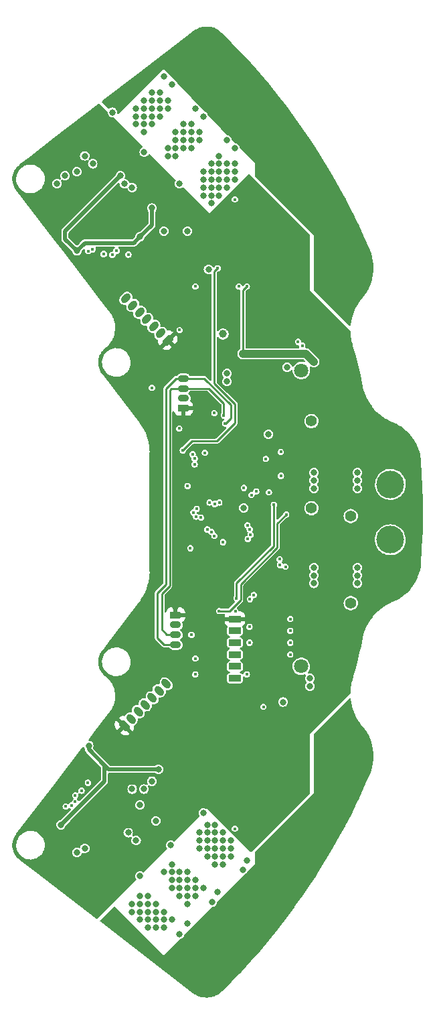
<source format=gbr>
%TF.GenerationSoftware,KiCad,Pcbnew,(6.0.11)*%
%TF.CreationDate,2024-04-02T23:15:32+09:00*%
%TF.ProjectId,ORION_VV_driver_v4,4f52494f-4e5f-4565-965f-647269766572,rev?*%
%TF.SameCoordinates,Original*%
%TF.FileFunction,Copper,L2,Inr*%
%TF.FilePolarity,Positive*%
%FSLAX46Y46*%
G04 Gerber Fmt 4.6, Leading zero omitted, Abs format (unit mm)*
G04 Created by KiCad (PCBNEW (6.0.11)) date 2024-04-02 23:15:32*
%MOMM*%
%LPD*%
G01*
G04 APERTURE LIST*
G04 Aperture macros list*
%AMRoundRect*
0 Rectangle with rounded corners*
0 $1 Rounding radius*
0 $2 $3 $4 $5 $6 $7 $8 $9 X,Y pos of 4 corners*
0 Add a 4 corners polygon primitive as box body*
4,1,4,$2,$3,$4,$5,$6,$7,$8,$9,$2,$3,0*
0 Add four circle primitives for the rounded corners*
1,1,$1+$1,$2,$3*
1,1,$1+$1,$4,$5*
1,1,$1+$1,$6,$7*
1,1,$1+$1,$8,$9*
0 Add four rect primitives between the rounded corners*
20,1,$1+$1,$2,$3,$4,$5,0*
20,1,$1+$1,$4,$5,$6,$7,0*
20,1,$1+$1,$6,$7,$8,$9,0*
20,1,$1+$1,$8,$9,$2,$3,0*%
%AMHorizOval*
0 Thick line with rounded ends*
0 $1 width*
0 $2 $3 position (X,Y) of the first rounded end (center of the circle)*
0 $4 $5 position (X,Y) of the second rounded end (center of the circle)*
0 Add line between two ends*
20,1,$1,$2,$3,$4,$5,0*
0 Add two circle primitives to create the rounded ends*
1,1,$1,$2,$3*
1,1,$1,$4,$5*%
G04 Aperture macros list end*
%TA.AperFunction,ComponentPad*%
%ADD10RoundRect,0.225000X0.475000X-0.225000X0.475000X0.225000X-0.475000X0.225000X-0.475000X-0.225000X0*%
%TD*%
%TA.AperFunction,ComponentPad*%
%ADD11O,1.400000X0.900000*%
%TD*%
%TA.AperFunction,ComponentPad*%
%ADD12C,1.800000*%
%TD*%
%TA.AperFunction,ComponentPad*%
%ADD13C,1.400000*%
%TD*%
%TA.AperFunction,ComponentPad*%
%ADD14R,3.500000X3.500000*%
%TD*%
%TA.AperFunction,ComponentPad*%
%ADD15C,3.500000*%
%TD*%
%TA.AperFunction,ComponentPad*%
%ADD16RoundRect,0.225000X0.494975X0.176777X0.176777X0.494975X-0.494975X-0.176777X-0.176777X-0.494975X0*%
%TD*%
%TA.AperFunction,ComponentPad*%
%ADD17HorizOval,0.900000X0.176777X0.176777X-0.176777X-0.176777X0*%
%TD*%
%TA.AperFunction,ComponentPad*%
%ADD18RoundRect,0.225000X-0.475000X0.225000X-0.475000X-0.225000X0.475000X-0.225000X0.475000X0.225000X0*%
%TD*%
%TA.AperFunction,ComponentPad*%
%ADD19RoundRect,0.225000X0.176777X-0.494975X0.494975X-0.176777X-0.176777X0.494975X-0.494975X0.176777X0*%
%TD*%
%TA.AperFunction,ComponentPad*%
%ADD20HorizOval,0.900000X-0.176777X0.176777X0.176777X-0.176777X0*%
%TD*%
%TA.AperFunction,ComponentPad*%
%ADD21RoundRect,0.225000X-0.575000X0.225000X-0.575000X-0.225000X0.575000X-0.225000X0.575000X0.225000X0*%
%TD*%
%TA.AperFunction,ComponentPad*%
%ADD22C,0.500000*%
%TD*%
%TA.AperFunction,ViaPad*%
%ADD23C,0.800000*%
%TD*%
%TA.AperFunction,ViaPad*%
%ADD24C,0.400000*%
%TD*%
%TA.AperFunction,ViaPad*%
%ADD25C,1.000000*%
%TD*%
%TA.AperFunction,Conductor*%
%ADD26C,1.000000*%
%TD*%
%TA.AperFunction,Conductor*%
%ADD27C,0.250000*%
%TD*%
%TA.AperFunction,Conductor*%
%ADD28C,0.500000*%
%TD*%
G04 APERTURE END LIST*
D10*
%TO.N,GND*%
%TO.C,J2*%
X108500000Y-86875000D03*
D11*
%TO.N,+5V*%
X108500000Y-85625000D03*
%TO.N,/CAN_H*%
X108500000Y-84375000D03*
%TO.N,/CAN_L*%
X108500000Y-83125000D03*
%TD*%
D12*
%TO.N,/M1_CS*%
%TO.C,J16*%
X123400000Y-119500000D03*
%TD*%
%TO.N,GND*%
%TO.C,J19*%
X123400000Y-112100000D03*
%TD*%
D13*
%TO.N,*%
%TO.C,J11*%
X124675000Y-99500000D03*
X124675000Y-88500000D03*
D14*
%TO.N,GND*%
X134675000Y-91500000D03*
D15*
%TO.N,+BATT*%
X134675000Y-96500000D03*
%TD*%
D16*
%TO.N,GND*%
%TO.C,J6*%
X106505204Y-78298097D03*
D17*
%TO.N,+3V3*%
X105621321Y-77414214D03*
%TO.N,/NSS_ENC0*%
X104737437Y-76530330D03*
%TO.N,/SPI_CLK*%
X103853554Y-75646447D03*
%TO.N,/SPI_MISO*%
X102969670Y-74762563D03*
%TO.N,/SPI_MOSI*%
X102085787Y-73878680D03*
%TO.N,/TEMP_1*%
X101201903Y-72994796D03*
%TD*%
D18*
%TO.N,GND*%
%TO.C,J3*%
X107500000Y-113000000D03*
D11*
%TO.N,+5V*%
X107500000Y-114250000D03*
%TO.N,/CAN_H*%
X107500000Y-115500000D03*
%TO.N,/CAN_L*%
X107500000Y-116750000D03*
%TD*%
D13*
%TO.N,*%
%TO.C,J15*%
X129650000Y-111500000D03*
X129650000Y-100500000D03*
D14*
%TO.N,GND*%
X134650000Y-108500000D03*
D15*
%TO.N,+BATT*%
X134650000Y-103500000D03*
%TD*%
D12*
%TO.N,GND*%
%TO.C,J17*%
X123400000Y-85600000D03*
%TD*%
D19*
%TO.N,GND*%
%TO.C,J5*%
X101000000Y-127000000D03*
D20*
%TO.N,+3V3*%
X101883883Y-126116117D03*
%TO.N,/NSS_ENC1*%
X102767767Y-125232233D03*
%TO.N,/SPI_CLK*%
X103651650Y-124348350D03*
%TO.N,/SPI_MISO*%
X104535534Y-123464466D03*
%TO.N,/SPI_MOSI*%
X105419417Y-122580583D03*
%TO.N,/TEMP_0*%
X106303301Y-121696699D03*
%TD*%
D21*
%TO.N,GND*%
%TO.C,J4*%
X115000000Y-113500000D03*
%TO.N,Net-(D5-Pad2)*%
X115000000Y-115000000D03*
%TO.N,/SWCLK*%
X115000000Y-116500000D03*
%TO.N,/SWDIO*%
X115000000Y-118000000D03*
%TO.N,/UART1_TX*%
X115000000Y-119500000D03*
%TO.N,/UART1_RX*%
X115000000Y-121000000D03*
%TD*%
D12*
%TO.N,/M0_CS*%
%TO.C,J18*%
X123400000Y-82100000D03*
%TD*%
D22*
%TO.N,GND*%
%TO.C,GD2*%
X97257538Y-62257538D03*
X98000000Y-64484924D03*
X97257538Y-63742462D03*
X99484924Y-63000000D03*
X98742462Y-63742462D03*
X98742462Y-62257538D03*
X98000000Y-61515076D03*
X98000000Y-63000000D03*
X96515076Y-63000000D03*
%TD*%
%TO.N,GND*%
%TO.C,GD1*%
X96772614Y-137000000D03*
X98257538Y-135515076D03*
X99000000Y-137742462D03*
X97515076Y-136257538D03*
X99000000Y-136257538D03*
X99742462Y-137000000D03*
X98257538Y-138484924D03*
X97515076Y-137742462D03*
X98257538Y-137000000D03*
%TD*%
D23*
%TO.N,/M1_W*%
X104000000Y-148500000D03*
X103000000Y-149500000D03*
X103000000Y-151500000D03*
X102000000Y-150500000D03*
X106000000Y-150500000D03*
X104000000Y-152500000D03*
X105000000Y-149500000D03*
X103000000Y-148500000D03*
X104000000Y-149500000D03*
X102000000Y-149500000D03*
X95000000Y-143000000D03*
X105000000Y-150500000D03*
X104000000Y-150500000D03*
X106000000Y-152500000D03*
X107000000Y-151500000D03*
X105000000Y-152500000D03*
X103000000Y-150500000D03*
X106000000Y-151500000D03*
X104000000Y-151500000D03*
X108000000Y-153300000D03*
X105000000Y-151500000D03*
%TO.N,/M1_V*%
X107000000Y-146500000D03*
X109000000Y-147500000D03*
X108000000Y-146500000D03*
X108000000Y-147500000D03*
X110000000Y-148500000D03*
X109000000Y-145500000D03*
X109000000Y-148500000D03*
X108000000Y-148500000D03*
X107000000Y-145500000D03*
X110000000Y-146500000D03*
X107000000Y-144500000D03*
X109000000Y-146500000D03*
X101500000Y-140500000D03*
X108000000Y-145500000D03*
X111000000Y-147500000D03*
X110000000Y-147500000D03*
X109000000Y-149500000D03*
X112100000Y-149300000D03*
X107000000Y-147500000D03*
X106000000Y-145500000D03*
%TO.N,/M1_U*%
X113500000Y-142500000D03*
X110500000Y-141500000D03*
X113500000Y-143500000D03*
X113500000Y-141500000D03*
X111500000Y-139500000D03*
X112500000Y-139500000D03*
X111500000Y-142500000D03*
X112500000Y-144500000D03*
X116000000Y-145200000D03*
X113500000Y-144500000D03*
X110500000Y-140500000D03*
X112500000Y-142500000D03*
X114500000Y-141500000D03*
X113500000Y-140500000D03*
X111500000Y-143500000D03*
X111500000Y-140500000D03*
X112500000Y-140500000D03*
X112500000Y-143500000D03*
X114500000Y-142500000D03*
X111500000Y-141500000D03*
X103000000Y-137000000D03*
X110500000Y-142500000D03*
X114500000Y-143500000D03*
X112500000Y-141500000D03*
%TO.N,/M0_W*%
X115000000Y-58000000D03*
X112000000Y-60000000D03*
X111000000Y-58000000D03*
X115000000Y-57000000D03*
X113000000Y-57000000D03*
X115000000Y-54000000D03*
X111000000Y-60000000D03*
X115000000Y-56000000D03*
X112000000Y-58000000D03*
X111000000Y-59000000D03*
X112000000Y-56000000D03*
X109000000Y-64500000D03*
X113000000Y-59000000D03*
X113000000Y-60000000D03*
X114000000Y-57000000D03*
X112000000Y-59000000D03*
X113000000Y-58000000D03*
X114000000Y-56000000D03*
X111000000Y-57000000D03*
X112000000Y-57000000D03*
X113000000Y-55000000D03*
X114000000Y-58000000D03*
X113000000Y-56000000D03*
X114000000Y-59000000D03*
X112000000Y-61000000D03*
%TO.N,/M0_V*%
X108500000Y-54000000D03*
X109500000Y-53000000D03*
X108500000Y-51000000D03*
X109500000Y-52000000D03*
X107500000Y-54000000D03*
X106500000Y-55000000D03*
X108500000Y-52000000D03*
X101000000Y-58500000D03*
X110500000Y-53000000D03*
X107500000Y-55000000D03*
X108500000Y-53000000D03*
X111000000Y-50000000D03*
X109500000Y-54000000D03*
X107500000Y-52000000D03*
X109500000Y-51000000D03*
X106500000Y-54000000D03*
X110500000Y-52000000D03*
X107500000Y-53000000D03*
D24*
%TO.N,/M1_UL*%
X94800000Y-135800000D03*
X121400000Y-106900000D03*
%TO.N,/M1_VL*%
X95600000Y-135200000D03*
X120700000Y-106700000D03*
%TO.N,/M1_WL*%
X120657274Y-105957274D03*
X96400000Y-134200000D03*
%TO.N,/M1_UH*%
X116140734Y-96940734D03*
X93600000Y-137200000D03*
%TO.N,/M1_VH*%
X117080144Y-97838388D03*
X94336222Y-137044970D03*
%TO.N,/M1_WH*%
X94800000Y-136600000D03*
X117700000Y-97400000D03*
%TO.N,/M0_UL*%
X98400000Y-67400000D03*
X109900000Y-93975500D03*
%TO.N,/M0_VL*%
X109908166Y-93250078D03*
X97000000Y-66800000D03*
%TO.N,/M0_WL*%
X96443376Y-67022650D03*
X109650500Y-92705956D03*
%TO.N,/M0_UH*%
X101524598Y-67475402D03*
X118922806Y-93277194D03*
%TO.N,/M0_VH*%
X120824500Y-95424500D03*
X100017299Y-66992701D03*
%TO.N,/M0_WH*%
X99500000Y-67500000D03*
X119300000Y-97500000D03*
D23*
%TO.N,+BATT*%
X125000000Y-109000000D03*
X125000000Y-95000000D03*
D24*
X120800000Y-92400000D03*
X122997086Y-78483351D03*
D23*
X125000000Y-96000000D03*
X130500000Y-97000000D03*
D24*
X116500000Y-71500000D03*
D23*
X130500000Y-109000000D03*
X130500000Y-107000000D03*
D25*
X125000000Y-81000000D03*
D23*
X130500000Y-108000000D03*
X130500000Y-96000000D03*
X125000000Y-97000000D03*
X130500000Y-95000000D03*
X125000000Y-107000000D03*
D25*
X116000000Y-80000000D03*
D23*
X125000000Y-108000000D03*
X124500000Y-121000000D03*
%TO.N,/M0_U*%
X104500000Y-47000000D03*
X104500000Y-51000000D03*
X103500000Y-49000000D03*
X102500000Y-49000000D03*
X103500000Y-52000000D03*
X103500000Y-48000000D03*
X104500000Y-48000000D03*
X96000000Y-55000000D03*
X103500000Y-51000000D03*
X102500000Y-50000000D03*
X105500000Y-50000000D03*
X102500000Y-51000000D03*
X104500000Y-49000000D03*
X105500000Y-47000000D03*
X107000000Y-46000000D03*
X105500000Y-48000000D03*
X103500000Y-50000000D03*
X104500000Y-50000000D03*
X105500000Y-49000000D03*
X106500000Y-48000000D03*
X106500000Y-49000000D03*
D24*
%TO.N,Net-(D1-Pad1)*%
X122000000Y-116500000D03*
%TO.N,Net-(D2-Pad1)*%
X122000000Y-115000000D03*
%TO.N,Net-(D3-Pad1)*%
X122000000Y-113500000D03*
%TO.N,Net-(D4-Pad1)*%
X122000000Y-118000000D03*
%TO.N,/SW0*%
X113500000Y-103800000D03*
%TO.N,/SW1*%
X112400403Y-103004957D03*
%TO.N,/M1_CS*%
X116900000Y-111000000D03*
X109000695Y-96717325D03*
%TO.N,/M0_CS*%
X111200000Y-92500000D03*
X110700000Y-100700000D03*
%TO.N,/CAN_L*%
X113759500Y-88800000D03*
%TO.N,/SW2*%
X112020189Y-102494676D03*
%TO.N,/SW3*%
X111498792Y-102198792D03*
%TO.N,/CAN_H*%
X113600000Y-87800000D03*
%TO.N,/SWDIO*%
X119920878Y-99079122D03*
X115200000Y-110900000D03*
%TO.N,/SWCLK*%
X121500000Y-100300000D03*
X113000000Y-112500000D03*
%TO.N,/UART1_TX*%
X109500000Y-115500000D03*
X112452261Y-98975500D03*
%TO.N,/UART1_RX*%
X110000000Y-118500000D03*
X113025500Y-98800000D03*
%TO.N,/NSS_ENC0*%
X116579122Y-101679122D03*
%TO.N,/NRST*%
X108000000Y-77000000D03*
X109360924Y-104560924D03*
X104500000Y-84300000D03*
D23*
%TO.N,+3V3*%
X119256115Y-90176238D03*
X121600250Y-81699750D03*
D24*
X116500000Y-120500000D03*
X107950000Y-89450000D03*
D23*
X116108573Y-99486525D03*
%TO.N,GND*%
X108500000Y-137500000D03*
X109500000Y-138500000D03*
X124000000Y-130500000D03*
X122500000Y-133500000D03*
X124000000Y-127500000D03*
X93000000Y-54500000D03*
X123500000Y-93500000D03*
X119500000Y-66000000D03*
X94000000Y-146500000D03*
X120500000Y-63000000D03*
X100500000Y-52500000D03*
X96000000Y-51500000D03*
X121500000Y-70000000D03*
X119000000Y-133000000D03*
X124000000Y-126500000D03*
D24*
X107800000Y-104080000D03*
D23*
X94000000Y-53500000D03*
X112500000Y-135500000D03*
X119500000Y-138500000D03*
X107500000Y-112000000D03*
X112500000Y-137500000D03*
X119500000Y-134500000D03*
X112500000Y-63000000D03*
X120500000Y-65000000D03*
X95000000Y-147500000D03*
X124000000Y-73000000D03*
X123500000Y-134500000D03*
X101000000Y-85000000D03*
D24*
X116698942Y-100623992D03*
D23*
X122000000Y-75000000D03*
X117500000Y-68000000D03*
X116500000Y-141500000D03*
X101500000Y-53500000D03*
X116500000Y-67000000D03*
X116500000Y-69000000D03*
X123500000Y-66000000D03*
D24*
X117300000Y-101000000D03*
D23*
X118500000Y-69000000D03*
X115500000Y-138500000D03*
D24*
X110000000Y-119500000D03*
D23*
X92000000Y-55500000D03*
X119500000Y-70000000D03*
X120500000Y-71000000D03*
X122500000Y-67000000D03*
X116500000Y-137500000D03*
X110500000Y-133500000D03*
X116500000Y-131500000D03*
X111500000Y-66000000D03*
X124000000Y-76000000D03*
D24*
X116200000Y-95700000D03*
D23*
X116500000Y-133500000D03*
X105000000Y-57500000D03*
D24*
X119500000Y-98300000D03*
D23*
X115000000Y-76000000D03*
X120500000Y-133000000D03*
X112500000Y-67000000D03*
X117500000Y-134500000D03*
X95000000Y-52500000D03*
X110500000Y-135500000D03*
X124000000Y-131500000D03*
X112500000Y-133500000D03*
X97000000Y-50500000D03*
X100500000Y-147500000D03*
X115500000Y-132500000D03*
X119150000Y-88650000D03*
D24*
X116200000Y-94600000D03*
D23*
X118500000Y-67000000D03*
X116500000Y-61000000D03*
X124000000Y-128500000D03*
X124000000Y-72000000D03*
X117500000Y-140500000D03*
X108500000Y-139500000D03*
X118500000Y-139500000D03*
X115500000Y-64000000D03*
X124000000Y-69000000D03*
X117500000Y-60000000D03*
X92000000Y-144500000D03*
D24*
X107800000Y-105300000D03*
D23*
X113500000Y-134500000D03*
X124000000Y-75000000D03*
X115500000Y-68000000D03*
X115500000Y-62000000D03*
X121500000Y-66000000D03*
X116500000Y-63000000D03*
X124000000Y-124500000D03*
X116500000Y-59000000D03*
X107500000Y-60500000D03*
D24*
X115700000Y-92900000D03*
D23*
X101000000Y-122500000D03*
X117500000Y-133000000D03*
X100500000Y-54500000D03*
X113500000Y-64000000D03*
X121500000Y-64000000D03*
X124000000Y-71000000D03*
D24*
X115425000Y-98975500D03*
D23*
X121500000Y-68000000D03*
X118500000Y-63000000D03*
D24*
X116724500Y-98975500D03*
D23*
X109000000Y-77500000D03*
X93000000Y-145500000D03*
X119500000Y-68000000D03*
X116500000Y-139500000D03*
X99500000Y-146500000D03*
X118500000Y-137500000D03*
D24*
X104700000Y-121500000D03*
D23*
X90500000Y-62000000D03*
X113500000Y-136500000D03*
X117500000Y-62000000D03*
X124000000Y-125500000D03*
X107500000Y-67000000D03*
X101500000Y-146500000D03*
X110012299Y-62512299D03*
X119500000Y-64000000D03*
D24*
X118500000Y-97600000D03*
D23*
X120500000Y-67000000D03*
X122500000Y-135500000D03*
X120500000Y-135500000D03*
X121500000Y-136500000D03*
D24*
X112800000Y-88900000D03*
D23*
X106000000Y-58500000D03*
X123500000Y-115000000D03*
X123500000Y-96000000D03*
X117500000Y-64000000D03*
X124000000Y-132500000D03*
X118500000Y-135500000D03*
X124000000Y-129500000D03*
D24*
X115488222Y-100024500D03*
D23*
X123500000Y-106000000D03*
X118500000Y-65000000D03*
X121500000Y-134500000D03*
D24*
X111400000Y-90500000D03*
D23*
X111500000Y-136500000D03*
X113500000Y-62000000D03*
X107500000Y-138500000D03*
X120500000Y-69000000D03*
X124000000Y-74000000D03*
X119500000Y-62000000D03*
X119500000Y-136500000D03*
X117500000Y-138500000D03*
X111500000Y-134500000D03*
X123500000Y-110000000D03*
X104500000Y-142000000D03*
D24*
X109200000Y-90000000D03*
D23*
X110500000Y-65000000D03*
X116500000Y-135500000D03*
X115500000Y-136500000D03*
X122500000Y-65000000D03*
X112500000Y-65000000D03*
X102500000Y-121000000D03*
X116500000Y-65000000D03*
X109500000Y-134500000D03*
X105387701Y-142500000D03*
X100500000Y-145500000D03*
X101000000Y-115000000D03*
D24*
X118400000Y-101300000D03*
D23*
X120500000Y-137500000D03*
X123500000Y-117500000D03*
X117500000Y-66000000D03*
X123500000Y-104000000D03*
X123000000Y-123000000D03*
X123500000Y-108000000D03*
X99500000Y-53500000D03*
X124000000Y-68000000D03*
X117500000Y-136500000D03*
X113500000Y-138500000D03*
X124000000Y-70000000D03*
X115500000Y-66000000D03*
D24*
X103500000Y-122500000D03*
D23*
X123500000Y-98500000D03*
X123500000Y-91000000D03*
X107000000Y-62000000D03*
X111500000Y-64000000D03*
X124000000Y-123500000D03*
X118500000Y-61000000D03*
X113500000Y-66000000D03*
X115500000Y-134500000D03*
D24*
%TO.N,/LED_0*%
X116850500Y-116500000D03*
%TO.N,/LED_1*%
X116850500Y-114500000D03*
%TO.N,/LED_2*%
X115042110Y-112542110D03*
%TO.N,/TEMP_FET_0*%
X112800000Y-69200000D03*
X108400000Y-92200000D03*
X115000000Y-60500000D03*
%TO.N,/TEMP_0*%
X109755406Y-100050892D03*
%TO.N,/TEMP_FET_1*%
X115000000Y-140000000D03*
X109987750Y-120512250D03*
X111800000Y-98800000D03*
X118600000Y-124600000D03*
%TO.N,/SPI_CLK*%
X116878183Y-102198705D03*
%TO.N,/SPI_MISO*%
X116979122Y-102879122D03*
%TO.N,/SPI_MOSI*%
X116625500Y-103403622D03*
%TO.N,/NSS_ENC1*%
X117400000Y-110475500D03*
%TO.N,/TEMP_1*%
X110150500Y-99600000D03*
D23*
%TO.N,/M1_CSL*%
X121000000Y-142500000D03*
X131000000Y-133500000D03*
X124000000Y-139500000D03*
X121000000Y-143500000D03*
X112000000Y-158500000D03*
X117000000Y-153500000D03*
X112000000Y-159500000D03*
X124000000Y-145500000D03*
X128000000Y-133500000D03*
X120000000Y-151500000D03*
X130000000Y-130500000D03*
X125000000Y-137500000D03*
X129000000Y-134500000D03*
X130000000Y-134500000D03*
X129000000Y-127500000D03*
X125000000Y-136500000D03*
X126000000Y-134500000D03*
X128000000Y-126500000D03*
X131000000Y-131500000D03*
X126000000Y-139500000D03*
X127000000Y-128500000D03*
X126000000Y-136500000D03*
X123000000Y-146500000D03*
X115000000Y-155500000D03*
X128000000Y-129500000D03*
X127000000Y-132500000D03*
X128000000Y-135500000D03*
X126000000Y-131500000D03*
X127000000Y-135500000D03*
X119000000Y-144500000D03*
X100000000Y-152500000D03*
X123000000Y-141500000D03*
X122000000Y-148500000D03*
X126000000Y-130500000D03*
X123000000Y-144500000D03*
X125000000Y-142500000D03*
X130000000Y-133500000D03*
X127000000Y-139500000D03*
X120000000Y-141500000D03*
X123000000Y-140500000D03*
X113000000Y-157500000D03*
X113000000Y-158500000D03*
X124500000Y-122000000D03*
X131000000Y-128500000D03*
X119000000Y-150500000D03*
X124000000Y-141500000D03*
X131000000Y-132500000D03*
X123000000Y-145500000D03*
X111000000Y-159500000D03*
X127000000Y-130500000D03*
X129000000Y-130500000D03*
X122000000Y-149500000D03*
X128000000Y-134500000D03*
X126000000Y-128500000D03*
X130000000Y-132500000D03*
X119000000Y-151500000D03*
X124000000Y-142500000D03*
X126000000Y-129500000D03*
X120000000Y-142500000D03*
X126000000Y-141500000D03*
X125000000Y-140500000D03*
X129000000Y-133500000D03*
X126000000Y-142500000D03*
X129000000Y-129500000D03*
X128000000Y-139500000D03*
X125000000Y-144500000D03*
X129000000Y-132500000D03*
X110000000Y-159500000D03*
X113000000Y-156500000D03*
X129000000Y-126500000D03*
X127000000Y-141500000D03*
X122000000Y-141500000D03*
X129000000Y-131500000D03*
X114000000Y-156500000D03*
X129000000Y-135500000D03*
X126000000Y-132500000D03*
X127000000Y-131500000D03*
X114000000Y-157500000D03*
X120000000Y-150500000D03*
X127000000Y-133500000D03*
X121000000Y-145500000D03*
X130000000Y-126500000D03*
X125000000Y-143500000D03*
X128000000Y-127500000D03*
X122000000Y-143500000D03*
X120000000Y-143500000D03*
X109000000Y-159500000D03*
X130000000Y-127500000D03*
X130000000Y-135500000D03*
X106000000Y-156500000D03*
X116000000Y-154500000D03*
X128000000Y-136500000D03*
X129000000Y-137500000D03*
X127000000Y-137500000D03*
X118000000Y-151500000D03*
X115000000Y-156500000D03*
X124000000Y-144500000D03*
X129000000Y-128500000D03*
X123000000Y-138500000D03*
X121000000Y-141500000D03*
X101000000Y-153500000D03*
X124000000Y-137500000D03*
X127000000Y-138500000D03*
X127000000Y-129500000D03*
X128000000Y-132500000D03*
X107000000Y-157500000D03*
X121000000Y-144500000D03*
X122000000Y-139500000D03*
X124000000Y-140500000D03*
X123000000Y-142500000D03*
X128000000Y-131500000D03*
X128000000Y-138500000D03*
X119000000Y-142500000D03*
X120966988Y-149572211D03*
X122000000Y-140500000D03*
X117000000Y-154500000D03*
X115000000Y-154500000D03*
X130000000Y-128500000D03*
X111000000Y-158500000D03*
X125000000Y-139500000D03*
X117000000Y-152500000D03*
X112000000Y-157500000D03*
X128000000Y-137500000D03*
X121000000Y-140500000D03*
X121000000Y-150500000D03*
X126000000Y-143500000D03*
X120000000Y-149500000D03*
X126000000Y-133500000D03*
X126000000Y-140500000D03*
X121000000Y-148500000D03*
X123000000Y-143500000D03*
X111000000Y-160500000D03*
X127000000Y-140500000D03*
X122000000Y-142500000D03*
X124000000Y-143500000D03*
X114000000Y-155500000D03*
X118000000Y-153500000D03*
X127000000Y-136500000D03*
X128000000Y-130500000D03*
X124000000Y-138500000D03*
X127000000Y-127500000D03*
X118000000Y-152500000D03*
X126000000Y-135500000D03*
X130000000Y-131500000D03*
X128000000Y-128500000D03*
X121000000Y-146500000D03*
X120000000Y-145500000D03*
X123000000Y-139500000D03*
X125000000Y-141500000D03*
X126000000Y-138500000D03*
X108000000Y-158500000D03*
X125000000Y-138500000D03*
X118000000Y-143500000D03*
X116000000Y-155500000D03*
X131000000Y-130500000D03*
X119000000Y-152500000D03*
X126000000Y-137500000D03*
X120000000Y-144500000D03*
X131000000Y-129500000D03*
X129000000Y-125500000D03*
X119000000Y-143500000D03*
X122000000Y-145500000D03*
X130000000Y-129500000D03*
X116000000Y-153500000D03*
X129000000Y-136500000D03*
X122000000Y-147500000D03*
X127000000Y-134500000D03*
X122000000Y-144500000D03*
X122000000Y-146500000D03*
%TO.N,/M0_CSL*%
X126000000Y-66500000D03*
X130000000Y-71500000D03*
X127000000Y-67500000D03*
X121000000Y-49500000D03*
X130000000Y-67500000D03*
X128000000Y-65500000D03*
X115000000Y-44500000D03*
X125000000Y-59500000D03*
X116000000Y-45500000D03*
X128000000Y-68500000D03*
X127000000Y-61500000D03*
X121000000Y-51500000D03*
X110000000Y-40500000D03*
X121000000Y-57500000D03*
X126000000Y-62500000D03*
X131000000Y-70500000D03*
X125000000Y-63500000D03*
X123000000Y-55500000D03*
X121000000Y-55500000D03*
X126000000Y-56500000D03*
X128000000Y-64500000D03*
X128000000Y-62500000D03*
X120000000Y-49500000D03*
X120000000Y-55500000D03*
X123000000Y-53500000D03*
X122000000Y-59500000D03*
X123000000Y-60500000D03*
D24*
X123524500Y-79000000D03*
D23*
X127000000Y-72500000D03*
X124000000Y-62500000D03*
X129000000Y-62500000D03*
X128000000Y-67500000D03*
X116000000Y-46500000D03*
X121000000Y-50500000D03*
X126000000Y-67500000D03*
X126000000Y-61500000D03*
X124000000Y-57500000D03*
X123000000Y-56500000D03*
X123000000Y-59500000D03*
X111000000Y-39500000D03*
X123000000Y-54500000D03*
X118000000Y-47500000D03*
X121000000Y-53500000D03*
X125000000Y-57500000D03*
X131000000Y-71500000D03*
X130000000Y-66500000D03*
X127000000Y-66500000D03*
X124000000Y-55500000D03*
X100000000Y-47500000D03*
X114000000Y-44500000D03*
X118000000Y-56500000D03*
X127000000Y-69500000D03*
X127000000Y-63500000D03*
X112000000Y-40500000D03*
X129000000Y-67500000D03*
X124000000Y-61500000D03*
X128000000Y-60500000D03*
X122000000Y-52500000D03*
X120000000Y-57500000D03*
X130000000Y-64500000D03*
X126000000Y-68500000D03*
X119000000Y-55500000D03*
X128000000Y-69500000D03*
X115000000Y-45500000D03*
X117000000Y-47500000D03*
X109000000Y-40500000D03*
X120000000Y-58500000D03*
X130000000Y-72500000D03*
X125000000Y-58500000D03*
X130000000Y-65500000D03*
X131000000Y-68500000D03*
X113000000Y-42500000D03*
X122000000Y-50500000D03*
X126000000Y-64500000D03*
X101000000Y-46500000D03*
X118000000Y-48500000D03*
X111000000Y-41500000D03*
X127000000Y-59500000D03*
X128000000Y-61500000D03*
X126000000Y-59500000D03*
X121000000Y-56500000D03*
X120000000Y-56500000D03*
X113000000Y-41500000D03*
X126000000Y-71500000D03*
X127000000Y-68500000D03*
X129000000Y-66500000D03*
X119000000Y-47500000D03*
X113000000Y-43500000D03*
X121000000Y-58500000D03*
X118000000Y-46500000D03*
X125000000Y-56500000D03*
X111000000Y-40500000D03*
X128000000Y-70500000D03*
X130000000Y-69500000D03*
X123000000Y-61500000D03*
X122000000Y-57500000D03*
X126000000Y-69500000D03*
X107000000Y-42500000D03*
X129000000Y-74500000D03*
X125000000Y-60500000D03*
X123000000Y-57500000D03*
X127000000Y-70500000D03*
X122000000Y-58500000D03*
X128000000Y-66500000D03*
X124000000Y-58500000D03*
X126000000Y-63500000D03*
X128000000Y-72500000D03*
X114000000Y-43500000D03*
X129000000Y-65500000D03*
X131000000Y-67500000D03*
X130000000Y-70500000D03*
X126000000Y-57500000D03*
X122000000Y-54500000D03*
X126000000Y-60500000D03*
X129000000Y-72500000D03*
X122000000Y-60500000D03*
X127000000Y-64500000D03*
X129000000Y-69500000D03*
X112000000Y-42500000D03*
X125000000Y-61500000D03*
X124000000Y-60500000D03*
X127000000Y-71500000D03*
X127000000Y-62500000D03*
X129000000Y-64500000D03*
X124000000Y-54500000D03*
X117000000Y-45500000D03*
X129000000Y-68500000D03*
X129000000Y-63500000D03*
X120000000Y-48500000D03*
X119000000Y-48500000D03*
X127000000Y-60500000D03*
X122000000Y-56500000D03*
X127000000Y-58500000D03*
X121000000Y-59500000D03*
X114000000Y-42500000D03*
X129000000Y-73500000D03*
X128000000Y-71500000D03*
X120000000Y-54500000D03*
X131000000Y-66500000D03*
X125000000Y-55500000D03*
X128000000Y-73500000D03*
X119000000Y-57500000D03*
X119000000Y-49500000D03*
X124000000Y-59500000D03*
X122000000Y-55500000D03*
X126000000Y-70500000D03*
X127000000Y-65500000D03*
X119000000Y-56500000D03*
X128000000Y-63500000D03*
X115000000Y-43500000D03*
X112000000Y-41500000D03*
X123000000Y-58500000D03*
X117000000Y-46500000D03*
X126000000Y-65500000D03*
X122000000Y-53500000D03*
X129000000Y-71500000D03*
X126000000Y-58500000D03*
X130000000Y-73500000D03*
X129000000Y-70500000D03*
X120000000Y-50500000D03*
X124000000Y-56500000D03*
X108000000Y-41500000D03*
X125000000Y-62500000D03*
X121000000Y-54500000D03*
X116000000Y-44500000D03*
X130000000Y-68500000D03*
X122000000Y-51500000D03*
X131000000Y-69500000D03*
D24*
%TO.N,Net-(D14-Pad1)*%
X110000000Y-71500000D03*
%TO.N,Net-(D15-Pad1)*%
X115500000Y-71500000D03*
D23*
%TO.N,Net-(Q1-Pad4)*%
X105000000Y-139000000D03*
X116500000Y-144000000D03*
%TO.N,Net-(Q2-Pad4)*%
X104500000Y-134000000D03*
X111000000Y-138000000D03*
%TO.N,Net-(Q3-Pad4)*%
X106000000Y-45000000D03*
X97012299Y-56000000D03*
%TO.N,Net-(Q4-Pad4)*%
X99500000Y-49500000D03*
X92500000Y-58500000D03*
%TO.N,Net-(Q5-Pad4)*%
X102500000Y-141500000D03*
X112800000Y-148000000D03*
%TO.N,Net-(Q6-Pad4)*%
X106899312Y-142100688D03*
X103500000Y-135000000D03*
%TO.N,Net-(Q7-Pad4)*%
X102000000Y-59000000D03*
X110000000Y-49000000D03*
%TO.N,Net-(Q8-Pad4)*%
X103521973Y-54521973D03*
X93500000Y-57500000D03*
%TO.N,Net-(Q9-Pad4)*%
X109000000Y-152000000D03*
X96000000Y-142500000D03*
%TO.N,Net-(Q10-Pad4)*%
X103000000Y-146000000D03*
X102000000Y-135000000D03*
%TO.N,Net-(Q11-Pad4)*%
X106000000Y-64500000D03*
X114000000Y-53000000D03*
%TO.N,Net-(Q12-Pad4)*%
X108000000Y-58500000D03*
X95000000Y-57000000D03*
%TO.N,Net-(C46-Pad1)*%
X114000000Y-83500000D03*
X114000000Y-82500000D03*
%TO.N,+9V*%
X96500000Y-129500000D03*
X104510622Y-61591864D03*
X100500000Y-57500000D03*
X103000000Y-65224500D03*
X111661348Y-69338653D03*
X105324500Y-132500000D03*
X121100000Y-124000000D03*
X95000000Y-67000000D03*
D25*
X113500000Y-77500000D03*
D23*
X93000000Y-139500000D03*
D24*
%TO.N,/GD_V_SENS*%
X110070878Y-100570878D03*
X112400000Y-87500000D03*
%TD*%
D26*
%TO.N,+BATT*%
X124000000Y-80000000D02*
X116000000Y-80000000D01*
X125000000Y-81000000D02*
X124000000Y-80000000D01*
D27*
X116000000Y-80000000D02*
X116000000Y-72000000D01*
X116000000Y-72000000D02*
X116500000Y-71500000D01*
%TO.N,/CAN_L*%
X105200000Y-110200000D02*
X105200000Y-115900000D01*
X111125000Y-83125000D02*
X108500000Y-83125000D01*
X113759500Y-88800000D02*
X113779963Y-88800000D01*
X114462500Y-88117463D02*
X114462500Y-86462500D01*
X114462500Y-86462500D02*
X111125000Y-83125000D01*
X106050000Y-116750000D02*
X107500000Y-116750000D01*
X107575000Y-83125000D02*
X106300000Y-84400000D01*
X106300000Y-109100000D02*
X105200000Y-110200000D01*
X108500000Y-83125000D02*
X107575000Y-83125000D01*
X105200000Y-115900000D02*
X106050000Y-116750000D01*
X106300000Y-84400000D02*
X106300000Y-109100000D01*
X113779963Y-88800000D02*
X114462500Y-88117463D01*
%TO.N,/CAN_H*%
X113600000Y-86236396D02*
X111738604Y-84375000D01*
X106750000Y-84600000D02*
X106975000Y-84375000D01*
X105750000Y-114850000D02*
X105750000Y-110286396D01*
X107500000Y-115500000D02*
X106400000Y-115500000D01*
X111738604Y-84375000D02*
X108500000Y-84375000D01*
X106400000Y-115500000D02*
X105750000Y-114850000D01*
X105750000Y-110286396D02*
X106750000Y-109286396D01*
X113600000Y-87800000D02*
X113600000Y-86236396D01*
X106975000Y-84375000D02*
X108500000Y-84375000D01*
X106750000Y-109286396D02*
X106750000Y-84600000D01*
%TO.N,/SWDIO*%
X119900000Y-104300000D02*
X119900000Y-99100000D01*
X115200000Y-109000000D02*
X119900000Y-104300000D01*
X115200000Y-110900000D02*
X115200000Y-109000000D01*
X119900000Y-99100000D02*
X119920878Y-99079122D01*
%TO.N,/SWCLK*%
X114342463Y-112500000D02*
X115725000Y-111117463D01*
X120350000Y-104486396D02*
X120350000Y-101450000D01*
X115725000Y-111117463D02*
X115725000Y-109111396D01*
X115725000Y-109111396D02*
X120350000Y-104486396D01*
X113000000Y-112500000D02*
X114342463Y-112500000D01*
X120350000Y-101450000D02*
X121500000Y-100300000D01*
%TO.N,/TEMP_FET_0*%
X112693720Y-91048743D02*
X109551257Y-91048743D01*
X115025000Y-86388604D02*
X115025000Y-88717463D01*
X112386348Y-83749952D02*
X115025000Y-86388604D01*
X112800000Y-69200000D02*
X112386348Y-69613652D01*
X112386348Y-69613652D02*
X112386348Y-83749952D01*
X109551257Y-91048743D02*
X108400000Y-92200000D01*
X115025000Y-88717463D02*
X112693720Y-91048743D01*
D28*
%TO.N,+9V*%
X105324500Y-132500000D02*
X99000000Y-132500000D01*
X93000000Y-139500000D02*
X98500000Y-134000000D01*
X104510622Y-61591864D02*
X104510622Y-63713878D01*
X96500000Y-130000000D02*
X96500000Y-129500000D01*
X102224500Y-66000000D02*
X96000000Y-66000000D01*
X98500000Y-132000000D02*
X96500000Y-130000000D01*
X99000000Y-132500000D02*
X98500000Y-132000000D01*
X95000000Y-67000000D02*
X93500000Y-65500000D01*
X93500000Y-64500000D02*
X100500000Y-57500000D01*
X96000000Y-66000000D02*
X95000000Y-67000000D01*
X93500000Y-65500000D02*
X93500000Y-64500000D01*
X98500000Y-134000000D02*
X98500000Y-132000000D01*
X103000000Y-65224500D02*
X104510622Y-63713878D01*
X103000000Y-65224500D02*
X102224500Y-66000000D01*
%TD*%
%TA.AperFunction,Conductor*%
%TO.N,/M0_CSL*%
G36*
X111433726Y-38652285D02*
G01*
X111611049Y-38663033D01*
X111727122Y-38670069D01*
X111740880Y-38671666D01*
X111991712Y-38714864D01*
X112030558Y-38721554D01*
X112044061Y-38724653D01*
X112298302Y-38797915D01*
X112326501Y-38806041D01*
X112339580Y-38810602D01*
X112593651Y-38915207D01*
X112611379Y-38922506D01*
X112623878Y-38928475D01*
X112865371Y-39060583D01*
X112881757Y-39069547D01*
X112893528Y-39076855D01*
X113134352Y-39245381D01*
X113145248Y-39253936D01*
X113344040Y-39428498D01*
X113349198Y-39434499D01*
X113349685Y-39434004D01*
X113359799Y-39443956D01*
X113367447Y-39455909D01*
X113379524Y-39463364D01*
X113384586Y-39468345D01*
X113396883Y-39478078D01*
X114614059Y-40696637D01*
X114615799Y-40698415D01*
X115358875Y-41473872D01*
X115831595Y-41967193D01*
X115833384Y-41969100D01*
X116417933Y-42605028D01*
X117022533Y-43262769D01*
X117024225Y-43264649D01*
X117672533Y-44000000D01*
X118186273Y-44582717D01*
X118187982Y-44584696D01*
X119322422Y-45926587D01*
X119324090Y-45928602D01*
X120430431Y-47293732D01*
X120432056Y-47295780D01*
X121509850Y-48683598D01*
X121511430Y-48685677D01*
X121748554Y-49004451D01*
X122560159Y-50095516D01*
X122561698Y-50097630D01*
X123577819Y-51524536D01*
X123580974Y-51528967D01*
X123582468Y-51531112D01*
X124571800Y-52983259D01*
X124573250Y-52985435D01*
X125234061Y-54000000D01*
X125532264Y-54457842D01*
X125533668Y-54460048D01*
X126461895Y-55951996D01*
X126463253Y-55954230D01*
X127360321Y-57465118D01*
X127361633Y-57467380D01*
X128227184Y-58996609D01*
X128228448Y-58998898D01*
X128754737Y-59975464D01*
X129024197Y-60475464D01*
X129062048Y-60545700D01*
X129063259Y-60548004D01*
X129850361Y-62084017D01*
X129864607Y-62111818D01*
X129865759Y-62114125D01*
X130413747Y-63240510D01*
X130634494Y-63694254D01*
X130635613Y-63696617D01*
X131371351Y-65292266D01*
X131372422Y-65294652D01*
X132060749Y-66872800D01*
X132063570Y-66882148D01*
X132067187Y-66889093D01*
X132070559Y-66908179D01*
X132070560Y-66908180D01*
X132080390Y-66921850D01*
X132080974Y-66924812D01*
X132082190Y-66924352D01*
X132082192Y-66924355D01*
X132086854Y-66936696D01*
X132086938Y-66937799D01*
X132088064Y-66939899D01*
X132236402Y-67332552D01*
X132239563Y-67342043D01*
X132255818Y-67398193D01*
X132351311Y-67728050D01*
X132364820Y-67774715D01*
X132367216Y-67784419D01*
X132457753Y-68225657D01*
X132459373Y-68235522D01*
X132514621Y-68682572D01*
X132515453Y-68692536D01*
X132518114Y-68753609D01*
X132535060Y-69142557D01*
X132535098Y-69152561D01*
X132534046Y-69181891D01*
X132520057Y-69571718D01*
X132518945Y-69602697D01*
X132518190Y-69612672D01*
X132466373Y-70060130D01*
X132464828Y-70070014D01*
X132377682Y-70511924D01*
X132375360Y-70521651D01*
X132361281Y-70571718D01*
X132253422Y-70955285D01*
X132250333Y-70964801D01*
X132094387Y-71387370D01*
X132090554Y-71396610D01*
X131951641Y-71697159D01*
X131901573Y-71805484D01*
X131897023Y-71814383D01*
X131679499Y-72201111D01*
X131676189Y-72206995D01*
X131670955Y-72215493D01*
X131431519Y-72571718D01*
X131419674Y-72589341D01*
X131413775Y-72597407D01*
X131153250Y-72925437D01*
X131137552Y-72940531D01*
X131138078Y-72941102D01*
X131132833Y-72945941D01*
X131127078Y-72950156D01*
X131126609Y-72950699D01*
X131125591Y-72952624D01*
X131124380Y-72953741D01*
X131124816Y-72954089D01*
X130834181Y-73318665D01*
X130569871Y-73707289D01*
X130568689Y-73709346D01*
X130568686Y-73709351D01*
X130410862Y-73984042D01*
X130335733Y-74114803D01*
X130334705Y-74116955D01*
X130334699Y-74116966D01*
X130252922Y-74288118D01*
X130133112Y-74538869D01*
X129963170Y-74977056D01*
X129826881Y-75426848D01*
X129826367Y-75429162D01*
X129826366Y-75429167D01*
X129798155Y-75556248D01*
X129725027Y-75885666D01*
X129724687Y-75888030D01*
X129724687Y-75888032D01*
X129713450Y-75966253D01*
X129658194Y-76350877D01*
X129658035Y-76353250D01*
X129658034Y-76353259D01*
X129657451Y-76361964D01*
X129632941Y-76428596D01*
X129576298Y-76471399D01*
X129505506Y-76476783D01*
X129442638Y-76442638D01*
X125036905Y-72036905D01*
X125002879Y-71974593D01*
X125000000Y-71947810D01*
X125000000Y-65000000D01*
X117536905Y-57536905D01*
X117502879Y-57474593D01*
X117500000Y-57447810D01*
X117500000Y-56000000D01*
X115637804Y-54056839D01*
X115605113Y-53993817D01*
X115603853Y-53986105D01*
X115586122Y-53851427D01*
X115585044Y-53843238D01*
X115524536Y-53697159D01*
X115428282Y-53571718D01*
X115302841Y-53475464D01*
X115156762Y-53414956D01*
X115047198Y-53400532D01*
X114982272Y-53371810D01*
X114972674Y-53362790D01*
X114631169Y-53006436D01*
X114598478Y-52943414D01*
X114597218Y-52935703D01*
X114586122Y-52851427D01*
X114585044Y-52843238D01*
X114524536Y-52697159D01*
X114428282Y-52571718D01*
X114302841Y-52475464D01*
X114156762Y-52414956D01*
X114148574Y-52413878D01*
X114094880Y-52406809D01*
X114029953Y-52378086D01*
X114020356Y-52369067D01*
X113210308Y-51523800D01*
X111590212Y-49833265D01*
X111564775Y-49794304D01*
X111527696Y-49704789D01*
X111524536Y-49697159D01*
X111428282Y-49571718D01*
X111302841Y-49475464D01*
X111235219Y-49447454D01*
X111192466Y-49418225D01*
X110558494Y-48756689D01*
X110533056Y-48717727D01*
X110527697Y-48704790D01*
X110527697Y-48704789D01*
X110524536Y-48697159D01*
X110428282Y-48571718D01*
X110302841Y-48475464D01*
X110295211Y-48472303D01*
X110290045Y-48469321D01*
X110262073Y-48447381D01*
X109480685Y-47632019D01*
X106000000Y-44000000D01*
X100308365Y-49691635D01*
X100246053Y-49725661D01*
X100175238Y-49720596D01*
X100118402Y-49678049D01*
X100093591Y-49611529D01*
X100094348Y-49586094D01*
X100104604Y-49508189D01*
X100104604Y-49508188D01*
X100105682Y-49500000D01*
X100085044Y-49343238D01*
X100024536Y-49197159D01*
X99928282Y-49071718D01*
X99802841Y-48975464D01*
X99656762Y-48914956D01*
X99500000Y-48894318D01*
X99343238Y-48914956D01*
X99197159Y-48975464D01*
X99190608Y-48980491D01*
X99190604Y-48980493D01*
X99159381Y-49004451D01*
X99093161Y-49030051D01*
X99023612Y-49015786D01*
X98993583Y-48993583D01*
X98222391Y-48222391D01*
X98188365Y-48160079D01*
X98193430Y-48089264D01*
X98234782Y-48033333D01*
X102730419Y-44583709D01*
X109677638Y-39252920D01*
X109692581Y-39243934D01*
X109697002Y-39240554D01*
X109709907Y-39234659D01*
X109718979Y-39223750D01*
X109730254Y-39215129D01*
X109730606Y-39215589D01*
X109736496Y-39210228D01*
X109955465Y-39060582D01*
X109967307Y-39053411D01*
X110226739Y-38915199D01*
X110239280Y-38909379D01*
X110512317Y-38800485D01*
X110525435Y-38796071D01*
X110671993Y-38755592D01*
X110808779Y-38717812D01*
X110822315Y-38714864D01*
X111058133Y-38676934D01*
X111112516Y-38668187D01*
X111126292Y-38666742D01*
X111273083Y-38659475D01*
X111419873Y-38652208D01*
X111433726Y-38652285D01*
G37*
%TD.AperFunction*%
%TD*%
%TA.AperFunction,Conductor*%
%TO.N,/M1_CSL*%
G36*
X129575766Y-123528400D02*
G01*
X129632602Y-123570947D01*
X129657452Y-123638026D01*
X129658196Y-123649126D01*
X129725030Y-124114337D01*
X129725543Y-124116650D01*
X129725544Y-124116653D01*
X129810644Y-124500000D01*
X129826883Y-124573154D01*
X129963172Y-125022946D01*
X130133115Y-125461132D01*
X130335736Y-125885198D01*
X130336933Y-125887282D01*
X130336936Y-125887287D01*
X130568679Y-126290634D01*
X130568687Y-126290647D01*
X130569873Y-126292711D01*
X130571212Y-126294679D01*
X130571214Y-126294683D01*
X130670583Y-126440788D01*
X130834183Y-126681334D01*
X131124288Y-127045247D01*
X131124331Y-127045305D01*
X131126141Y-127048756D01*
X131126609Y-127049301D01*
X131132343Y-127053531D01*
X131137549Y-127058366D01*
X131137089Y-127058861D01*
X131152901Y-127074122D01*
X131413763Y-127402583D01*
X131419669Y-127410658D01*
X131670938Y-127784498D01*
X131676184Y-127793015D01*
X131897005Y-128185610D01*
X131901559Y-128194517D01*
X132090534Y-128603381D01*
X132094368Y-128612621D01*
X132250317Y-129035209D01*
X132253405Y-129044724D01*
X132375339Y-129478346D01*
X132377662Y-129488077D01*
X132464806Y-129929988D01*
X132466351Y-129939870D01*
X132514488Y-130355556D01*
X132518167Y-130387328D01*
X132518922Y-130397303D01*
X132535075Y-130847438D01*
X132535037Y-130857442D01*
X132515430Y-131307457D01*
X132514598Y-131317421D01*
X132472662Y-131656762D01*
X132459353Y-131764459D01*
X132457733Y-131774330D01*
X132367198Y-132215570D01*
X132364800Y-132225282D01*
X132239546Y-132657953D01*
X132236386Y-132667441D01*
X132088233Y-133059612D01*
X132084510Y-133066522D01*
X132084724Y-133066613D01*
X132079163Y-133079670D01*
X132070839Y-133091160D01*
X132068322Y-133105124D01*
X132065539Y-133111657D01*
X132060982Y-133126665D01*
X131711348Y-133928282D01*
X131372422Y-134705348D01*
X131371351Y-134707734D01*
X130635613Y-136303383D01*
X130634494Y-136305746D01*
X130591404Y-136394318D01*
X129906156Y-137802841D01*
X129865775Y-137885843D01*
X129864623Y-137888150D01*
X129210231Y-139165183D01*
X129063265Y-139451985D01*
X129062054Y-139454289D01*
X128944752Y-139671950D01*
X128228448Y-141001102D01*
X128227184Y-141003391D01*
X127361633Y-142532620D01*
X127360321Y-142534882D01*
X126463253Y-144045770D01*
X126461895Y-144048004D01*
X125533668Y-145539952D01*
X125532267Y-145542153D01*
X125218080Y-146024536D01*
X124573250Y-147014565D01*
X124571800Y-147016741D01*
X123582468Y-148468888D01*
X123580980Y-148471025D01*
X122990654Y-149300000D01*
X122561698Y-149902370D01*
X122560159Y-149904483D01*
X121745244Y-151000000D01*
X121511432Y-151314320D01*
X121509850Y-151316402D01*
X120432056Y-152704220D01*
X120430431Y-152706268D01*
X119324090Y-154071398D01*
X119322422Y-154073413D01*
X118187982Y-155415304D01*
X118186273Y-155417283D01*
X117024225Y-156735351D01*
X117022533Y-156737231D01*
X116417933Y-157394972D01*
X115833384Y-158030900D01*
X115831595Y-158032807D01*
X115566515Y-158309439D01*
X114615799Y-159301585D01*
X114614059Y-159303363D01*
X113397293Y-160521512D01*
X113385758Y-160530609D01*
X113380059Y-160536177D01*
X113367959Y-160543589D01*
X113360271Y-160555514D01*
X113350121Y-160565432D01*
X113349718Y-160565020D01*
X113344513Y-160571055D01*
X113145231Y-160746047D01*
X113134342Y-160754596D01*
X112893513Y-160923124D01*
X112881744Y-160930430D01*
X112623870Y-161071501D01*
X112611371Y-161077471D01*
X112339570Y-161189375D01*
X112326508Y-161193932D01*
X112151411Y-161244387D01*
X112044049Y-161275324D01*
X112030546Y-161278422D01*
X111740877Y-161328309D01*
X111727121Y-161329906D01*
X111548907Y-161340708D01*
X111433727Y-161347690D01*
X111419873Y-161347767D01*
X111126295Y-161333233D01*
X111112519Y-161331788D01*
X110822311Y-161285111D01*
X110808776Y-161282162D01*
X110790970Y-161277244D01*
X110525455Y-161203908D01*
X110512340Y-161199497D01*
X110239283Y-161090596D01*
X110226750Y-161084779D01*
X109967320Y-160946568D01*
X109955475Y-160939395D01*
X109736907Y-160790022D01*
X109731195Y-160784806D01*
X109730755Y-160785377D01*
X109719511Y-160776718D01*
X109710477Y-160765779D01*
X109697591Y-160759839D01*
X109693766Y-160756893D01*
X109678095Y-160747431D01*
X109676282Y-160746040D01*
X97951866Y-151749579D01*
X97910001Y-151692243D01*
X97905779Y-151621372D01*
X97939477Y-151560523D01*
X99660905Y-149839095D01*
X99723217Y-149805069D01*
X99794032Y-149810134D01*
X99839095Y-149839095D01*
X106000000Y-156000000D01*
X108078373Y-153921627D01*
X108140685Y-153887601D01*
X108147459Y-153886421D01*
X108148576Y-153886122D01*
X108156762Y-153885044D01*
X108302841Y-153824536D01*
X108428282Y-153728282D01*
X108524536Y-153602841D01*
X108585044Y-153456762D01*
X108586122Y-153448574D01*
X108588259Y-153440598D01*
X108590182Y-153441113D01*
X108614527Y-153386089D01*
X108621627Y-153378373D01*
X112063212Y-149936788D01*
X112125524Y-149902762D01*
X112135861Y-149900961D01*
X112206998Y-149891595D01*
X112256762Y-149885044D01*
X112402841Y-149824536D01*
X112528282Y-149728282D01*
X112624536Y-149602841D01*
X112685044Y-149456762D01*
X112700961Y-149335861D01*
X112729683Y-149270933D01*
X112736788Y-149263212D01*
X116238381Y-145761619D01*
X116279257Y-145734306D01*
X116295206Y-145727699D01*
X116295209Y-145727697D01*
X116302841Y-145724536D01*
X116428282Y-145628282D01*
X116524536Y-145502841D01*
X116527699Y-145495206D01*
X116534306Y-145479257D01*
X116561619Y-145438381D01*
X117500000Y-144500000D01*
X117500000Y-143052190D01*
X117520002Y-142984069D01*
X117536905Y-142963095D01*
X125000000Y-135500000D01*
X125000000Y-128052190D01*
X125020002Y-127984069D01*
X125036905Y-127963095D01*
X129442639Y-123557361D01*
X129504951Y-123523335D01*
X129575766Y-123528400D01*
G37*
%TD.AperFunction*%
%TD*%
%TA.AperFunction,Conductor*%
%TO.N,GND*%
G36*
X97885989Y-48393816D02*
G01*
X97916019Y-48416019D01*
X98862675Y-49362675D01*
X98896701Y-49424987D01*
X98898502Y-49468215D01*
X98897548Y-49475464D01*
X98894318Y-49500000D01*
X98914956Y-49656762D01*
X98975464Y-49802841D01*
X99071718Y-49928282D01*
X99197159Y-50024536D01*
X99343238Y-50085044D01*
X99500000Y-50105682D01*
X99508188Y-50104604D01*
X99508191Y-50104604D01*
X99531785Y-50101498D01*
X99601934Y-50112438D01*
X99637325Y-50137325D01*
X103282583Y-53782583D01*
X103316609Y-53844895D01*
X103311544Y-53915710D01*
X103268997Y-53972546D01*
X103241708Y-53988086D01*
X103219132Y-53997437D01*
X103093691Y-54093691D01*
X102997437Y-54219132D01*
X102936929Y-54365211D01*
X102916291Y-54521973D01*
X102936929Y-54678735D01*
X102997437Y-54824814D01*
X103093691Y-54950255D01*
X103219132Y-55046509D01*
X103365211Y-55107017D01*
X103521973Y-55127655D01*
X103530161Y-55126577D01*
X103670547Y-55108095D01*
X103678735Y-55107017D01*
X103824814Y-55046509D01*
X103950255Y-54950255D01*
X104046509Y-54824814D01*
X104055859Y-54802240D01*
X104100406Y-54746960D01*
X104167769Y-54724538D01*
X104236560Y-54742095D01*
X104261363Y-54761363D01*
X107493583Y-57993583D01*
X107527609Y-58055895D01*
X107522544Y-58126710D01*
X107504451Y-58159381D01*
X107480493Y-58190604D01*
X107480491Y-58190608D01*
X107475464Y-58197159D01*
X107414956Y-58343238D01*
X107394318Y-58500000D01*
X107414956Y-58656762D01*
X107475464Y-58802841D01*
X107571718Y-58928282D01*
X107697159Y-59024536D01*
X107843238Y-59085044D01*
X108000000Y-59105682D01*
X108008188Y-59104604D01*
X108148574Y-59086122D01*
X108156762Y-59085044D01*
X108302841Y-59024536D01*
X108309392Y-59019509D01*
X108309396Y-59019507D01*
X108340619Y-58995549D01*
X108406839Y-58969949D01*
X108476388Y-58984214D01*
X108506417Y-59006417D01*
X111750000Y-62250000D01*
X113500000Y-60500000D01*
X114594508Y-60500000D01*
X114596059Y-60509793D01*
X114607978Y-60585044D01*
X114614354Y-60625304D01*
X114671950Y-60738342D01*
X114761658Y-60828050D01*
X114874696Y-60885646D01*
X114884485Y-60887196D01*
X114884487Y-60887197D01*
X114990207Y-60903941D01*
X115000000Y-60905492D01*
X115009793Y-60903941D01*
X115115513Y-60887197D01*
X115115515Y-60887196D01*
X115125304Y-60885646D01*
X115238342Y-60828050D01*
X115328050Y-60738342D01*
X115385646Y-60625304D01*
X115392023Y-60585044D01*
X115403941Y-60509793D01*
X115405492Y-60500000D01*
X115385646Y-60374696D01*
X115328050Y-60261658D01*
X115238342Y-60171950D01*
X115125304Y-60114354D01*
X115115515Y-60112804D01*
X115115513Y-60112803D01*
X115009793Y-60096059D01*
X115000000Y-60094508D01*
X114990207Y-60096059D01*
X114884487Y-60112803D01*
X114884485Y-60112804D01*
X114874696Y-60114354D01*
X114761658Y-60171950D01*
X114671950Y-60261658D01*
X114614354Y-60374696D01*
X114594508Y-60500000D01*
X113500000Y-60500000D01*
X116660905Y-57339095D01*
X116723217Y-57305069D01*
X116794032Y-57310134D01*
X116839095Y-57339095D01*
X124463095Y-64963095D01*
X124497121Y-65025407D01*
X124500000Y-65052190D01*
X124500000Y-72000000D01*
X129593056Y-77093056D01*
X129627082Y-77155368D01*
X129629956Y-77181038D01*
X129630917Y-77289781D01*
X129670631Y-77758087D01*
X129671012Y-77760441D01*
X129671013Y-77760451D01*
X129742124Y-78200083D01*
X129745676Y-78222044D01*
X129755208Y-78261658D01*
X129854539Y-78674489D01*
X129854564Y-78674615D01*
X129854744Y-78678492D01*
X129854937Y-78679183D01*
X129858340Y-78685438D01*
X129858343Y-78685445D01*
X129858547Y-78685820D01*
X129869466Y-78713021D01*
X129935505Y-78956251D01*
X130226491Y-80027981D01*
X130227058Y-80030147D01*
X130569311Y-81385489D01*
X130569840Y-81387664D01*
X130718183Y-82022413D01*
X130887442Y-82746662D01*
X130887974Y-82748940D01*
X130888460Y-82751107D01*
X130982970Y-83190608D01*
X131174790Y-84082638D01*
X131176891Y-84105044D01*
X131176946Y-84105039D01*
X131177570Y-84112123D01*
X131177394Y-84119232D01*
X131177537Y-84119935D01*
X131178432Y-84121901D01*
X131178572Y-84123484D01*
X131179095Y-84123356D01*
X131290309Y-84576219D01*
X131291049Y-84578477D01*
X131291053Y-84578492D01*
X131394899Y-84895483D01*
X131436624Y-85022851D01*
X131470417Y-85104517D01*
X131605171Y-85430174D01*
X131616323Y-85457126D01*
X131617396Y-85459249D01*
X131617400Y-85459257D01*
X131676445Y-85576044D01*
X131828377Y-85876555D01*
X131829609Y-85878593D01*
X131829616Y-85878605D01*
X132062034Y-86262963D01*
X132071569Y-86278731D01*
X132072955Y-86280675D01*
X132072959Y-86280680D01*
X132323845Y-86632386D01*
X132344503Y-86661346D01*
X132645614Y-87022205D01*
X132973175Y-87359239D01*
X132974958Y-87360816D01*
X132974960Y-87360817D01*
X133320045Y-87665863D01*
X133325305Y-87670513D01*
X133327203Y-87671950D01*
X133327210Y-87671956D01*
X133635608Y-87905492D01*
X133699985Y-87954242D01*
X133702000Y-87955540D01*
X133702001Y-87955541D01*
X134079065Y-88198489D01*
X134095066Y-88208799D01*
X134097157Y-88209932D01*
X134506177Y-88431582D01*
X134506190Y-88431588D01*
X134508280Y-88432721D01*
X134510454Y-88433694D01*
X134510462Y-88433698D01*
X134595925Y-88471950D01*
X134932056Y-88622398D01*
X134933413Y-88623556D01*
X134934544Y-88623871D01*
X134936325Y-88625118D01*
X134936656Y-88625252D01*
X134936658Y-88625253D01*
X134936660Y-88625253D01*
X134936991Y-88625387D01*
X134944028Y-88626513D01*
X134950894Y-88628426D01*
X134950712Y-88629078D01*
X134971735Y-88635368D01*
X135354284Y-88807430D01*
X135363237Y-88811893D01*
X135758075Y-89028666D01*
X135766646Y-89033825D01*
X136143040Y-89281235D01*
X136151175Y-89287057D01*
X136348134Y-89440207D01*
X136506764Y-89563554D01*
X136514408Y-89570000D01*
X136709171Y-89747956D01*
X136846941Y-89873837D01*
X136854053Y-89880873D01*
X137161430Y-90210126D01*
X137167961Y-90217703D01*
X137448257Y-90570313D01*
X137454166Y-90578385D01*
X137705610Y-90952127D01*
X137710846Y-90960619D01*
X137797999Y-91115408D01*
X137931840Y-91353118D01*
X137936398Y-91362022D01*
X138125562Y-91770823D01*
X138129399Y-91780062D01*
X138285528Y-92202558D01*
X138288621Y-92212072D01*
X138410748Y-92645649D01*
X138413074Y-92655375D01*
X138486530Y-93026995D01*
X138500417Y-93097254D01*
X138501966Y-93107138D01*
X138550373Y-93523551D01*
X138550239Y-93531401D01*
X138550470Y-93531384D01*
X138551523Y-93545537D01*
X138549403Y-93559566D01*
X138553577Y-93573128D01*
X138554089Y-93580007D01*
X138556978Y-93595660D01*
X138661616Y-95166387D01*
X138661753Y-95168777D01*
X138738189Y-96776242D01*
X138738280Y-96778635D01*
X138746476Y-97066038D01*
X138783124Y-98351194D01*
X138784152Y-98387258D01*
X138784196Y-98389614D01*
X138799350Y-99984163D01*
X138799489Y-99998803D01*
X138799489Y-100001158D01*
X138784197Y-101610347D01*
X138784153Y-101612705D01*
X138758635Y-102507564D01*
X138738280Y-103221365D01*
X138738189Y-103223758D01*
X138661753Y-104831223D01*
X138661616Y-104833613D01*
X138557016Y-106403764D01*
X138554280Y-106418444D01*
X138553678Y-106426172D01*
X138549457Y-106439719D01*
X138551529Y-106453755D01*
X138550426Y-106467904D01*
X138550323Y-106467896D01*
X138550447Y-106475937D01*
X138525539Y-106690207D01*
X138501980Y-106892865D01*
X138500431Y-106902746D01*
X138435242Y-107232550D01*
X138413089Y-107344626D01*
X138410764Y-107354345D01*
X138357175Y-107544600D01*
X138288634Y-107787934D01*
X138285541Y-107797447D01*
X138213716Y-107991812D01*
X138149942Y-108164391D01*
X138129413Y-108219943D01*
X138125580Y-108229173D01*
X138088460Y-108309392D01*
X137936410Y-108637984D01*
X137931852Y-108646888D01*
X137866298Y-108763316D01*
X137710857Y-109039387D01*
X137705621Y-109047880D01*
X137533160Y-109304224D01*
X137454177Y-109421623D01*
X137448268Y-109429694D01*
X137167971Y-109782306D01*
X137161447Y-109789876D01*
X136999531Y-109963316D01*
X136854063Y-110119137D01*
X136846952Y-110126172D01*
X136725484Y-110237158D01*
X136514420Y-110430007D01*
X136506777Y-110436453D01*
X136203916Y-110671950D01*
X136151182Y-110712955D01*
X136143049Y-110718775D01*
X136064373Y-110770491D01*
X135766654Y-110966187D01*
X135758083Y-110971346D01*
X135363244Y-111188119D01*
X135354291Y-111192582D01*
X134972308Y-111364390D01*
X134953281Y-111370046D01*
X134951359Y-111370735D01*
X134951532Y-111371366D01*
X134947329Y-111372520D01*
X134946767Y-111372920D01*
X134937659Y-111374345D01*
X134937329Y-111374477D01*
X134937324Y-111374478D01*
X134937320Y-111374481D01*
X134936993Y-111374612D01*
X134934557Y-111376305D01*
X134933647Y-111376435D01*
X134933818Y-111376818D01*
X134508281Y-111567278D01*
X134095065Y-111791198D01*
X133699983Y-112045753D01*
X133698063Y-112047207D01*
X133698060Y-112047209D01*
X133529964Y-112174500D01*
X133325301Y-112329481D01*
X133323514Y-112331060D01*
X133323505Y-112331068D01*
X133132400Y-112500000D01*
X132973170Y-112640755D01*
X132863892Y-112753194D01*
X132647283Y-112976067D01*
X132647275Y-112976075D01*
X132645610Y-112977789D01*
X132444032Y-113219366D01*
X132412733Y-113256876D01*
X132344499Y-113338649D01*
X132343120Y-113340583D01*
X132343114Y-113340590D01*
X132104261Y-113675432D01*
X132071566Y-113721266D01*
X131828376Y-114123443D01*
X131827302Y-114125568D01*
X131827300Y-114125571D01*
X131619868Y-114535867D01*
X131616325Y-114542874D01*
X131436629Y-114977152D01*
X131290319Y-115423785D01*
X131179317Y-115875806D01*
X131177682Y-115879364D01*
X131177610Y-115879713D01*
X131177609Y-115879715D01*
X131177609Y-115879718D01*
X131177537Y-115880067D01*
X131177688Y-115887157D01*
X131177688Y-115887160D01*
X131177698Y-115887624D01*
X131174911Y-115916798D01*
X131055774Y-116470829D01*
X130889345Y-117244782D01*
X130888464Y-117248877D01*
X130887978Y-117251045D01*
X130775827Y-117730933D01*
X130569841Y-118612340D01*
X130569312Y-118614515D01*
X130227059Y-119969859D01*
X130226492Y-119972025D01*
X130023535Y-120719538D01*
X129877206Y-121258488D01*
X129869624Y-121286412D01*
X129861216Y-121307251D01*
X129861266Y-121307272D01*
X129860532Y-121309066D01*
X129860503Y-121310337D01*
X129855130Y-121320132D01*
X129855033Y-121320475D01*
X129855032Y-121320477D01*
X129855032Y-121320480D01*
X129854935Y-121320823D01*
X129854827Y-121322996D01*
X129854195Y-121324539D01*
X129854743Y-121324671D01*
X129745677Y-121777962D01*
X129745296Y-121780320D01*
X129745294Y-121780328D01*
X129671758Y-122234959D01*
X129670632Y-122241918D01*
X129630919Y-122710224D01*
X129630898Y-122712606D01*
X129629958Y-122818961D01*
X129609355Y-122886902D01*
X129593058Y-122906942D01*
X124500000Y-128000000D01*
X124500000Y-135447810D01*
X124479998Y-135515931D01*
X124463095Y-135536905D01*
X117089095Y-142910905D01*
X117026783Y-142944931D01*
X116955968Y-142939866D01*
X116910905Y-142910905D01*
X114000000Y-140000000D01*
X114594508Y-140000000D01*
X114596059Y-140009793D01*
X114607978Y-140085044D01*
X114614354Y-140125304D01*
X114671950Y-140238342D01*
X114761658Y-140328050D01*
X114874696Y-140385646D01*
X114884485Y-140387196D01*
X114884487Y-140387197D01*
X114990207Y-140403941D01*
X115000000Y-140405492D01*
X115009793Y-140403941D01*
X115115513Y-140387197D01*
X115115515Y-140387196D01*
X115125304Y-140385646D01*
X115238342Y-140328050D01*
X115328050Y-140238342D01*
X115385646Y-140125304D01*
X115392023Y-140085044D01*
X115403941Y-140009793D01*
X115405492Y-140000000D01*
X115401606Y-139975464D01*
X115387197Y-139884487D01*
X115387196Y-139884485D01*
X115385646Y-139874696D01*
X115328050Y-139761658D01*
X115238342Y-139671950D01*
X115125304Y-139614354D01*
X115115515Y-139612804D01*
X115115513Y-139612803D01*
X115009793Y-139596059D01*
X115000000Y-139594508D01*
X114990207Y-139596059D01*
X114884487Y-139612803D01*
X114884485Y-139612804D01*
X114874696Y-139614354D01*
X114761658Y-139671950D01*
X114671950Y-139761658D01*
X114614354Y-139874696D01*
X114612804Y-139884485D01*
X114612803Y-139884487D01*
X114598394Y-139975464D01*
X114594508Y-140000000D01*
X114000000Y-140000000D01*
X111500000Y-137500000D01*
X111490420Y-137509580D01*
X111487070Y-137511733D01*
X111418950Y-137531736D01*
X111350829Y-137511735D01*
X111342244Y-137505699D01*
X111309392Y-137480491D01*
X111302841Y-137475464D01*
X111156762Y-137414956D01*
X111000000Y-137394318D01*
X110843238Y-137414956D01*
X110697159Y-137475464D01*
X110571718Y-137571718D01*
X110475464Y-137697159D01*
X110414956Y-137843238D01*
X110394318Y-138000000D01*
X110414956Y-138156762D01*
X110475464Y-138302841D01*
X110480491Y-138309392D01*
X110480493Y-138309396D01*
X110504451Y-138340619D01*
X110530051Y-138406839D01*
X110515786Y-138476388D01*
X110493583Y-138506417D01*
X107405729Y-141594271D01*
X107343417Y-141628297D01*
X107272602Y-141623232D01*
X107239931Y-141605139D01*
X107208708Y-141581181D01*
X107208704Y-141581179D01*
X107202153Y-141576152D01*
X107056074Y-141515644D01*
X106899312Y-141495006D01*
X106742550Y-141515644D01*
X106596471Y-141576152D01*
X106471030Y-141672406D01*
X106374776Y-141797847D01*
X106314268Y-141943926D01*
X106293630Y-142100688D01*
X106314268Y-142257450D01*
X106374776Y-142403529D01*
X106379803Y-142410080D01*
X106379805Y-142410084D01*
X106403763Y-142441307D01*
X106429363Y-142507527D01*
X106415098Y-142577076D01*
X106392895Y-142607105D01*
X103506417Y-145493583D01*
X103444105Y-145527609D01*
X103373290Y-145522544D01*
X103340619Y-145504451D01*
X103309396Y-145480493D01*
X103309392Y-145480491D01*
X103302841Y-145475464D01*
X103156762Y-145414956D01*
X103000000Y-145394318D01*
X102843238Y-145414956D01*
X102697159Y-145475464D01*
X102571718Y-145571718D01*
X102475464Y-145697159D01*
X102414956Y-145843238D01*
X102394318Y-146000000D01*
X102414956Y-146156762D01*
X102475464Y-146302841D01*
X102480491Y-146309392D01*
X102480493Y-146309396D01*
X102504451Y-146340619D01*
X102530051Y-146406839D01*
X102515786Y-146476388D01*
X102493583Y-146506417D01*
X97633106Y-151366894D01*
X97570794Y-151400920D01*
X97499979Y-151395855D01*
X97467307Y-151377762D01*
X89775282Y-145475464D01*
X87768836Y-143935864D01*
X87756298Y-143923766D01*
X87751882Y-143920366D01*
X87742846Y-143909423D01*
X87729957Y-143903481D01*
X87718718Y-143894826D01*
X87719178Y-143894229D01*
X87712489Y-143889911D01*
X87535491Y-143736252D01*
X87524624Y-143725602D01*
X87348632Y-143530927D01*
X87339129Y-143519045D01*
X87187886Y-143304578D01*
X87179884Y-143291637D01*
X87055595Y-143060503D01*
X87049211Y-143046692D01*
X86953684Y-142802253D01*
X86949012Y-142787773D01*
X86901793Y-142604167D01*
X86883647Y-142533609D01*
X86880755Y-142518674D01*
X86877219Y-142491812D01*
X86846503Y-142258484D01*
X86845431Y-142243313D01*
X86845044Y-142204789D01*
X86843704Y-142071718D01*
X86843402Y-142041713D01*
X87334337Y-142041713D01*
X87334965Y-142054784D01*
X87347176Y-142309018D01*
X87348088Y-142313603D01*
X87367279Y-142410084D01*
X87399385Y-142571489D01*
X87489816Y-142823360D01*
X87492032Y-142827484D01*
X87611688Y-143050175D01*
X87616482Y-143059098D01*
X87619277Y-143062841D01*
X87619279Y-143062844D01*
X87703466Y-143175584D01*
X87776602Y-143273524D01*
X87779909Y-143276802D01*
X87779914Y-143276808D01*
X87963341Y-143458640D01*
X87966657Y-143461927D01*
X87970423Y-143464689D01*
X87970425Y-143464690D01*
X88136038Y-143586122D01*
X88182472Y-143620169D01*
X88186607Y-143622345D01*
X88186611Y-143622347D01*
X88316185Y-143690519D01*
X88419306Y-143744774D01*
X88423725Y-143746317D01*
X88667540Y-143831461D01*
X88667546Y-143831463D01*
X88671957Y-143833003D01*
X88934873Y-143882920D01*
X89061883Y-143887910D01*
X89197612Y-143893243D01*
X89197617Y-143893243D01*
X89202280Y-143893426D01*
X89298210Y-143882920D01*
X89463649Y-143864802D01*
X89463654Y-143864801D01*
X89468302Y-143864292D01*
X89548271Y-143843238D01*
X89722576Y-143797347D01*
X89727096Y-143796157D01*
X89878154Y-143731258D01*
X89968674Y-143692368D01*
X89968677Y-143692366D01*
X89972977Y-143690519D01*
X89976957Y-143688056D01*
X89976961Y-143688054D01*
X90196569Y-143552156D01*
X90196573Y-143552153D01*
X90200542Y-143549697D01*
X90274560Y-143487036D01*
X90401227Y-143379805D01*
X90401228Y-143379804D01*
X90404793Y-143376786D01*
X90498632Y-143269784D01*
X90578161Y-143179099D01*
X90578165Y-143179094D01*
X90581243Y-143175584D01*
X90593350Y-143156762D01*
X90694182Y-143000000D01*
X94394318Y-143000000D01*
X94414956Y-143156762D01*
X94475464Y-143302841D01*
X94571718Y-143428282D01*
X94697159Y-143524536D01*
X94843238Y-143585044D01*
X95000000Y-143605682D01*
X95008188Y-143604604D01*
X95148574Y-143586122D01*
X95156762Y-143585044D01*
X95302841Y-143524536D01*
X95428282Y-143428282D01*
X95524536Y-143302841D01*
X95585044Y-143156762D01*
X95586122Y-143148574D01*
X95588259Y-143140598D01*
X95589938Y-143141048D01*
X95614638Y-143085211D01*
X95673902Y-143046119D01*
X95744894Y-143045274D01*
X95759056Y-143050175D01*
X95835608Y-143081884D01*
X95835611Y-143081885D01*
X95843238Y-143085044D01*
X95851426Y-143086122D01*
X95921619Y-143095363D01*
X96000000Y-143105682D01*
X96008188Y-143104604D01*
X96148574Y-143086122D01*
X96156762Y-143085044D01*
X96302841Y-143024536D01*
X96428282Y-142928282D01*
X96524536Y-142802841D01*
X96585044Y-142656762D01*
X96605682Y-142500000D01*
X96585044Y-142343238D01*
X96524536Y-142197159D01*
X96428282Y-142071718D01*
X96302841Y-141975464D01*
X96156762Y-141914956D01*
X96000000Y-141894318D01*
X95843238Y-141914956D01*
X95697159Y-141975464D01*
X95571718Y-142071718D01*
X95475464Y-142197159D01*
X95414956Y-142343238D01*
X95413878Y-142351426D01*
X95411741Y-142359402D01*
X95410062Y-142358952D01*
X95385362Y-142414789D01*
X95326098Y-142453881D01*
X95255106Y-142454726D01*
X95240944Y-142449825D01*
X95164392Y-142418116D01*
X95164389Y-142418115D01*
X95156762Y-142414956D01*
X95000000Y-142394318D01*
X94843238Y-142414956D01*
X94697159Y-142475464D01*
X94571718Y-142571718D01*
X94475464Y-142697159D01*
X94414956Y-142843238D01*
X94394318Y-143000000D01*
X90694182Y-143000000D01*
X90723486Y-142954442D01*
X90723489Y-142954437D01*
X90726014Y-142950511D01*
X90835928Y-142706511D01*
X90858853Y-142625224D01*
X90907299Y-142453450D01*
X90907300Y-142453447D01*
X90908569Y-142448946D01*
X90922017Y-142343238D01*
X90941944Y-142186602D01*
X90941944Y-142186598D01*
X90942342Y-142183472D01*
X90944816Y-142088977D01*
X90944020Y-142078264D01*
X90925331Y-141826765D01*
X90925330Y-141826761D01*
X90924984Y-141822100D01*
X90922109Y-141809392D01*
X90870469Y-141581181D01*
X90865922Y-141561086D01*
X90864229Y-141556732D01*
X90770622Y-141316021D01*
X90770621Y-141316019D01*
X90768929Y-141311668D01*
X90636135Y-141079327D01*
X90470457Y-140869166D01*
X90275536Y-140685802D01*
X90055652Y-140533263D01*
X90051461Y-140531196D01*
X89988202Y-140500000D01*
X100894318Y-140500000D01*
X100914956Y-140656762D01*
X100975464Y-140802841D01*
X101071718Y-140928282D01*
X101197159Y-141024536D01*
X101343238Y-141085044D01*
X101500000Y-141105682D01*
X101508188Y-141104604D01*
X101648574Y-141086122D01*
X101656762Y-141085044D01*
X101802841Y-141024536D01*
X101807852Y-141020691D01*
X101875974Y-141004166D01*
X101943065Y-141027387D01*
X101986952Y-141083195D01*
X101993700Y-141153870D01*
X101979531Y-141191859D01*
X101975464Y-141197159D01*
X101914956Y-141343238D01*
X101894318Y-141500000D01*
X101914956Y-141656762D01*
X101975464Y-141802841D01*
X102071718Y-141928282D01*
X102197159Y-142024536D01*
X102343238Y-142085044D01*
X102500000Y-142105682D01*
X102508188Y-142104604D01*
X102648574Y-142086122D01*
X102656762Y-142085044D01*
X102802841Y-142024536D01*
X102928282Y-141928282D01*
X103024536Y-141802841D01*
X103085044Y-141656762D01*
X103105682Y-141500000D01*
X103085044Y-141343238D01*
X103024536Y-141197159D01*
X102928282Y-141071718D01*
X102920110Y-141065447D01*
X102870911Y-141027696D01*
X102802841Y-140975464D01*
X102656762Y-140914956D01*
X102500000Y-140894318D01*
X102343238Y-140914956D01*
X102197159Y-140975464D01*
X102192148Y-140979309D01*
X102124026Y-140995834D01*
X102056935Y-140972613D01*
X102013048Y-140916805D01*
X102006300Y-140846130D01*
X102020469Y-140808141D01*
X102024536Y-140802841D01*
X102085044Y-140656762D01*
X102105682Y-140500000D01*
X102085044Y-140343238D01*
X102024536Y-140197159D01*
X101928282Y-140071718D01*
X101802841Y-139975464D01*
X101656762Y-139914956D01*
X101500000Y-139894318D01*
X101343238Y-139914956D01*
X101197159Y-139975464D01*
X101071718Y-140071718D01*
X100975464Y-140197159D01*
X100914956Y-140343238D01*
X100894318Y-140500000D01*
X89988202Y-140500000D01*
X89819826Y-140416966D01*
X89819823Y-140416965D01*
X89815638Y-140414901D01*
X89786245Y-140405492D01*
X89688201Y-140374108D01*
X89560764Y-140333315D01*
X89415401Y-140309642D01*
X89301243Y-140291050D01*
X89301242Y-140291050D01*
X89296631Y-140290299D01*
X89162836Y-140288548D01*
X89033718Y-140286857D01*
X89033715Y-140286857D01*
X89029041Y-140286796D01*
X88763872Y-140322884D01*
X88759385Y-140324192D01*
X88759384Y-140324192D01*
X88728084Y-140333315D01*
X88506950Y-140397769D01*
X88502697Y-140399729D01*
X88502696Y-140399730D01*
X88450779Y-140423664D01*
X88263919Y-140509808D01*
X88260010Y-140512371D01*
X88044031Y-140653973D01*
X88044026Y-140653977D01*
X88040118Y-140656539D01*
X87999768Y-140692553D01*
X87865418Y-140812465D01*
X87840464Y-140834737D01*
X87669342Y-141040489D01*
X87666919Y-141044482D01*
X87551262Y-141235079D01*
X87530511Y-141269275D01*
X87528704Y-141273583D01*
X87528704Y-141273584D01*
X87433760Y-141500000D01*
X87427022Y-141516068D01*
X87425871Y-141520600D01*
X87425870Y-141520603D01*
X87379074Y-141704863D01*
X87361148Y-141775447D01*
X87334337Y-142041713D01*
X86843402Y-142041713D01*
X86842790Y-141980884D01*
X86843556Y-141965688D01*
X86872566Y-141704863D01*
X86875158Y-141689870D01*
X86935394Y-141434443D01*
X86939774Y-141419872D01*
X87007737Y-141235079D01*
X87030363Y-141173558D01*
X87036466Y-141159626D01*
X87039414Y-141153870D01*
X87128909Y-140979097D01*
X87156077Y-140926042D01*
X87163816Y-140912943D01*
X87295126Y-140718549D01*
X87299710Y-140712198D01*
X87307882Y-140701587D01*
X87318822Y-140692553D01*
X87324762Y-140679668D01*
X87327709Y-140675841D01*
X87337172Y-140660169D01*
X87337566Y-140659656D01*
X92294234Y-134200000D01*
X95994508Y-134200000D01*
X95996059Y-134209793D01*
X96012227Y-134311872D01*
X96014354Y-134325304D01*
X96071950Y-134438342D01*
X96161658Y-134528050D01*
X96274696Y-134585646D01*
X96284485Y-134587196D01*
X96284487Y-134587197D01*
X96390207Y-134603941D01*
X96400000Y-134605492D01*
X96409793Y-134603941D01*
X96515513Y-134587197D01*
X96515515Y-134587196D01*
X96525304Y-134585646D01*
X96638342Y-134528050D01*
X96728050Y-134438342D01*
X96785646Y-134325304D01*
X96787774Y-134311872D01*
X96803941Y-134209793D01*
X96805492Y-134200000D01*
X96796406Y-134142631D01*
X96787197Y-134084487D01*
X96787196Y-134084485D01*
X96785646Y-134074696D01*
X96728050Y-133961658D01*
X96638342Y-133871950D01*
X96525304Y-133814354D01*
X96515515Y-133812804D01*
X96515513Y-133812803D01*
X96409793Y-133796059D01*
X96400000Y-133794508D01*
X96390207Y-133796059D01*
X96284487Y-133812803D01*
X96284485Y-133812804D01*
X96274696Y-133814354D01*
X96161658Y-133871950D01*
X96071950Y-133961658D01*
X96014354Y-134074696D01*
X96012804Y-134084485D01*
X96012803Y-134084487D01*
X96003594Y-134142631D01*
X95994508Y-134200000D01*
X92294234Y-134200000D01*
X95734924Y-129716005D01*
X95792261Y-129674139D01*
X95863132Y-129669917D01*
X95925035Y-129704681D01*
X95951295Y-129744492D01*
X95975464Y-129802841D01*
X95980491Y-129809392D01*
X96023463Y-129865395D01*
X96049063Y-129931616D01*
X96049500Y-129942099D01*
X96049500Y-129965780D01*
X96048627Y-129980589D01*
X96044636Y-130014310D01*
X96046328Y-130023574D01*
X96046328Y-130023575D01*
X96055172Y-130072001D01*
X96055822Y-130075904D01*
X96064551Y-130133962D01*
X96067679Y-130140475D01*
X96068975Y-130147573D01*
X96096025Y-130199647D01*
X96097768Y-130203137D01*
X96123191Y-130256079D01*
X96128077Y-130261365D01*
X96128110Y-130261413D01*
X96131421Y-130267788D01*
X96135725Y-130272828D01*
X96172952Y-130310055D01*
X96176381Y-130313620D01*
X96215146Y-130355556D01*
X96221505Y-130359249D01*
X96227663Y-130364766D01*
X98012595Y-132149698D01*
X98046621Y-132212010D01*
X98049500Y-132238793D01*
X98049500Y-133761206D01*
X98029498Y-133829327D01*
X98012595Y-133850301D01*
X95376645Y-136486251D01*
X95314333Y-136520277D01*
X95243518Y-136515212D01*
X95186682Y-136472665D01*
X95175283Y-136454358D01*
X95132552Y-136370493D01*
X95132551Y-136370491D01*
X95128050Y-136361658D01*
X95055487Y-136289095D01*
X95021461Y-136226783D01*
X95026526Y-136155968D01*
X95055487Y-136110905D01*
X95128050Y-136038342D01*
X95185646Y-135925304D01*
X95205492Y-135800000D01*
X95185646Y-135674696D01*
X95185517Y-135674443D01*
X95183640Y-135608824D01*
X95220300Y-135548025D01*
X95284012Y-135516697D01*
X95354546Y-135524788D01*
X95362705Y-135528584D01*
X95400861Y-135548025D01*
X95474696Y-135585646D01*
X95484485Y-135587196D01*
X95484487Y-135587197D01*
X95590207Y-135603941D01*
X95600000Y-135605492D01*
X95609793Y-135603941D01*
X95715513Y-135587197D01*
X95715515Y-135587196D01*
X95725304Y-135585646D01*
X95838342Y-135528050D01*
X95928050Y-135438342D01*
X95985646Y-135325304D01*
X96005492Y-135200000D01*
X95985646Y-135074696D01*
X95928050Y-134961658D01*
X95838342Y-134871950D01*
X95725304Y-134814354D01*
X95715515Y-134812804D01*
X95715513Y-134812803D01*
X95609793Y-134796059D01*
X95600000Y-134794508D01*
X95590207Y-134796059D01*
X95484487Y-134812803D01*
X95484485Y-134812804D01*
X95474696Y-134814354D01*
X95361658Y-134871950D01*
X95271950Y-134961658D01*
X95214354Y-135074696D01*
X95194508Y-135200000D01*
X95214354Y-135325304D01*
X95214483Y-135325557D01*
X95216360Y-135391176D01*
X95179700Y-135451975D01*
X95115988Y-135483303D01*
X95045454Y-135475212D01*
X95037295Y-135471416D01*
X94952639Y-135428282D01*
X94925304Y-135414354D01*
X94915515Y-135412804D01*
X94915513Y-135412803D01*
X94809793Y-135396059D01*
X94800000Y-135394508D01*
X94790207Y-135396059D01*
X94684487Y-135412803D01*
X94684485Y-135412804D01*
X94674696Y-135414354D01*
X94561658Y-135471950D01*
X94471950Y-135561658D01*
X94414354Y-135674696D01*
X94394508Y-135800000D01*
X94414354Y-135925304D01*
X94471950Y-136038342D01*
X94544513Y-136110905D01*
X94578539Y-136173217D01*
X94573474Y-136244032D01*
X94544513Y-136289095D01*
X94471950Y-136361658D01*
X94414354Y-136474696D01*
X94412803Y-136484487D01*
X94412803Y-136484488D01*
X94403915Y-136540606D01*
X94373503Y-136604759D01*
X94313235Y-136642287D01*
X94299177Y-136645345D01*
X94220709Y-136657773D01*
X94220707Y-136657774D01*
X94210918Y-136659324D01*
X94097880Y-136716920D01*
X94008172Y-136806628D01*
X94003672Y-136815460D01*
X93997839Y-136823488D01*
X93996662Y-136822633D01*
X93955194Y-136866535D01*
X93886278Y-136883598D01*
X93834478Y-136869981D01*
X93767019Y-136835609D01*
X93725304Y-136814354D01*
X93715515Y-136812804D01*
X93715513Y-136812803D01*
X93609793Y-136796059D01*
X93600000Y-136794508D01*
X93590207Y-136796059D01*
X93484487Y-136812803D01*
X93484485Y-136812804D01*
X93474696Y-136814354D01*
X93361658Y-136871950D01*
X93271950Y-136961658D01*
X93214354Y-137074696D01*
X93194508Y-137200000D01*
X93214354Y-137325304D01*
X93271950Y-137438342D01*
X93361658Y-137528050D01*
X93474696Y-137585646D01*
X93484485Y-137587196D01*
X93484487Y-137587197D01*
X93590207Y-137603941D01*
X93600000Y-137605492D01*
X93609793Y-137603941D01*
X93715513Y-137587197D01*
X93715515Y-137587196D01*
X93725304Y-137585646D01*
X93838342Y-137528050D01*
X93928050Y-137438342D01*
X93932551Y-137429509D01*
X93938383Y-137421482D01*
X93939560Y-137422337D01*
X93981028Y-137378435D01*
X94049944Y-137361372D01*
X94101743Y-137374989D01*
X94203040Y-137426602D01*
X94254656Y-137475350D01*
X94271722Y-137544265D01*
X94248822Y-137611466D01*
X94234933Y-137627964D01*
X92994059Y-138868838D01*
X92931747Y-138902864D01*
X92921415Y-138904664D01*
X92843238Y-138914956D01*
X92697159Y-138975464D01*
X92571718Y-139071718D01*
X92475464Y-139197159D01*
X92414956Y-139343238D01*
X92394318Y-139500000D01*
X92414956Y-139656762D01*
X92475464Y-139802841D01*
X92571718Y-139928282D01*
X92697159Y-140024536D01*
X92843238Y-140085044D01*
X93000000Y-140105682D01*
X93008188Y-140104604D01*
X93148574Y-140086122D01*
X93156762Y-140085044D01*
X93302841Y-140024536D01*
X93428282Y-139928282D01*
X93524536Y-139802841D01*
X93585044Y-139656762D01*
X93595335Y-139578590D01*
X93624057Y-139513663D01*
X93631162Y-139505941D01*
X94137103Y-139000000D01*
X104394318Y-139000000D01*
X104414956Y-139156762D01*
X104475464Y-139302841D01*
X104571718Y-139428282D01*
X104697159Y-139524536D01*
X104843238Y-139585044D01*
X105000000Y-139605682D01*
X105008188Y-139604604D01*
X105148574Y-139586122D01*
X105156762Y-139585044D01*
X105302841Y-139524536D01*
X105428282Y-139428282D01*
X105524536Y-139302841D01*
X105585044Y-139156762D01*
X105605682Y-139000000D01*
X105585044Y-138843238D01*
X105524536Y-138697159D01*
X105428282Y-138571718D01*
X105302841Y-138475464D01*
X105156762Y-138414956D01*
X105000000Y-138394318D01*
X104843238Y-138414956D01*
X104697159Y-138475464D01*
X104571718Y-138571718D01*
X104475464Y-138697159D01*
X104414956Y-138843238D01*
X104394318Y-139000000D01*
X94137103Y-139000000D01*
X96137103Y-137000000D01*
X102394318Y-137000000D01*
X102414956Y-137156762D01*
X102475464Y-137302841D01*
X102571718Y-137428282D01*
X102697159Y-137524536D01*
X102843238Y-137585044D01*
X103000000Y-137605682D01*
X103008188Y-137604604D01*
X103148574Y-137586122D01*
X103156762Y-137585044D01*
X103302841Y-137524536D01*
X103428282Y-137428282D01*
X103524536Y-137302841D01*
X103585044Y-137156762D01*
X103605682Y-137000000D01*
X103585044Y-136843238D01*
X103524536Y-136697159D01*
X103453635Y-136604759D01*
X103433305Y-136578264D01*
X103428282Y-136571718D01*
X103302841Y-136475464D01*
X103156762Y-136414956D01*
X103000000Y-136394318D01*
X102843238Y-136414956D01*
X102697159Y-136475464D01*
X102571718Y-136571718D01*
X102566695Y-136578264D01*
X102546365Y-136604759D01*
X102475464Y-136697159D01*
X102414956Y-136843238D01*
X102394318Y-137000000D01*
X96137103Y-137000000D01*
X98137103Y-135000000D01*
X101394318Y-135000000D01*
X101414956Y-135156762D01*
X101475464Y-135302841D01*
X101571718Y-135428282D01*
X101697159Y-135524536D01*
X101843238Y-135585044D01*
X102000000Y-135605682D01*
X102008188Y-135604604D01*
X102148574Y-135586122D01*
X102156762Y-135585044D01*
X102302841Y-135524536D01*
X102428282Y-135428282D01*
X102524536Y-135302841D01*
X102585044Y-135156762D01*
X102605682Y-135000000D01*
X102894318Y-135000000D01*
X102914956Y-135156762D01*
X102975464Y-135302841D01*
X103071718Y-135428282D01*
X103197159Y-135524536D01*
X103343238Y-135585044D01*
X103500000Y-135605682D01*
X103508188Y-135604604D01*
X103648574Y-135586122D01*
X103656762Y-135585044D01*
X103802841Y-135524536D01*
X103928282Y-135428282D01*
X104024536Y-135302841D01*
X104085044Y-135156762D01*
X104105682Y-135000000D01*
X104085044Y-134843238D01*
X104024536Y-134697159D01*
X104020691Y-134692148D01*
X104004166Y-134624026D01*
X104027387Y-134556935D01*
X104083195Y-134513048D01*
X104153870Y-134506300D01*
X104191859Y-134520469D01*
X104197159Y-134524536D01*
X104343238Y-134585044D01*
X104500000Y-134605682D01*
X104508188Y-134604604D01*
X104648574Y-134586122D01*
X104656762Y-134585044D01*
X104802841Y-134524536D01*
X104928282Y-134428282D01*
X105024536Y-134302841D01*
X105085044Y-134156762D01*
X105105682Y-134000000D01*
X105085044Y-133843238D01*
X105024536Y-133697159D01*
X104928282Y-133571718D01*
X104802841Y-133475464D01*
X104656762Y-133414956D01*
X104500000Y-133394318D01*
X104343238Y-133414956D01*
X104197159Y-133475464D01*
X104071718Y-133571718D01*
X103975464Y-133697159D01*
X103914956Y-133843238D01*
X103894318Y-134000000D01*
X103914956Y-134156762D01*
X103975464Y-134302841D01*
X103979309Y-134307852D01*
X103995834Y-134375974D01*
X103972613Y-134443065D01*
X103916805Y-134486952D01*
X103846130Y-134493700D01*
X103808141Y-134479531D01*
X103802841Y-134475464D01*
X103656762Y-134414956D01*
X103500000Y-134394318D01*
X103343238Y-134414956D01*
X103197159Y-134475464D01*
X103071718Y-134571718D01*
X102975464Y-134697159D01*
X102914956Y-134843238D01*
X102894318Y-135000000D01*
X102605682Y-135000000D01*
X102585044Y-134843238D01*
X102524536Y-134697159D01*
X102428282Y-134571718D01*
X102302841Y-134475464D01*
X102156762Y-134414956D01*
X102000000Y-134394318D01*
X101843238Y-134414956D01*
X101697159Y-134475464D01*
X101571718Y-134571718D01*
X101475464Y-134697159D01*
X101414956Y-134843238D01*
X101394318Y-135000000D01*
X98137103Y-135000000D01*
X98794350Y-134342753D01*
X98805439Y-134332899D01*
X98824711Y-134317706D01*
X98824715Y-134317702D01*
X98832110Y-134311872D01*
X98837464Y-134304125D01*
X98837468Y-134304121D01*
X98865477Y-134263596D01*
X98867758Y-134260402D01*
X98902635Y-134213183D01*
X98905029Y-134206366D01*
X98909131Y-134200431D01*
X98912365Y-134190207D01*
X98926807Y-134144540D01*
X98928060Y-134140785D01*
X98944400Y-134094255D01*
X98944401Y-134094252D01*
X98947520Y-134085369D01*
X98947803Y-134078184D01*
X98947817Y-134078111D01*
X98949980Y-134071270D01*
X98950500Y-134064663D01*
X98950500Y-134012009D01*
X98950597Y-134007062D01*
X98952839Y-133950006D01*
X98950954Y-133942897D01*
X98950500Y-133934648D01*
X98950500Y-133076500D01*
X98970502Y-133008379D01*
X99024158Y-132961886D01*
X99076500Y-132950500D01*
X104882401Y-132950500D01*
X104950522Y-132970502D01*
X104959105Y-132976537D01*
X105021659Y-133024536D01*
X105167738Y-133085044D01*
X105324500Y-133105682D01*
X105332688Y-133104604D01*
X105473074Y-133086122D01*
X105481262Y-133085044D01*
X105627341Y-133024536D01*
X105752782Y-132928282D01*
X105849036Y-132802841D01*
X105909544Y-132656762D01*
X105930182Y-132500000D01*
X105909544Y-132343238D01*
X105849036Y-132197159D01*
X105752782Y-132071718D01*
X105627341Y-131975464D01*
X105481262Y-131914956D01*
X105324500Y-131894318D01*
X105167738Y-131914956D01*
X105021659Y-131975464D01*
X105015108Y-131980491D01*
X104959105Y-132023463D01*
X104892884Y-132049063D01*
X104882401Y-132049500D01*
X99238793Y-132049500D01*
X99170672Y-132029498D01*
X99149698Y-132012595D01*
X98827048Y-131689945D01*
X98823618Y-131686379D01*
X98784854Y-131644444D01*
X98778495Y-131640751D01*
X98772337Y-131635234D01*
X97059292Y-129922189D01*
X97025266Y-129859877D01*
X97031978Y-129784876D01*
X97081884Y-129664392D01*
X97081885Y-129664389D01*
X97085044Y-129656762D01*
X97105682Y-129500000D01*
X97085044Y-129343238D01*
X97024536Y-129197159D01*
X96928282Y-129071718D01*
X96802841Y-128975464D01*
X96656762Y-128914956D01*
X96594147Y-128906713D01*
X96529220Y-128877991D01*
X96490128Y-128818726D01*
X96489283Y-128747735D01*
X96510630Y-128705087D01*
X97160512Y-127858144D01*
X100507394Y-127858144D01*
X100507526Y-127859980D01*
X100511775Y-127866592D01*
X100690594Y-128045411D01*
X100695435Y-128049776D01*
X100767332Y-128108155D01*
X100778847Y-128115579D01*
X100919027Y-128185623D01*
X100932709Y-128190577D01*
X101084831Y-128226397D01*
X101099273Y-128228068D01*
X101255562Y-128227931D01*
X101269997Y-128226236D01*
X101422062Y-128190148D01*
X101435727Y-128185175D01*
X101575800Y-128114878D01*
X101587286Y-128107448D01*
X101658154Y-128049753D01*
X101661889Y-128046380D01*
X101669382Y-128032658D01*
X101669251Y-128030825D01*
X101665000Y-128024210D01*
X101012812Y-127372022D01*
X100998868Y-127364408D01*
X100997035Y-127364539D01*
X100990420Y-127368790D01*
X100515005Y-127844206D01*
X100507394Y-127858144D01*
X97160512Y-127858144D01*
X98014104Y-126745720D01*
X99771932Y-126745720D01*
X99772069Y-126902009D01*
X99773764Y-126916444D01*
X99809852Y-127068509D01*
X99814825Y-127082174D01*
X99885122Y-127222247D01*
X99892552Y-127233733D01*
X99950247Y-127304601D01*
X99954555Y-127309372D01*
X100130174Y-127484991D01*
X100144118Y-127492605D01*
X100145953Y-127492474D01*
X100152563Y-127488226D01*
X100627979Y-127012811D01*
X100635592Y-126998868D01*
X100635461Y-126997034D01*
X100631210Y-126990420D01*
X99979022Y-126338232D01*
X99965078Y-126330618D01*
X99963245Y-126330749D01*
X99956630Y-126335000D01*
X99954596Y-126337034D01*
X99950212Y-126341896D01*
X99891848Y-126413775D01*
X99884420Y-126425294D01*
X99814377Y-126565473D01*
X99809423Y-126579155D01*
X99773603Y-126731278D01*
X99771932Y-126745720D01*
X98014104Y-126745720D01*
X98599313Y-125983061D01*
X98611375Y-125967342D01*
X100330618Y-125967342D01*
X100330749Y-125969175D01*
X100335000Y-125975790D01*
X102020978Y-127661768D01*
X102034922Y-127669382D01*
X102036755Y-127669251D01*
X102043370Y-127665000D01*
X102045404Y-127662966D01*
X102049788Y-127658104D01*
X102108152Y-127586225D01*
X102115580Y-127574706D01*
X102185623Y-127434527D01*
X102190577Y-127420845D01*
X102226397Y-127268722D01*
X102228068Y-127254280D01*
X102227931Y-127097991D01*
X102226235Y-127083553D01*
X102217485Y-127046680D01*
X102221218Y-126975781D01*
X102262689Y-126918156D01*
X102297399Y-126899036D01*
X102350868Y-126879786D01*
X102350870Y-126879785D01*
X102358328Y-126877100D01*
X102494262Y-126784719D01*
X102499500Y-126778778D01*
X102499502Y-126778776D01*
X102597714Y-126667377D01*
X102597716Y-126667374D01*
X102602952Y-126661435D01*
X102677568Y-126514994D01*
X102713420Y-126354598D01*
X102708257Y-126190325D01*
X102709232Y-126190294D01*
X102717440Y-126126787D01*
X102763163Y-126072474D01*
X102830992Y-126051502D01*
X102852494Y-126053039D01*
X102923949Y-126064357D01*
X102931840Y-126063611D01*
X103079685Y-126049635D01*
X103079687Y-126049634D01*
X103087573Y-126048889D01*
X103095027Y-126046205D01*
X103095029Y-126046205D01*
X103234752Y-125995902D01*
X103234754Y-125995901D01*
X103242212Y-125993216D01*
X103378146Y-125900835D01*
X103383384Y-125894894D01*
X103383386Y-125894892D01*
X103481598Y-125783493D01*
X103481600Y-125783490D01*
X103486836Y-125777551D01*
X103561452Y-125631110D01*
X103597304Y-125470714D01*
X103593991Y-125365290D01*
X103592390Y-125314361D01*
X103592390Y-125314360D01*
X103592141Y-125306441D01*
X103593118Y-125306410D01*
X103601323Y-125242909D01*
X103647044Y-125188594D01*
X103714871Y-125167620D01*
X103736383Y-125169158D01*
X103800002Y-125179234D01*
X103800003Y-125179234D01*
X103807832Y-125180474D01*
X103815723Y-125179728D01*
X103963568Y-125165752D01*
X103963570Y-125165751D01*
X103971456Y-125165006D01*
X103978910Y-125162322D01*
X103978912Y-125162322D01*
X104118635Y-125112019D01*
X104118637Y-125112018D01*
X104126095Y-125109333D01*
X104262029Y-125016952D01*
X104267267Y-125011011D01*
X104267269Y-125011009D01*
X104365481Y-124899610D01*
X104365483Y-124899607D01*
X104370719Y-124893668D01*
X104445335Y-124747227D01*
X104478243Y-124600000D01*
X118194508Y-124600000D01*
X118196059Y-124609793D01*
X118209392Y-124693973D01*
X118214354Y-124725304D01*
X118271950Y-124838342D01*
X118361658Y-124928050D01*
X118474696Y-124985646D01*
X118484485Y-124987196D01*
X118484487Y-124987197D01*
X118590207Y-125003941D01*
X118600000Y-125005492D01*
X118609793Y-125003941D01*
X118715513Y-124987197D01*
X118715515Y-124987196D01*
X118725304Y-124985646D01*
X118838342Y-124928050D01*
X118928050Y-124838342D01*
X118985646Y-124725304D01*
X118990609Y-124693973D01*
X119003941Y-124609793D01*
X119005492Y-124600000D01*
X118985646Y-124474696D01*
X118928050Y-124361658D01*
X118838342Y-124271950D01*
X118725304Y-124214354D01*
X118715515Y-124212804D01*
X118715513Y-124212803D01*
X118609793Y-124196059D01*
X118600000Y-124194508D01*
X118590207Y-124196059D01*
X118484487Y-124212803D01*
X118484485Y-124212804D01*
X118474696Y-124214354D01*
X118361658Y-124271950D01*
X118271950Y-124361658D01*
X118214354Y-124474696D01*
X118194508Y-124600000D01*
X104478243Y-124600000D01*
X104481187Y-124586831D01*
X104476024Y-124422558D01*
X104476999Y-124422527D01*
X104485207Y-124359020D01*
X104530930Y-124304707D01*
X104598759Y-124283735D01*
X104620261Y-124285272D01*
X104691716Y-124296590D01*
X104699607Y-124295844D01*
X104847452Y-124281868D01*
X104847454Y-124281867D01*
X104855340Y-124281122D01*
X104862794Y-124278438D01*
X104862796Y-124278438D01*
X105002519Y-124228135D01*
X105002521Y-124228134D01*
X105009979Y-124225449D01*
X105145913Y-124133068D01*
X105151151Y-124127127D01*
X105151153Y-124127125D01*
X105249365Y-124015726D01*
X105249367Y-124015723D01*
X105254603Y-124009784D01*
X105259588Y-124000000D01*
X120494318Y-124000000D01*
X120514956Y-124156762D01*
X120575464Y-124302841D01*
X120671718Y-124428282D01*
X120797159Y-124524536D01*
X120943238Y-124585044D01*
X120951426Y-124586122D01*
X120982455Y-124590207D01*
X121100000Y-124605682D01*
X121108188Y-124604604D01*
X121248574Y-124586122D01*
X121256762Y-124585044D01*
X121402841Y-124524536D01*
X121528282Y-124428282D01*
X121624536Y-124302841D01*
X121685044Y-124156762D01*
X121705682Y-124000000D01*
X121685044Y-123843238D01*
X121624536Y-123697159D01*
X121528282Y-123571718D01*
X121402841Y-123475464D01*
X121256762Y-123414956D01*
X121100000Y-123394318D01*
X120943238Y-123414956D01*
X120797159Y-123475464D01*
X120671718Y-123571718D01*
X120575464Y-123697159D01*
X120514956Y-123843238D01*
X120494318Y-124000000D01*
X105259588Y-124000000D01*
X105329219Y-123863343D01*
X105365071Y-123702947D01*
X105361758Y-123597523D01*
X105360157Y-123546594D01*
X105360157Y-123546593D01*
X105359908Y-123538674D01*
X105360885Y-123538643D01*
X105369090Y-123475142D01*
X105414811Y-123420827D01*
X105482638Y-123399853D01*
X105504150Y-123401391D01*
X105567769Y-123411467D01*
X105567770Y-123411467D01*
X105575599Y-123412707D01*
X105583490Y-123411961D01*
X105731335Y-123397985D01*
X105731337Y-123397984D01*
X105739223Y-123397239D01*
X105746677Y-123394555D01*
X105746679Y-123394555D01*
X105886402Y-123344252D01*
X105886404Y-123344251D01*
X105893862Y-123341566D01*
X106029796Y-123249185D01*
X106035034Y-123243244D01*
X106035036Y-123243242D01*
X106133248Y-123131843D01*
X106133250Y-123131840D01*
X106138486Y-123125901D01*
X106213102Y-122979460D01*
X106248954Y-122819064D01*
X106243791Y-122654791D01*
X106244766Y-122654760D01*
X106252974Y-122591253D01*
X106298697Y-122536940D01*
X106366526Y-122515968D01*
X106388028Y-122517505D01*
X106459483Y-122528823D01*
X106467374Y-122528077D01*
X106471405Y-122527696D01*
X106504832Y-122524536D01*
X106615219Y-122514101D01*
X106615221Y-122514100D01*
X106623107Y-122513355D01*
X106630561Y-122510671D01*
X106630563Y-122510671D01*
X106770286Y-122460368D01*
X106770288Y-122460367D01*
X106777746Y-122457682D01*
X106913680Y-122365301D01*
X106918918Y-122359360D01*
X106918920Y-122359358D01*
X107017132Y-122247959D01*
X107017134Y-122247956D01*
X107022370Y-122242017D01*
X107096986Y-122095576D01*
X107132838Y-121935180D01*
X107127675Y-121770907D01*
X107081822Y-121613078D01*
X106998159Y-121471611D01*
X106557559Y-121031011D01*
X106460288Y-120955560D01*
X106330618Y-120899447D01*
X106316725Y-120893435D01*
X106316724Y-120893435D01*
X106309450Y-120890287D01*
X106301627Y-120889048D01*
X106301624Y-120889047D01*
X106184037Y-120870423D01*
X106147119Y-120864575D01*
X106139228Y-120865321D01*
X105991383Y-120879297D01*
X105991381Y-120879298D01*
X105983495Y-120880043D01*
X105976041Y-120882727D01*
X105976039Y-120882727D01*
X105836316Y-120933030D01*
X105836314Y-120933031D01*
X105828856Y-120935716D01*
X105692922Y-121028097D01*
X105687684Y-121034038D01*
X105687682Y-121034040D01*
X105589470Y-121145439D01*
X105589468Y-121145442D01*
X105584232Y-121151381D01*
X105509616Y-121297822D01*
X105473764Y-121458218D01*
X105478737Y-121616446D01*
X105478927Y-121622491D01*
X105477952Y-121622522D01*
X105469744Y-121686029D01*
X105424021Y-121740342D01*
X105356192Y-121761314D01*
X105334685Y-121759776D01*
X105263235Y-121748459D01*
X105255344Y-121749205D01*
X105107499Y-121763181D01*
X105107497Y-121763182D01*
X105099611Y-121763927D01*
X105092157Y-121766611D01*
X105092155Y-121766611D01*
X104952432Y-121816914D01*
X104952430Y-121816915D01*
X104944972Y-121819600D01*
X104809038Y-121911981D01*
X104803800Y-121917922D01*
X104803798Y-121917924D01*
X104705586Y-122029323D01*
X104705584Y-122029326D01*
X104700348Y-122035265D01*
X104625732Y-122181706D01*
X104589880Y-122342102D01*
X104594853Y-122500327D01*
X104595043Y-122506375D01*
X104594067Y-122506406D01*
X104585860Y-122569910D01*
X104540139Y-122624224D01*
X104472311Y-122645197D01*
X104450799Y-122643658D01*
X104387188Y-122633582D01*
X104387179Y-122633582D01*
X104379352Y-122632342D01*
X104371461Y-122633088D01*
X104223616Y-122647064D01*
X104223614Y-122647065D01*
X104215728Y-122647810D01*
X104208274Y-122650494D01*
X104208272Y-122650494D01*
X104068549Y-122700797D01*
X104068547Y-122700798D01*
X104061089Y-122703483D01*
X103925155Y-122795864D01*
X103919917Y-122801805D01*
X103919915Y-122801807D01*
X103821703Y-122913206D01*
X103821701Y-122913209D01*
X103816465Y-122919148D01*
X103741849Y-123065589D01*
X103705997Y-123225985D01*
X103706246Y-123233908D01*
X103709311Y-123331412D01*
X103710970Y-123384213D01*
X103711160Y-123390258D01*
X103710185Y-123390289D01*
X103701977Y-123453796D01*
X103656254Y-123508109D01*
X103588425Y-123529081D01*
X103566918Y-123527543D01*
X103495468Y-123516226D01*
X103487577Y-123516972D01*
X103339732Y-123530948D01*
X103339730Y-123530949D01*
X103331844Y-123531694D01*
X103324390Y-123534378D01*
X103324388Y-123534378D01*
X103184665Y-123584681D01*
X103184663Y-123584682D01*
X103177205Y-123587367D01*
X103041271Y-123679748D01*
X103036033Y-123685689D01*
X103036031Y-123685691D01*
X102937819Y-123797090D01*
X102937817Y-123797093D01*
X102932581Y-123803032D01*
X102857965Y-123949473D01*
X102822113Y-124109869D01*
X102827086Y-124268094D01*
X102827276Y-124274142D01*
X102826300Y-124274173D01*
X102818093Y-124337677D01*
X102772372Y-124391991D01*
X102704544Y-124412964D01*
X102683032Y-124411425D01*
X102619421Y-124401349D01*
X102619412Y-124401349D01*
X102611585Y-124400109D01*
X102603694Y-124400855D01*
X102455849Y-124414831D01*
X102455847Y-124414832D01*
X102447961Y-124415577D01*
X102440507Y-124418261D01*
X102440505Y-124418261D01*
X102300782Y-124468564D01*
X102300780Y-124468565D01*
X102293322Y-124471250D01*
X102157388Y-124563631D01*
X102152150Y-124569572D01*
X102152148Y-124569574D01*
X102053936Y-124680973D01*
X102053934Y-124680976D01*
X102048698Y-124686915D01*
X101974082Y-124833356D01*
X101938230Y-124993752D01*
X101938479Y-125001675D01*
X101941544Y-125099179D01*
X101943203Y-125151980D01*
X101943393Y-125158025D01*
X101942418Y-125158056D01*
X101934210Y-125221563D01*
X101888487Y-125275876D01*
X101820658Y-125296848D01*
X101799151Y-125295310D01*
X101727701Y-125283993D01*
X101719810Y-125284739D01*
X101571965Y-125298715D01*
X101571963Y-125298716D01*
X101564077Y-125299461D01*
X101556623Y-125302145D01*
X101556621Y-125302145D01*
X101416898Y-125352448D01*
X101416896Y-125352449D01*
X101409438Y-125355134D01*
X101273504Y-125447515D01*
X101268266Y-125453456D01*
X101268264Y-125453458D01*
X101170052Y-125564857D01*
X101170050Y-125564860D01*
X101164814Y-125570799D01*
X101090699Y-125716257D01*
X101041950Y-125767872D01*
X100973036Y-125784938D01*
X100949552Y-125781700D01*
X100915167Y-125773603D01*
X100900727Y-125771932D01*
X100744438Y-125772069D01*
X100730003Y-125773764D01*
X100577938Y-125809852D01*
X100564273Y-125814825D01*
X100424200Y-125885122D01*
X100412714Y-125892552D01*
X100341846Y-125950247D01*
X100338111Y-125953620D01*
X100330618Y-125967342D01*
X98611375Y-125967342D01*
X99163050Y-125248385D01*
X99182953Y-125227794D01*
X99183937Y-125226984D01*
X99189450Y-125222448D01*
X99189888Y-125221879D01*
X99190797Y-125219897D01*
X99192355Y-125218288D01*
X99191732Y-125217860D01*
X99377423Y-124947682D01*
X99377425Y-124947679D01*
X99379297Y-124944955D01*
X99503875Y-124715513D01*
X99537797Y-124653037D01*
X99537799Y-124653033D01*
X99539367Y-124650145D01*
X99540626Y-124647106D01*
X99666483Y-124343263D01*
X99666485Y-124343258D01*
X99667744Y-124340218D01*
X99730866Y-124127125D01*
X99762085Y-124021733D01*
X99762086Y-124021729D01*
X99763022Y-124018569D01*
X99824155Y-123688723D01*
X99824862Y-123679748D01*
X99835708Y-123541938D01*
X99850476Y-123354294D01*
X99847724Y-123249185D01*
X99841780Y-123022235D01*
X99841694Y-123018946D01*
X99813107Y-122801807D01*
X99798338Y-122689624D01*
X99798337Y-122689617D01*
X99797907Y-122686353D01*
X99792590Y-122664204D01*
X99720363Y-122363362D01*
X99719594Y-122360159D01*
X99607613Y-122043938D01*
X99481876Y-121780328D01*
X99464605Y-121744118D01*
X99464603Y-121744115D01*
X99463191Y-121741154D01*
X99287911Y-121455126D01*
X99083693Y-121188986D01*
X98866788Y-120960419D01*
X98855048Y-120948048D01*
X98855045Y-120948045D01*
X98852773Y-120945651D01*
X98601633Y-120731161D01*
X98602163Y-120730540D01*
X98600095Y-120729291D01*
X98598718Y-120727618D01*
X98598149Y-120727180D01*
X98591682Y-120724212D01*
X98585581Y-120720529D01*
X98586195Y-120719512D01*
X98567859Y-120707699D01*
X98492037Y-120641874D01*
X98391081Y-120554229D01*
X98380227Y-120543591D01*
X98286872Y-120440325D01*
X98204232Y-120348910D01*
X98194729Y-120337028D01*
X98043486Y-120122557D01*
X98035484Y-120109615D01*
X97911197Y-119878481D01*
X97904813Y-119864670D01*
X97809290Y-119620236D01*
X97804618Y-119605756D01*
X97791342Y-119554133D01*
X97739255Y-119351590D01*
X97736363Y-119336660D01*
X97734889Y-119325463D01*
X97702111Y-119076468D01*
X97701040Y-119061298D01*
X97700573Y-119014769D01*
X97699639Y-118921972D01*
X97699013Y-118859691D01*
X98189929Y-118859691D01*
X98190153Y-118864356D01*
X98190153Y-118864361D01*
X98190404Y-118869585D01*
X98190557Y-118872762D01*
X98202768Y-119126996D01*
X98254977Y-119389467D01*
X98345408Y-119641338D01*
X98347624Y-119645462D01*
X98415841Y-119772420D01*
X98472074Y-119877076D01*
X98474869Y-119880819D01*
X98474871Y-119880822D01*
X98603710Y-120053358D01*
X98632194Y-120091502D01*
X98635501Y-120094780D01*
X98635506Y-120094786D01*
X98818933Y-120276618D01*
X98822249Y-120279905D01*
X98826015Y-120282667D01*
X98826017Y-120282668D01*
X98845032Y-120296610D01*
X99038064Y-120438147D01*
X99042199Y-120440323D01*
X99042203Y-120440325D01*
X99171777Y-120508497D01*
X99274898Y-120562752D01*
X99300573Y-120571718D01*
X99523132Y-120649439D01*
X99523138Y-120649441D01*
X99527549Y-120650981D01*
X99790465Y-120700898D01*
X99917475Y-120705888D01*
X100053204Y-120711221D01*
X100053209Y-120711221D01*
X100057872Y-120711404D01*
X100153802Y-120700898D01*
X100319241Y-120682780D01*
X100319246Y-120682779D01*
X100323894Y-120682270D01*
X100439426Y-120651853D01*
X100578168Y-120615325D01*
X100582688Y-120614135D01*
X100792857Y-120523840D01*
X100819834Y-120512250D01*
X109582258Y-120512250D01*
X109583809Y-120522043D01*
X109595521Y-120595987D01*
X109602104Y-120637554D01*
X109659700Y-120750592D01*
X109749408Y-120840300D01*
X109862446Y-120897896D01*
X109872235Y-120899446D01*
X109872237Y-120899447D01*
X109977957Y-120916191D01*
X109987750Y-120917742D01*
X109997543Y-120916191D01*
X110103263Y-120899447D01*
X110103265Y-120899446D01*
X110113054Y-120897896D01*
X110226092Y-120840300D01*
X110315800Y-120750592D01*
X110373396Y-120637554D01*
X110379980Y-120595987D01*
X110391691Y-120522043D01*
X110393242Y-120512250D01*
X110387416Y-120475464D01*
X110374947Y-120396737D01*
X110374946Y-120396735D01*
X110373396Y-120386946D01*
X110315800Y-120273908D01*
X110226092Y-120184200D01*
X110113054Y-120126604D01*
X110103265Y-120125054D01*
X110103263Y-120125053D01*
X109997543Y-120108309D01*
X109987750Y-120106758D01*
X109977957Y-120108309D01*
X109872237Y-120125053D01*
X109872235Y-120125054D01*
X109862446Y-120126604D01*
X109749408Y-120184200D01*
X109659700Y-120273908D01*
X109602104Y-120386946D01*
X109600554Y-120396735D01*
X109600553Y-120396737D01*
X109588084Y-120475464D01*
X109582258Y-120512250D01*
X100819834Y-120512250D01*
X100824266Y-120510346D01*
X100824269Y-120510344D01*
X100828569Y-120508497D01*
X100832549Y-120506034D01*
X100832553Y-120506032D01*
X101052161Y-120370134D01*
X101052165Y-120370131D01*
X101056134Y-120367675D01*
X101130152Y-120305014D01*
X101256819Y-120197783D01*
X101256820Y-120197782D01*
X101260385Y-120194764D01*
X101316213Y-120131105D01*
X101433753Y-119997077D01*
X101433757Y-119997072D01*
X101436835Y-119993562D01*
X101468671Y-119944067D01*
X101579078Y-119772420D01*
X101579081Y-119772415D01*
X101581606Y-119768489D01*
X101691520Y-119524489D01*
X101706586Y-119471069D01*
X101762891Y-119271428D01*
X101762892Y-119271425D01*
X101764161Y-119266924D01*
X101781962Y-119126996D01*
X101797536Y-119004580D01*
X101797536Y-119004576D01*
X101797934Y-119001450D01*
X101800408Y-118906955D01*
X101798940Y-118887197D01*
X101780923Y-118644743D01*
X101780922Y-118644739D01*
X101780576Y-118640078D01*
X101779364Y-118634719D01*
X101748880Y-118500000D01*
X109594508Y-118500000D01*
X109596059Y-118509793D01*
X109612301Y-118612340D01*
X109614354Y-118625304D01*
X109671950Y-118738342D01*
X109761658Y-118828050D01*
X109874696Y-118885646D01*
X109884485Y-118887196D01*
X109884487Y-118887197D01*
X109990207Y-118903941D01*
X110000000Y-118905492D01*
X110009793Y-118903941D01*
X110115513Y-118887197D01*
X110115515Y-118887196D01*
X110125304Y-118885646D01*
X110238342Y-118828050D01*
X110328050Y-118738342D01*
X110385646Y-118625304D01*
X110387700Y-118612340D01*
X110403941Y-118509793D01*
X110405492Y-118500000D01*
X110398514Y-118455944D01*
X110387197Y-118384487D01*
X110387196Y-118384485D01*
X110385646Y-118374696D01*
X110328050Y-118261658D01*
X110238342Y-118171950D01*
X110125304Y-118114354D01*
X110115515Y-118112804D01*
X110115513Y-118112803D01*
X110009793Y-118096059D01*
X110000000Y-118094508D01*
X109990207Y-118096059D01*
X109884487Y-118112803D01*
X109884485Y-118112804D01*
X109874696Y-118114354D01*
X109761658Y-118171950D01*
X109671950Y-118261658D01*
X109614354Y-118374696D01*
X109612804Y-118384485D01*
X109612803Y-118384487D01*
X109601486Y-118455944D01*
X109594508Y-118500000D01*
X101748880Y-118500000D01*
X101735115Y-118439171D01*
X101721514Y-118379064D01*
X101719821Y-118374710D01*
X101626214Y-118133999D01*
X101626213Y-118133997D01*
X101624521Y-118129646D01*
X101622040Y-118125304D01*
X101550422Y-118000000D01*
X101491727Y-117897305D01*
X101326049Y-117687144D01*
X101131128Y-117503780D01*
X100911244Y-117351241D01*
X100907053Y-117349174D01*
X100675418Y-117234944D01*
X100675415Y-117234943D01*
X100671230Y-117232879D01*
X100655873Y-117227963D01*
X100420801Y-117152716D01*
X100420803Y-117152716D01*
X100416356Y-117151293D01*
X100270993Y-117127620D01*
X100156835Y-117109028D01*
X100156834Y-117109028D01*
X100152223Y-117108277D01*
X100018428Y-117106526D01*
X99889310Y-117104835D01*
X99889307Y-117104835D01*
X99884633Y-117104774D01*
X99619464Y-117140862D01*
X99614977Y-117142170D01*
X99614976Y-117142170D01*
X99583676Y-117151293D01*
X99362542Y-117215747D01*
X99358289Y-117217707D01*
X99358288Y-117217708D01*
X99319395Y-117235638D01*
X99119511Y-117327786D01*
X99115602Y-117330349D01*
X98899623Y-117471951D01*
X98899618Y-117471955D01*
X98895710Y-117474517D01*
X98842756Y-117521780D01*
X98721010Y-117630443D01*
X98696056Y-117652715D01*
X98524934Y-117858467D01*
X98522511Y-117862460D01*
X98406854Y-118053057D01*
X98386103Y-118087253D01*
X98384296Y-118091561D01*
X98384296Y-118091562D01*
X98312248Y-118263378D01*
X98282614Y-118334046D01*
X98281463Y-118338578D01*
X98281462Y-118338581D01*
X98255629Y-118440298D01*
X98216740Y-118593425D01*
X98189929Y-118859691D01*
X97699013Y-118859691D01*
X97698402Y-118798872D01*
X97699168Y-118783677D01*
X97722542Y-118573528D01*
X97728179Y-118522847D01*
X97730770Y-118507859D01*
X97732624Y-118500000D01*
X97791010Y-118252429D01*
X97795388Y-118237863D01*
X97798461Y-118229509D01*
X97885976Y-117991557D01*
X97892081Y-117977621D01*
X98011695Y-117744033D01*
X98019435Y-117730933D01*
X98024991Y-117722708D01*
X98151010Y-117536150D01*
X98155586Y-117529809D01*
X98163471Y-117519570D01*
X98174415Y-117510533D01*
X98180357Y-117497643D01*
X98183305Y-117493815D01*
X98192764Y-117478149D01*
X99303624Y-116030448D01*
X99381616Y-115928807D01*
X104870736Y-115928807D01*
X104879982Y-115963312D01*
X104880491Y-115965210D01*
X104882870Y-115975942D01*
X104889412Y-116013045D01*
X104894923Y-116022590D01*
X104896115Y-116025866D01*
X104897592Y-116029034D01*
X104900446Y-116039684D01*
X104906770Y-116048715D01*
X104922055Y-116070544D01*
X104927961Y-116079815D01*
X104937340Y-116096059D01*
X104946806Y-116112455D01*
X104971339Y-116133041D01*
X104975682Y-116136685D01*
X104983785Y-116144111D01*
X105805889Y-116966215D01*
X105813316Y-116974319D01*
X105837545Y-117003194D01*
X105847094Y-117008707D01*
X105870185Y-117022039D01*
X105879456Y-117027945D01*
X105910316Y-117049554D01*
X105920969Y-117052409D01*
X105924131Y-117053883D01*
X105927407Y-117055075D01*
X105936955Y-117060588D01*
X105947810Y-117062502D01*
X105947815Y-117062504D01*
X105974065Y-117067133D01*
X105984792Y-117069511D01*
X106010548Y-117076412D01*
X106010551Y-117076412D01*
X106021194Y-117079264D01*
X106032169Y-117078304D01*
X106032171Y-117078304D01*
X106058744Y-117075979D01*
X106069725Y-117075500D01*
X106616864Y-117075500D01*
X106684985Y-117095502D01*
X106723249Y-117133985D01*
X106740551Y-117161249D01*
X106740554Y-117161253D01*
X106744798Y-117167940D01*
X106864607Y-117280448D01*
X106871551Y-117284265D01*
X106871553Y-117284267D01*
X106910347Y-117305594D01*
X107008632Y-117359627D01*
X107016304Y-117361597D01*
X107016307Y-117361598D01*
X107160145Y-117398529D01*
X107160148Y-117398529D01*
X107167823Y-117400500D01*
X107790925Y-117400500D01*
X107848690Y-117393203D01*
X107905193Y-117386065D01*
X107905196Y-117386064D01*
X107913058Y-117385071D01*
X107920425Y-117382154D01*
X107920426Y-117382154D01*
X107986970Y-117355807D01*
X108065871Y-117324568D01*
X108198837Y-117227963D01*
X108303600Y-117101326D01*
X108373579Y-116952613D01*
X108375064Y-116944830D01*
X108375065Y-116944826D01*
X108402891Y-116798956D01*
X108402891Y-116798954D01*
X108404376Y-116791170D01*
X108394056Y-116627140D01*
X108343268Y-116470829D01*
X108255202Y-116332060D01*
X108135393Y-116219552D01*
X108136062Y-116218840D01*
X108096961Y-116168137D01*
X108090883Y-116097401D01*
X108124012Y-116034608D01*
X108140313Y-116020483D01*
X108192423Y-115982623D01*
X108198837Y-115977963D01*
X108303600Y-115851326D01*
X108373579Y-115702613D01*
X108375064Y-115694830D01*
X108375065Y-115694826D01*
X108402891Y-115548956D01*
X108402891Y-115548954D01*
X108404376Y-115541170D01*
X108401786Y-115500000D01*
X109094508Y-115500000D01*
X109096059Y-115509793D01*
X109106154Y-115573528D01*
X109114354Y-115625304D01*
X109171950Y-115738342D01*
X109261658Y-115828050D01*
X109374696Y-115885646D01*
X109384485Y-115887196D01*
X109384487Y-115887197D01*
X109490207Y-115903941D01*
X109500000Y-115905492D01*
X109509793Y-115903941D01*
X109615513Y-115887197D01*
X109615515Y-115887196D01*
X109625304Y-115885646D01*
X109738342Y-115828050D01*
X109828050Y-115738342D01*
X109885646Y-115625304D01*
X109893847Y-115573528D01*
X109903941Y-115509793D01*
X109905492Y-115500000D01*
X109890278Y-115403941D01*
X109887197Y-115384487D01*
X109887196Y-115384485D01*
X109885646Y-115374696D01*
X109828050Y-115261658D01*
X109738342Y-115171950D01*
X109625304Y-115114354D01*
X109615515Y-115112804D01*
X109615513Y-115112803D01*
X109509793Y-115096059D01*
X109500000Y-115094508D01*
X109490207Y-115096059D01*
X109384487Y-115112803D01*
X109384485Y-115112804D01*
X109374696Y-115114354D01*
X109261658Y-115171950D01*
X109171950Y-115261658D01*
X109114354Y-115374696D01*
X109112804Y-115384485D01*
X109112803Y-115384487D01*
X109109722Y-115403941D01*
X109094508Y-115500000D01*
X108401786Y-115500000D01*
X108394056Y-115377140D01*
X108343268Y-115220829D01*
X108255202Y-115082060D01*
X108135393Y-114969552D01*
X108136062Y-114968840D01*
X108096961Y-114918137D01*
X108090883Y-114847401D01*
X108124012Y-114784608D01*
X108140313Y-114770483D01*
X108192423Y-114732623D01*
X108198837Y-114727963D01*
X108303600Y-114601326D01*
X108373579Y-114452613D01*
X108375064Y-114444830D01*
X108375065Y-114444826D01*
X108402891Y-114298956D01*
X108402891Y-114298954D01*
X108404376Y-114291170D01*
X108394056Y-114127140D01*
X108383454Y-114094508D01*
X108343609Y-113971878D01*
X108341582Y-113900910D01*
X108378244Y-113840112D01*
X108397138Y-113825798D01*
X108427176Y-113807209D01*
X108438574Y-113798176D01*
X108466264Y-113770438D01*
X113692000Y-113770438D01*
X113692337Y-113776953D01*
X113701894Y-113869057D01*
X113704788Y-113882456D01*
X113754381Y-114031107D01*
X113760555Y-114044286D01*
X113842788Y-114177173D01*
X113851824Y-114188574D01*
X113962429Y-114298986D01*
X113973837Y-114307995D01*
X114037600Y-114347300D01*
X114085093Y-114400073D01*
X114096515Y-114470145D01*
X114076179Y-114521631D01*
X114076472Y-114521780D01*
X114071972Y-114530611D01*
X114071971Y-114530613D01*
X114045876Y-114581827D01*
X114015281Y-114641874D01*
X114013731Y-114651663D01*
X114013730Y-114651665D01*
X114010517Y-114671950D01*
X113999500Y-114741512D01*
X113999500Y-115258488D01*
X114015281Y-115358126D01*
X114076472Y-115478220D01*
X114171780Y-115573528D01*
X114180613Y-115578028D01*
X114180612Y-115578028D01*
X114291874Y-115634719D01*
X114291271Y-115635902D01*
X114341489Y-115670241D01*
X114369126Y-115735638D01*
X114357019Y-115805594D01*
X114309013Y-115857900D01*
X114293369Y-115865044D01*
X114291874Y-115865281D01*
X114283435Y-115869581D01*
X114283426Y-115869585D01*
X114203052Y-115910538D01*
X114171780Y-115926472D01*
X114076472Y-116021780D01*
X114015281Y-116141874D01*
X113999500Y-116241512D01*
X113999500Y-116758488D01*
X114015281Y-116858126D01*
X114076472Y-116978220D01*
X114171780Y-117073528D01*
X114234342Y-117105405D01*
X114291874Y-117134719D01*
X114291271Y-117135902D01*
X114341489Y-117170241D01*
X114369126Y-117235638D01*
X114357019Y-117305594D01*
X114309013Y-117357900D01*
X114293369Y-117365044D01*
X114291874Y-117365281D01*
X114283435Y-117369581D01*
X114283426Y-117369585D01*
X114251083Y-117386065D01*
X114171780Y-117426472D01*
X114076472Y-117521780D01*
X114015281Y-117641874D01*
X113999500Y-117741512D01*
X113999500Y-118258488D01*
X114015281Y-118358126D01*
X114076472Y-118478220D01*
X114171780Y-118573528D01*
X114254180Y-118615513D01*
X114291874Y-118634719D01*
X114291271Y-118635902D01*
X114341489Y-118670241D01*
X114369126Y-118735638D01*
X114357019Y-118805594D01*
X114309013Y-118857900D01*
X114293369Y-118865044D01*
X114291874Y-118865281D01*
X114283435Y-118869581D01*
X114283426Y-118869585D01*
X114210084Y-118906955D01*
X114171780Y-118926472D01*
X114076472Y-119021780D01*
X114015281Y-119141874D01*
X113999500Y-119241512D01*
X113999500Y-119758488D01*
X114015281Y-119858126D01*
X114076472Y-119978220D01*
X114171780Y-120073528D01*
X114255782Y-120116329D01*
X114291874Y-120134719D01*
X114291271Y-120135902D01*
X114341489Y-120170241D01*
X114369126Y-120235638D01*
X114357019Y-120305594D01*
X114309013Y-120357900D01*
X114293369Y-120365044D01*
X114291874Y-120365281D01*
X114283435Y-120369581D01*
X114283426Y-120369585D01*
X114232770Y-120395396D01*
X114171780Y-120426472D01*
X114076472Y-120521780D01*
X114015281Y-120641874D01*
X113999500Y-120741512D01*
X113999500Y-121258488D01*
X114005730Y-121297822D01*
X114009319Y-121320480D01*
X114015281Y-121358126D01*
X114076472Y-121478220D01*
X114171780Y-121573528D01*
X114291874Y-121634719D01*
X114301663Y-121636269D01*
X114301665Y-121636270D01*
X114331149Y-121640940D01*
X114391512Y-121650500D01*
X115608488Y-121650500D01*
X115668851Y-121640940D01*
X115698335Y-121636270D01*
X115698337Y-121636269D01*
X115708126Y-121634719D01*
X115828220Y-121573528D01*
X115923528Y-121478220D01*
X115984719Y-121358126D01*
X115990682Y-121320480D01*
X115994270Y-121297822D01*
X116000500Y-121258488D01*
X116000500Y-120871082D01*
X116020502Y-120802961D01*
X116074158Y-120756468D01*
X116144432Y-120746364D01*
X116209012Y-120775858D01*
X116215595Y-120781987D01*
X116261658Y-120828050D01*
X116374696Y-120885646D01*
X116384485Y-120887196D01*
X116384487Y-120887197D01*
X116490207Y-120903941D01*
X116500000Y-120905492D01*
X116509793Y-120903941D01*
X116615513Y-120887197D01*
X116615515Y-120887196D01*
X116625304Y-120885646D01*
X116738342Y-120828050D01*
X116828050Y-120738342D01*
X116885646Y-120625304D01*
X116887708Y-120612289D01*
X116903941Y-120509793D01*
X116905492Y-120500000D01*
X116901305Y-120473562D01*
X116887197Y-120384487D01*
X116887196Y-120384485D01*
X116885646Y-120374696D01*
X116828050Y-120261658D01*
X116738342Y-120171950D01*
X116625304Y-120114354D01*
X116615515Y-120112804D01*
X116615513Y-120112803D01*
X116509793Y-120096059D01*
X116500000Y-120094508D01*
X116490207Y-120096059D01*
X116384487Y-120112803D01*
X116384485Y-120112804D01*
X116374696Y-120114354D01*
X116261658Y-120171950D01*
X116171950Y-120261658D01*
X116114354Y-120374696D01*
X116112804Y-120384485D01*
X116112803Y-120384487D01*
X116106836Y-120422161D01*
X116076423Y-120486314D01*
X116016154Y-120523840D01*
X115945165Y-120522826D01*
X115893292Y-120491544D01*
X115828220Y-120426472D01*
X115708126Y-120365281D01*
X115708729Y-120364098D01*
X115658511Y-120329759D01*
X115630874Y-120264362D01*
X115642981Y-120194406D01*
X115690987Y-120142100D01*
X115706631Y-120134956D01*
X115708126Y-120134719D01*
X115716565Y-120130419D01*
X115716574Y-120130415D01*
X115819388Y-120078028D01*
X115819387Y-120078028D01*
X115828220Y-120073528D01*
X115923528Y-119978220D01*
X115984719Y-119858126D01*
X116000500Y-119758488D01*
X116000500Y-119471069D01*
X122295164Y-119471069D01*
X122308392Y-119672894D01*
X122309815Y-119678496D01*
X122355435Y-119858126D01*
X122358178Y-119868928D01*
X122442856Y-120052607D01*
X122446189Y-120057323D01*
X122545456Y-120197783D01*
X122559588Y-120217780D01*
X122563730Y-120221815D01*
X122625004Y-120281505D01*
X122704466Y-120358913D01*
X122872637Y-120471282D01*
X122877940Y-120473560D01*
X122877943Y-120473562D01*
X123040927Y-120543585D01*
X123058470Y-120551122D01*
X123255740Y-120595760D01*
X123261509Y-120595987D01*
X123261512Y-120595987D01*
X123337683Y-120598979D01*
X123457842Y-120603700D01*
X123544132Y-120591189D01*
X123652286Y-120575508D01*
X123652291Y-120575507D01*
X123658007Y-120574678D01*
X123663480Y-120572820D01*
X123663485Y-120572819D01*
X123825338Y-120517877D01*
X123896273Y-120514921D01*
X123957545Y-120550784D01*
X123989702Y-120614081D01*
X123982533Y-120684715D01*
X123978165Y-120693639D01*
X123975464Y-120697159D01*
X123972305Y-120704785D01*
X123972304Y-120704787D01*
X123953331Y-120750592D01*
X123914956Y-120843238D01*
X123894318Y-121000000D01*
X123914956Y-121156762D01*
X123975464Y-121302841D01*
X123992215Y-121324671D01*
X124067892Y-121423296D01*
X124093492Y-121489517D01*
X124079227Y-121559065D01*
X124067892Y-121576704D01*
X123975464Y-121697159D01*
X123914956Y-121843238D01*
X123894318Y-122000000D01*
X123914956Y-122156762D01*
X123975464Y-122302841D01*
X124071718Y-122428282D01*
X124197159Y-122524536D01*
X124343238Y-122585044D01*
X124500000Y-122605682D01*
X124508188Y-122604604D01*
X124648574Y-122586122D01*
X124656762Y-122585044D01*
X124802841Y-122524536D01*
X124928282Y-122428282D01*
X125024536Y-122302841D01*
X125085044Y-122156762D01*
X125105682Y-122000000D01*
X125085044Y-121843238D01*
X125024536Y-121697159D01*
X124932108Y-121576704D01*
X124906508Y-121510483D01*
X124920773Y-121440935D01*
X124932108Y-121423296D01*
X125007785Y-121324671D01*
X125024536Y-121302841D01*
X125085044Y-121156762D01*
X125105682Y-121000000D01*
X125085044Y-120843238D01*
X125024536Y-120697159D01*
X124928282Y-120571718D01*
X124802841Y-120475464D01*
X124656762Y-120414956D01*
X124500000Y-120394318D01*
X124491812Y-120395396D01*
X124356156Y-120413255D01*
X124286007Y-120402316D01*
X124232909Y-120355187D01*
X124213719Y-120286833D01*
X124234530Y-120218955D01*
X124242836Y-120207764D01*
X124307142Y-120130445D01*
X124307147Y-120130438D01*
X124310837Y-120126001D01*
X124321614Y-120106758D01*
X124383037Y-119997077D01*
X124409664Y-119949531D01*
X124433783Y-119878481D01*
X124472820Y-119763481D01*
X124472820Y-119763479D01*
X124474678Y-119758007D01*
X124475507Y-119752291D01*
X124475508Y-119752286D01*
X124503167Y-119561516D01*
X124503700Y-119557842D01*
X124505215Y-119500000D01*
X124486708Y-119298591D01*
X124431807Y-119103926D01*
X124342351Y-118922527D01*
X124324079Y-118898057D01*
X124224788Y-118765091D01*
X124224787Y-118765090D01*
X124221335Y-118760467D01*
X124198350Y-118739220D01*
X124077053Y-118627094D01*
X124077051Y-118627092D01*
X124072812Y-118623174D01*
X124045374Y-118605862D01*
X123906637Y-118518325D01*
X123901757Y-118515246D01*
X123713898Y-118440298D01*
X123515526Y-118400839D01*
X123509752Y-118400763D01*
X123509748Y-118400763D01*
X123407257Y-118399422D01*
X123313286Y-118398192D01*
X123307589Y-118399171D01*
X123307588Y-118399171D01*
X123119646Y-118431465D01*
X123119645Y-118431465D01*
X123113949Y-118432444D01*
X122924193Y-118502449D01*
X122919232Y-118505401D01*
X122919231Y-118505401D01*
X122804720Y-118573528D01*
X122750371Y-118605862D01*
X122598305Y-118739220D01*
X122473089Y-118898057D01*
X122378914Y-119077053D01*
X122318937Y-119270213D01*
X122295164Y-119471069D01*
X116000500Y-119471069D01*
X116000500Y-119241512D01*
X115984719Y-119141874D01*
X115923528Y-119021780D01*
X115828220Y-118926472D01*
X115708126Y-118865281D01*
X115708729Y-118864098D01*
X115658511Y-118829759D01*
X115630874Y-118764362D01*
X115642981Y-118694406D01*
X115690987Y-118642100D01*
X115706631Y-118634956D01*
X115708126Y-118634719D01*
X115716565Y-118630419D01*
X115716574Y-118630415D01*
X115819388Y-118578028D01*
X115819387Y-118578028D01*
X115828220Y-118573528D01*
X115923528Y-118478220D01*
X115984719Y-118358126D01*
X116000500Y-118258488D01*
X116000500Y-118000000D01*
X121594508Y-118000000D01*
X121596059Y-118009793D01*
X121612620Y-118114354D01*
X121614354Y-118125304D01*
X121671950Y-118238342D01*
X121761658Y-118328050D01*
X121874696Y-118385646D01*
X121884485Y-118387196D01*
X121884487Y-118387197D01*
X121990207Y-118403941D01*
X122000000Y-118405492D01*
X122009793Y-118403941D01*
X122115513Y-118387197D01*
X122115515Y-118387196D01*
X122125304Y-118385646D01*
X122238342Y-118328050D01*
X122328050Y-118238342D01*
X122385646Y-118125304D01*
X122387381Y-118114354D01*
X122403941Y-118009793D01*
X122405492Y-118000000D01*
X122385646Y-117874696D01*
X122328050Y-117761658D01*
X122238342Y-117671950D01*
X122125304Y-117614354D01*
X122115515Y-117612804D01*
X122115513Y-117612803D01*
X122009793Y-117596059D01*
X122000000Y-117594508D01*
X121990207Y-117596059D01*
X121884487Y-117612803D01*
X121884485Y-117612804D01*
X121874696Y-117614354D01*
X121761658Y-117671950D01*
X121671950Y-117761658D01*
X121614354Y-117874696D01*
X121594508Y-118000000D01*
X116000500Y-118000000D01*
X116000500Y-117741512D01*
X115984719Y-117641874D01*
X115923528Y-117521780D01*
X115828220Y-117426472D01*
X115708126Y-117365281D01*
X115708729Y-117364098D01*
X115658511Y-117329759D01*
X115630874Y-117264362D01*
X115642981Y-117194406D01*
X115690987Y-117142100D01*
X115706631Y-117134956D01*
X115708126Y-117134719D01*
X115716565Y-117130419D01*
X115716574Y-117130415D01*
X115816962Y-117079264D01*
X115828220Y-117073528D01*
X115923528Y-116978220D01*
X115984719Y-116858126D01*
X116000500Y-116758488D01*
X116000500Y-116500000D01*
X116445008Y-116500000D01*
X116464854Y-116625304D01*
X116522450Y-116738342D01*
X116612158Y-116828050D01*
X116725196Y-116885646D01*
X116734985Y-116887196D01*
X116734987Y-116887197D01*
X116840707Y-116903941D01*
X116850500Y-116905492D01*
X116860293Y-116903941D01*
X116966013Y-116887197D01*
X116966015Y-116887196D01*
X116975804Y-116885646D01*
X117088842Y-116828050D01*
X117178550Y-116738342D01*
X117236146Y-116625304D01*
X117255992Y-116500000D01*
X121594508Y-116500000D01*
X121614354Y-116625304D01*
X121671950Y-116738342D01*
X121761658Y-116828050D01*
X121874696Y-116885646D01*
X121884485Y-116887196D01*
X121884487Y-116887197D01*
X121990207Y-116903941D01*
X122000000Y-116905492D01*
X122009793Y-116903941D01*
X122115513Y-116887197D01*
X122115515Y-116887196D01*
X122125304Y-116885646D01*
X122238342Y-116828050D01*
X122328050Y-116738342D01*
X122385646Y-116625304D01*
X122405492Y-116500000D01*
X122385646Y-116374696D01*
X122328050Y-116261658D01*
X122238342Y-116171950D01*
X122125304Y-116114354D01*
X122115515Y-116112804D01*
X122115513Y-116112803D01*
X122009793Y-116096059D01*
X122000000Y-116094508D01*
X121990207Y-116096059D01*
X121884487Y-116112803D01*
X121884485Y-116112804D01*
X121874696Y-116114354D01*
X121761658Y-116171950D01*
X121671950Y-116261658D01*
X121614354Y-116374696D01*
X121594508Y-116500000D01*
X117255992Y-116500000D01*
X117236146Y-116374696D01*
X117178550Y-116261658D01*
X117088842Y-116171950D01*
X116975804Y-116114354D01*
X116966015Y-116112804D01*
X116966013Y-116112803D01*
X116860293Y-116096059D01*
X116850500Y-116094508D01*
X116840707Y-116096059D01*
X116734987Y-116112803D01*
X116734985Y-116112804D01*
X116725196Y-116114354D01*
X116612158Y-116171950D01*
X116522450Y-116261658D01*
X116464854Y-116374696D01*
X116445008Y-116500000D01*
X116000500Y-116500000D01*
X116000500Y-116241512D01*
X115984719Y-116141874D01*
X115923528Y-116021780D01*
X115828220Y-115926472D01*
X115708126Y-115865281D01*
X115708729Y-115864098D01*
X115658511Y-115829759D01*
X115630874Y-115764362D01*
X115642981Y-115694406D01*
X115690987Y-115642100D01*
X115706631Y-115634956D01*
X115708126Y-115634719D01*
X115716565Y-115630419D01*
X115716574Y-115630415D01*
X115819388Y-115578028D01*
X115819387Y-115578028D01*
X115828220Y-115573528D01*
X115923528Y-115478220D01*
X115984719Y-115358126D01*
X116000500Y-115258488D01*
X116000500Y-115000000D01*
X121594508Y-115000000D01*
X121596059Y-115009793D01*
X121612620Y-115114354D01*
X121614354Y-115125304D01*
X121671950Y-115238342D01*
X121761658Y-115328050D01*
X121874696Y-115385646D01*
X121884485Y-115387196D01*
X121884487Y-115387197D01*
X121990207Y-115403941D01*
X122000000Y-115405492D01*
X122009793Y-115403941D01*
X122115513Y-115387197D01*
X122115515Y-115387196D01*
X122125304Y-115385646D01*
X122238342Y-115328050D01*
X122328050Y-115238342D01*
X122385646Y-115125304D01*
X122387381Y-115114354D01*
X122403941Y-115009793D01*
X122405492Y-115000000D01*
X122393682Y-114925432D01*
X122387197Y-114884487D01*
X122387196Y-114884485D01*
X122385646Y-114874696D01*
X122328050Y-114761658D01*
X122238342Y-114671950D01*
X122125304Y-114614354D01*
X122115515Y-114612804D01*
X122115513Y-114612803D01*
X122009793Y-114596059D01*
X122000000Y-114594508D01*
X121990207Y-114596059D01*
X121884487Y-114612803D01*
X121884485Y-114612804D01*
X121874696Y-114614354D01*
X121761658Y-114671950D01*
X121671950Y-114761658D01*
X121614354Y-114874696D01*
X121612804Y-114884485D01*
X121612803Y-114884487D01*
X121606318Y-114925432D01*
X121594508Y-115000000D01*
X116000500Y-115000000D01*
X116000500Y-114741512D01*
X115989483Y-114671950D01*
X115986270Y-114651665D01*
X115986269Y-114651663D01*
X115984719Y-114641874D01*
X115952658Y-114578950D01*
X115928031Y-114530617D01*
X115928030Y-114530616D01*
X115923528Y-114521780D01*
X115924045Y-114521517D01*
X115916367Y-114500000D01*
X116445008Y-114500000D01*
X116446559Y-114509793D01*
X116463120Y-114614354D01*
X116464854Y-114625304D01*
X116522450Y-114738342D01*
X116612158Y-114828050D01*
X116725196Y-114885646D01*
X116734985Y-114887196D01*
X116734987Y-114887197D01*
X116840707Y-114903941D01*
X116850500Y-114905492D01*
X116860293Y-114903941D01*
X116966013Y-114887197D01*
X116966015Y-114887196D01*
X116975804Y-114885646D01*
X117088842Y-114828050D01*
X117178550Y-114738342D01*
X117236146Y-114625304D01*
X117237881Y-114614354D01*
X117254441Y-114509793D01*
X117255992Y-114500000D01*
X117254441Y-114490207D01*
X117237697Y-114384487D01*
X117237696Y-114384485D01*
X117236146Y-114374696D01*
X117178550Y-114261658D01*
X117088842Y-114171950D01*
X116975804Y-114114354D01*
X116966015Y-114112804D01*
X116966013Y-114112803D01*
X116860293Y-114096059D01*
X116850500Y-114094508D01*
X116840707Y-114096059D01*
X116734987Y-114112803D01*
X116734985Y-114112804D01*
X116725196Y-114114354D01*
X116612158Y-114171950D01*
X116522450Y-114261658D01*
X116464854Y-114374696D01*
X116463304Y-114384485D01*
X116463303Y-114384487D01*
X116446559Y-114490207D01*
X116445008Y-114500000D01*
X115916367Y-114500000D01*
X115902720Y-114461752D01*
X115918799Y-114392600D01*
X115962211Y-114347412D01*
X116027173Y-114307212D01*
X116038574Y-114298176D01*
X116148986Y-114187571D01*
X116157998Y-114176160D01*
X116240004Y-114043120D01*
X116246151Y-114029939D01*
X116295491Y-113881186D01*
X116298358Y-113867810D01*
X116307672Y-113776903D01*
X116307929Y-113771874D01*
X116303525Y-113756876D01*
X116302135Y-113755671D01*
X116294452Y-113754000D01*
X113710115Y-113754000D01*
X113694876Y-113758475D01*
X113693671Y-113759865D01*
X113692000Y-113767548D01*
X113692000Y-113770438D01*
X108466264Y-113770438D01*
X108548986Y-113687571D01*
X108557998Y-113676160D01*
X108640004Y-113543120D01*
X108646151Y-113529939D01*
X108656081Y-113500000D01*
X121594508Y-113500000D01*
X121614354Y-113625304D01*
X121671950Y-113738342D01*
X121761658Y-113828050D01*
X121874696Y-113885646D01*
X121884485Y-113887196D01*
X121884487Y-113887197D01*
X121990207Y-113903941D01*
X122000000Y-113905492D01*
X122009793Y-113903941D01*
X122115513Y-113887197D01*
X122115515Y-113887196D01*
X122125304Y-113885646D01*
X122238342Y-113828050D01*
X122328050Y-113738342D01*
X122385646Y-113625304D01*
X122405492Y-113500000D01*
X122394583Y-113431122D01*
X122387197Y-113384487D01*
X122387196Y-113384485D01*
X122385646Y-113374696D01*
X122328050Y-113261658D01*
X122238342Y-113171950D01*
X122125304Y-113114354D01*
X122115515Y-113112804D01*
X122115513Y-113112803D01*
X122009793Y-113096059D01*
X122000000Y-113094508D01*
X121990207Y-113096059D01*
X121884487Y-113112803D01*
X121884485Y-113112804D01*
X121874696Y-113114354D01*
X121761658Y-113171950D01*
X121671950Y-113261658D01*
X121614354Y-113374696D01*
X121612804Y-113384485D01*
X121612803Y-113384487D01*
X121605417Y-113431122D01*
X121594508Y-113500000D01*
X108656081Y-113500000D01*
X108695491Y-113381186D01*
X108698358Y-113367810D01*
X108707672Y-113276903D01*
X108707929Y-113271874D01*
X108703525Y-113256876D01*
X108702135Y-113255671D01*
X108694452Y-113254000D01*
X107372000Y-113254000D01*
X107303879Y-113233998D01*
X107257386Y-113180342D01*
X107246000Y-113128000D01*
X107246000Y-112727885D01*
X107754000Y-112727885D01*
X107758475Y-112743124D01*
X107759865Y-112744329D01*
X107767548Y-112746000D01*
X108689885Y-112746000D01*
X108705124Y-112741525D01*
X108706329Y-112740135D01*
X108708000Y-112732452D01*
X108708000Y-112729562D01*
X108707663Y-112723047D01*
X108698106Y-112630943D01*
X108695212Y-112617544D01*
X108655997Y-112500000D01*
X112594508Y-112500000D01*
X112596059Y-112509793D01*
X112601178Y-112542110D01*
X112614354Y-112625304D01*
X112671950Y-112738342D01*
X112761658Y-112828050D01*
X112874696Y-112885646D01*
X112884485Y-112887196D01*
X112884487Y-112887197D01*
X112990207Y-112903941D01*
X113000000Y-112905492D01*
X113009793Y-112903941D01*
X113115513Y-112887197D01*
X113115515Y-112887196D01*
X113125304Y-112885646D01*
X113216394Y-112839233D01*
X113273597Y-112825500D01*
X113627255Y-112825500D01*
X113695376Y-112845502D01*
X113741869Y-112899158D01*
X113751973Y-112969432D01*
X113746848Y-112991168D01*
X113704509Y-113118814D01*
X113701642Y-113132190D01*
X113692328Y-113223097D01*
X113692071Y-113228126D01*
X113696475Y-113243124D01*
X113697865Y-113244329D01*
X113705548Y-113246000D01*
X116289885Y-113246000D01*
X116305124Y-113241525D01*
X116306329Y-113240135D01*
X116308000Y-113232452D01*
X116308000Y-113229562D01*
X116307663Y-113223047D01*
X116298106Y-113130943D01*
X116295212Y-113117544D01*
X116245619Y-112968893D01*
X116239445Y-112955714D01*
X116157212Y-112822827D01*
X116148176Y-112811426D01*
X116037571Y-112701014D01*
X116026160Y-112692002D01*
X115893120Y-112609996D01*
X115879939Y-112603849D01*
X115731186Y-112554509D01*
X115717810Y-112551642D01*
X115626903Y-112542328D01*
X115620486Y-112542000D01*
X115555199Y-112542000D01*
X115487078Y-112521998D01*
X115440585Y-112468342D01*
X115430750Y-112435709D01*
X115429307Y-112426598D01*
X115429307Y-112426597D01*
X115427756Y-112416806D01*
X115370160Y-112303768D01*
X115280452Y-112214060D01*
X115281403Y-112213109D01*
X115244293Y-112164980D01*
X115238219Y-112094244D01*
X115272614Y-112030175D01*
X115802789Y-111500000D01*
X128744540Y-111500000D01*
X128764326Y-111688256D01*
X128822821Y-111868284D01*
X128826124Y-111874006D01*
X128826125Y-111874007D01*
X128907232Y-112014488D01*
X128917467Y-112032216D01*
X128921885Y-112037123D01*
X128921886Y-112037124D01*
X129039233Y-112167450D01*
X129044129Y-112172888D01*
X129049468Y-112176767D01*
X129178469Y-112270491D01*
X129197270Y-112284151D01*
X129370197Y-112361144D01*
X129449579Y-112378017D01*
X129548897Y-112399128D01*
X129548901Y-112399128D01*
X129555354Y-112400500D01*
X129744646Y-112400500D01*
X129751099Y-112399128D01*
X129751103Y-112399128D01*
X129850421Y-112378017D01*
X129929803Y-112361144D01*
X130102730Y-112284151D01*
X130121532Y-112270491D01*
X130250532Y-112176767D01*
X130255871Y-112172888D01*
X130260768Y-112167450D01*
X130378114Y-112037124D01*
X130378115Y-112037123D01*
X130382533Y-112032216D01*
X130392768Y-112014488D01*
X130473875Y-111874007D01*
X130473876Y-111874006D01*
X130477179Y-111868284D01*
X130535674Y-111688256D01*
X130555460Y-111500000D01*
X130554101Y-111487074D01*
X130536364Y-111318307D01*
X130536364Y-111318305D01*
X130535674Y-111311744D01*
X130477179Y-111131716D01*
X130457563Y-111097739D01*
X130385836Y-110973505D01*
X130382533Y-110967784D01*
X130367839Y-110951465D01*
X130260286Y-110832015D01*
X130260284Y-110832014D01*
X130255871Y-110827112D01*
X130213791Y-110796539D01*
X130108072Y-110719730D01*
X130108071Y-110719729D01*
X130102730Y-110715849D01*
X129929803Y-110638856D01*
X129831788Y-110618022D01*
X129751103Y-110600872D01*
X129751099Y-110600872D01*
X129744646Y-110599500D01*
X129555354Y-110599500D01*
X129548901Y-110600872D01*
X129548897Y-110600872D01*
X129468212Y-110618022D01*
X129370197Y-110638856D01*
X129197270Y-110715849D01*
X129191929Y-110719729D01*
X129191928Y-110719730D01*
X129086209Y-110796539D01*
X129044129Y-110827112D01*
X129039716Y-110832014D01*
X129039714Y-110832015D01*
X128932161Y-110951465D01*
X128917467Y-110967784D01*
X128914164Y-110973505D01*
X128842438Y-111097739D01*
X128822821Y-111131716D01*
X128764326Y-111311744D01*
X128763636Y-111318305D01*
X128763636Y-111318307D01*
X128745899Y-111487074D01*
X128744540Y-111500000D01*
X115802789Y-111500000D01*
X115941215Y-111361574D01*
X115949319Y-111354147D01*
X115969749Y-111337004D01*
X115978194Y-111329918D01*
X115983707Y-111320369D01*
X115997039Y-111297278D01*
X116002945Y-111288007D01*
X116018230Y-111266178D01*
X116024554Y-111257147D01*
X116027408Y-111246497D01*
X116028885Y-111243329D01*
X116030077Y-111240053D01*
X116035588Y-111230508D01*
X116042130Y-111193405D01*
X116044509Y-111182673D01*
X116054264Y-111146270D01*
X116050979Y-111108720D01*
X116050500Y-111097739D01*
X116050500Y-111000000D01*
X116494508Y-111000000D01*
X116514354Y-111125304D01*
X116571950Y-111238342D01*
X116661658Y-111328050D01*
X116774696Y-111385646D01*
X116784485Y-111387196D01*
X116784487Y-111387197D01*
X116890207Y-111403941D01*
X116900000Y-111405492D01*
X116909793Y-111403941D01*
X117015513Y-111387197D01*
X117015515Y-111387196D01*
X117025304Y-111385646D01*
X117138342Y-111328050D01*
X117228050Y-111238342D01*
X117285646Y-111125304D01*
X117305492Y-111000000D01*
X117305342Y-110999051D01*
X117323943Y-110935700D01*
X117377599Y-110889207D01*
X117410230Y-110879372D01*
X117515513Y-110862697D01*
X117515515Y-110862696D01*
X117525304Y-110861146D01*
X117638342Y-110803550D01*
X117728050Y-110713842D01*
X117785646Y-110600804D01*
X117787945Y-110586293D01*
X117803941Y-110485293D01*
X117805492Y-110475500D01*
X117785646Y-110350196D01*
X117728050Y-110237158D01*
X117638342Y-110147450D01*
X117525304Y-110089854D01*
X117515515Y-110088304D01*
X117515513Y-110088303D01*
X117409793Y-110071559D01*
X117400000Y-110070008D01*
X117390207Y-110071559D01*
X117284487Y-110088303D01*
X117284485Y-110088304D01*
X117274696Y-110089854D01*
X117161658Y-110147450D01*
X117071950Y-110237158D01*
X117014354Y-110350196D01*
X116994508Y-110475500D01*
X116994658Y-110476449D01*
X116976057Y-110539800D01*
X116922401Y-110586293D01*
X116889770Y-110596128D01*
X116784487Y-110612803D01*
X116784485Y-110612804D01*
X116774696Y-110614354D01*
X116661658Y-110671950D01*
X116571950Y-110761658D01*
X116514354Y-110874696D01*
X116512804Y-110884485D01*
X116512803Y-110884487D01*
X116499046Y-110971346D01*
X116494508Y-111000000D01*
X116050500Y-111000000D01*
X116050500Y-109298412D01*
X116070502Y-109230291D01*
X116087405Y-109209317D01*
X116296722Y-109000000D01*
X124394318Y-109000000D01*
X124414956Y-109156762D01*
X124475464Y-109302841D01*
X124571718Y-109428282D01*
X124697159Y-109524536D01*
X124843238Y-109585044D01*
X125000000Y-109605682D01*
X125008188Y-109604604D01*
X125148574Y-109586122D01*
X125156762Y-109585044D01*
X125302841Y-109524536D01*
X125428282Y-109428282D01*
X125524536Y-109302841D01*
X125585044Y-109156762D01*
X125605682Y-109000000D01*
X129894318Y-109000000D01*
X129914956Y-109156762D01*
X129975464Y-109302841D01*
X130071718Y-109428282D01*
X130197159Y-109524536D01*
X130343238Y-109585044D01*
X130500000Y-109605682D01*
X130508188Y-109604604D01*
X130648574Y-109586122D01*
X130656762Y-109585044D01*
X130802841Y-109524536D01*
X130928282Y-109428282D01*
X131024536Y-109302841D01*
X131085044Y-109156762D01*
X131105682Y-109000000D01*
X131085044Y-108843238D01*
X131024536Y-108697159D01*
X130932108Y-108576704D01*
X130906508Y-108510483D01*
X130920773Y-108440935D01*
X130932108Y-108423296D01*
X131019509Y-108309392D01*
X131024536Y-108302841D01*
X131085044Y-108156762D01*
X131105682Y-108000000D01*
X131085044Y-107843238D01*
X131024536Y-107697159D01*
X130932108Y-107576704D01*
X130906508Y-107510483D01*
X130920773Y-107440935D01*
X130932108Y-107423296D01*
X131019509Y-107309392D01*
X131024536Y-107302841D01*
X131085044Y-107156762D01*
X131105682Y-107000000D01*
X131085044Y-106843238D01*
X131024536Y-106697159D01*
X130928282Y-106571718D01*
X130802841Y-106475464D01*
X130656762Y-106414956D01*
X130500000Y-106394318D01*
X130343238Y-106414956D01*
X130197159Y-106475464D01*
X130071718Y-106571718D01*
X129975464Y-106697159D01*
X129914956Y-106843238D01*
X129894318Y-107000000D01*
X129914956Y-107156762D01*
X129975464Y-107302841D01*
X129980491Y-107309392D01*
X130067892Y-107423296D01*
X130093492Y-107489517D01*
X130079227Y-107559065D01*
X130067892Y-107576704D01*
X129975464Y-107697159D01*
X129914956Y-107843238D01*
X129894318Y-108000000D01*
X129914956Y-108156762D01*
X129975464Y-108302841D01*
X129980491Y-108309392D01*
X130067892Y-108423296D01*
X130093492Y-108489517D01*
X130079227Y-108559065D01*
X130067892Y-108576704D01*
X129975464Y-108697159D01*
X129914956Y-108843238D01*
X129894318Y-109000000D01*
X125605682Y-109000000D01*
X125585044Y-108843238D01*
X125524536Y-108697159D01*
X125432108Y-108576704D01*
X125406508Y-108510483D01*
X125420773Y-108440935D01*
X125432108Y-108423296D01*
X125519509Y-108309392D01*
X125524536Y-108302841D01*
X125585044Y-108156762D01*
X125605682Y-108000000D01*
X125585044Y-107843238D01*
X125524536Y-107697159D01*
X125432108Y-107576704D01*
X125406508Y-107510483D01*
X125420773Y-107440935D01*
X125432108Y-107423296D01*
X125519509Y-107309392D01*
X125524536Y-107302841D01*
X125585044Y-107156762D01*
X125605682Y-107000000D01*
X125585044Y-106843238D01*
X125524536Y-106697159D01*
X125428282Y-106571718D01*
X125302841Y-106475464D01*
X125156762Y-106414956D01*
X125000000Y-106394318D01*
X124843238Y-106414956D01*
X124697159Y-106475464D01*
X124571718Y-106571718D01*
X124475464Y-106697159D01*
X124414956Y-106843238D01*
X124394318Y-107000000D01*
X124414956Y-107156762D01*
X124475464Y-107302841D01*
X124480491Y-107309392D01*
X124567892Y-107423296D01*
X124593492Y-107489517D01*
X124579227Y-107559065D01*
X124567892Y-107576704D01*
X124475464Y-107697159D01*
X124414956Y-107843238D01*
X124394318Y-108000000D01*
X124414956Y-108156762D01*
X124475464Y-108302841D01*
X124480491Y-108309392D01*
X124567892Y-108423296D01*
X124593492Y-108489517D01*
X124579227Y-108559065D01*
X124567892Y-108576704D01*
X124475464Y-108697159D01*
X124414956Y-108843238D01*
X124394318Y-109000000D01*
X116296722Y-109000000D01*
X119339448Y-105957274D01*
X120251782Y-105957274D01*
X120271628Y-106082578D01*
X120329224Y-106195616D01*
X120394513Y-106260905D01*
X120428539Y-106323217D01*
X120423474Y-106394032D01*
X120394513Y-106439095D01*
X120371950Y-106461658D01*
X120314354Y-106574696D01*
X120294508Y-106700000D01*
X120296059Y-106709793D01*
X120306339Y-106774696D01*
X120314354Y-106825304D01*
X120371950Y-106938342D01*
X120461658Y-107028050D01*
X120574696Y-107085646D01*
X120584485Y-107087196D01*
X120584487Y-107087197D01*
X120690207Y-107103941D01*
X120700000Y-107105492D01*
X120709793Y-107103941D01*
X120815513Y-107087197D01*
X120815515Y-107087196D01*
X120825304Y-107085646D01*
X120834140Y-107081144D01*
X120887532Y-107053940D01*
X120957308Y-107040836D01*
X121023093Y-107067536D01*
X121057000Y-107109003D01*
X121067447Y-107129507D01*
X121067451Y-107129513D01*
X121071950Y-107138342D01*
X121161658Y-107228050D01*
X121274696Y-107285646D01*
X121284485Y-107287196D01*
X121284487Y-107287197D01*
X121390207Y-107303941D01*
X121400000Y-107305492D01*
X121409793Y-107303941D01*
X121515513Y-107287197D01*
X121515515Y-107287196D01*
X121525304Y-107285646D01*
X121638342Y-107228050D01*
X121728050Y-107138342D01*
X121785646Y-107025304D01*
X121805492Y-106900000D01*
X121795294Y-106835609D01*
X121787197Y-106784487D01*
X121787196Y-106784485D01*
X121785646Y-106774696D01*
X121728050Y-106661658D01*
X121638342Y-106571950D01*
X121525304Y-106514354D01*
X121515515Y-106512804D01*
X121515513Y-106512803D01*
X121409793Y-106496059D01*
X121400000Y-106494508D01*
X121390207Y-106496059D01*
X121284487Y-106512803D01*
X121284485Y-106512804D01*
X121274696Y-106514354D01*
X121265861Y-106518856D01*
X121265860Y-106518856D01*
X121212468Y-106546060D01*
X121142692Y-106559164D01*
X121076907Y-106532464D01*
X121043000Y-106490997D01*
X121032553Y-106470493D01*
X121032549Y-106470487D01*
X121028050Y-106461658D01*
X120962761Y-106396369D01*
X120928735Y-106334057D01*
X120933800Y-106263242D01*
X120962761Y-106218179D01*
X120985324Y-106195616D01*
X121042920Y-106082578D01*
X121062766Y-105957274D01*
X121042920Y-105831970D01*
X120985324Y-105718932D01*
X120895616Y-105629224D01*
X120782578Y-105571628D01*
X120772789Y-105570078D01*
X120772787Y-105570077D01*
X120667067Y-105553333D01*
X120657274Y-105551782D01*
X120647481Y-105553333D01*
X120541761Y-105570077D01*
X120541759Y-105570078D01*
X120531970Y-105571628D01*
X120418932Y-105629224D01*
X120329224Y-105718932D01*
X120271628Y-105831970D01*
X120251782Y-105957274D01*
X119339448Y-105957274D01*
X120566215Y-104730507D01*
X120574319Y-104723080D01*
X120594749Y-104705937D01*
X120603194Y-104698851D01*
X120610482Y-104686228D01*
X120622039Y-104666211D01*
X120627945Y-104656940D01*
X120643230Y-104635111D01*
X120649554Y-104626080D01*
X120652408Y-104615430D01*
X120653885Y-104612262D01*
X120655077Y-104608986D01*
X120660588Y-104599441D01*
X120667130Y-104562338D01*
X120669509Y-104551606D01*
X120679264Y-104515203D01*
X120677854Y-104499080D01*
X120675979Y-104477653D01*
X120675500Y-104466672D01*
X120675500Y-103438577D01*
X132695483Y-103438577D01*
X132695658Y-103443029D01*
X132705145Y-103684487D01*
X132706327Y-103714583D01*
X132707127Y-103718963D01*
X132744812Y-103925304D01*
X132755953Y-103986309D01*
X132843370Y-104248331D01*
X132845363Y-104252319D01*
X132928550Y-104418802D01*
X132966834Y-104495421D01*
X133123882Y-104722651D01*
X133126904Y-104725920D01*
X133277630Y-104888974D01*
X133311380Y-104925485D01*
X133314834Y-104928297D01*
X133522131Y-105097063D01*
X133522135Y-105097066D01*
X133525588Y-105099877D01*
X133529410Y-105102178D01*
X133692761Y-105200523D01*
X133762230Y-105242347D01*
X133860747Y-105284064D01*
X134012482Y-105348316D01*
X134012487Y-105348318D01*
X134016585Y-105350053D01*
X134020882Y-105351192D01*
X134020887Y-105351194D01*
X134150082Y-105385449D01*
X134283579Y-105420845D01*
X134557884Y-105453311D01*
X134834027Y-105446804D01*
X134919587Y-105432563D01*
X135102108Y-105402183D01*
X135102112Y-105402182D01*
X135106498Y-105401452D01*
X135110739Y-105400111D01*
X135110742Y-105400110D01*
X135365615Y-105319504D01*
X135365617Y-105319503D01*
X135369861Y-105318161D01*
X135373872Y-105316235D01*
X135373877Y-105316233D01*
X135614842Y-105200523D01*
X135614843Y-105200522D01*
X135618861Y-105198593D01*
X135622567Y-105196117D01*
X135844821Y-105047612D01*
X135844825Y-105047609D01*
X135848529Y-105045134D01*
X136054283Y-104860845D01*
X136232018Y-104649403D01*
X136378188Y-104415028D01*
X136422158Y-104315571D01*
X136488077Y-104166463D01*
X136489875Y-104162396D01*
X136564853Y-103896547D01*
X136576505Y-103809793D01*
X136601196Y-103625968D01*
X136601197Y-103625961D01*
X136601623Y-103622786D01*
X136605482Y-103500000D01*
X136585973Y-103224470D01*
X136580740Y-103200161D01*
X136528773Y-102958785D01*
X136528773Y-102958783D01*
X136527837Y-102954438D01*
X136432233Y-102695291D01*
X136399038Y-102633769D01*
X136303181Y-102456116D01*
X136301068Y-102452200D01*
X136136960Y-102230016D01*
X136115778Y-102208498D01*
X136041838Y-102133388D01*
X135943183Y-102033171D01*
X135723604Y-101865594D01*
X135719715Y-101863416D01*
X135486490Y-101732803D01*
X135486487Y-101732802D01*
X135482604Y-101730627D01*
X135478459Y-101729023D01*
X135478456Y-101729022D01*
X135229134Y-101632567D01*
X135224991Y-101630964D01*
X135220666Y-101629961D01*
X135220661Y-101629960D01*
X135072567Y-101595634D01*
X134955905Y-101568593D01*
X134680715Y-101544759D01*
X134676280Y-101545003D01*
X134676276Y-101545003D01*
X134409356Y-101559693D01*
X134409349Y-101559694D01*
X134404913Y-101559938D01*
X134279791Y-101584826D01*
X134138364Y-101612957D01*
X134138362Y-101612958D01*
X134134001Y-101613825D01*
X133873384Y-101705347D01*
X133628263Y-101832678D01*
X133624648Y-101835261D01*
X133624642Y-101835265D01*
X133407150Y-101990687D01*
X133407146Y-101990690D01*
X133403529Y-101993275D01*
X133400309Y-101996347D01*
X133213994Y-102174083D01*
X133203665Y-102183936D01*
X133200909Y-102187431D01*
X133200908Y-102187433D01*
X133139628Y-102265167D01*
X133032659Y-102400856D01*
X132983852Y-102484883D01*
X132896161Y-102635853D01*
X132896158Y-102635859D01*
X132893923Y-102639707D01*
X132845360Y-102759604D01*
X132792984Y-102888915D01*
X132790226Y-102895723D01*
X132789155Y-102900036D01*
X132789153Y-102900041D01*
X132737339Y-103108631D01*
X132723636Y-103163796D01*
X132723182Y-103168224D01*
X132723182Y-103168226D01*
X132711780Y-103279512D01*
X132695483Y-103438577D01*
X120675500Y-103438577D01*
X120675500Y-101637016D01*
X120695502Y-101568895D01*
X120712405Y-101547921D01*
X121536203Y-100724123D01*
X121605586Y-100688769D01*
X121615513Y-100687197D01*
X121615515Y-100687197D01*
X121625304Y-100685646D01*
X121738342Y-100628050D01*
X121828050Y-100538342D01*
X121847586Y-100500000D01*
X128744540Y-100500000D01*
X128745230Y-100506565D01*
X128763579Y-100681145D01*
X128764326Y-100688256D01*
X128822821Y-100868284D01*
X128826124Y-100874006D01*
X128826125Y-100874007D01*
X128873766Y-100956524D01*
X128917467Y-101032216D01*
X128921885Y-101037123D01*
X128921886Y-101037124D01*
X128991263Y-101114174D01*
X129044129Y-101172888D01*
X129197270Y-101284151D01*
X129370197Y-101361144D01*
X129468212Y-101381978D01*
X129548897Y-101399128D01*
X129548901Y-101399128D01*
X129555354Y-101400500D01*
X129744646Y-101400500D01*
X129751099Y-101399128D01*
X129751103Y-101399128D01*
X129831788Y-101381978D01*
X129929803Y-101361144D01*
X130102730Y-101284151D01*
X130255871Y-101172888D01*
X130308738Y-101114174D01*
X130378114Y-101037124D01*
X130378115Y-101037123D01*
X130382533Y-101032216D01*
X130426234Y-100956524D01*
X130473875Y-100874007D01*
X130473876Y-100874006D01*
X130477179Y-100868284D01*
X130535674Y-100688256D01*
X130536422Y-100681145D01*
X130554770Y-100506565D01*
X130555460Y-100500000D01*
X130546580Y-100415513D01*
X130536364Y-100318307D01*
X130536364Y-100318305D01*
X130535674Y-100311744D01*
X130477179Y-100131716D01*
X130419261Y-100031398D01*
X130385836Y-99973505D01*
X130382533Y-99967784D01*
X130378114Y-99962876D01*
X130260286Y-99832015D01*
X130260284Y-99832014D01*
X130255871Y-99827112D01*
X130193416Y-99781736D01*
X130108072Y-99719730D01*
X130108071Y-99719729D01*
X130102730Y-99715849D01*
X129929803Y-99638856D01*
X129831788Y-99618022D01*
X129751103Y-99600872D01*
X129751099Y-99600872D01*
X129744646Y-99599500D01*
X129555354Y-99599500D01*
X129548901Y-99600872D01*
X129548897Y-99600872D01*
X129468212Y-99618022D01*
X129370197Y-99638856D01*
X129197270Y-99715849D01*
X129191929Y-99719729D01*
X129191928Y-99719730D01*
X129106584Y-99781736D01*
X129044129Y-99827112D01*
X129039716Y-99832014D01*
X129039714Y-99832015D01*
X128921886Y-99962876D01*
X128917467Y-99967784D01*
X128914164Y-99973505D01*
X128880740Y-100031398D01*
X128822821Y-100131716D01*
X128764326Y-100311744D01*
X128763636Y-100318305D01*
X128763636Y-100318307D01*
X128753420Y-100415513D01*
X128744540Y-100500000D01*
X121847586Y-100500000D01*
X121885646Y-100425304D01*
X121894097Y-100371950D01*
X121903941Y-100309793D01*
X121905492Y-100300000D01*
X121895173Y-100234847D01*
X121887197Y-100184487D01*
X121887196Y-100184485D01*
X121885646Y-100174696D01*
X121828050Y-100061658D01*
X121738342Y-99971950D01*
X121625304Y-99914354D01*
X121615515Y-99912804D01*
X121615513Y-99912803D01*
X121509793Y-99896059D01*
X121500000Y-99894508D01*
X121490207Y-99896059D01*
X121384487Y-99912803D01*
X121384485Y-99912804D01*
X121374696Y-99914354D01*
X121261658Y-99971950D01*
X121171950Y-100061658D01*
X121114354Y-100174696D01*
X121112803Y-100184485D01*
X121112803Y-100184487D01*
X121111231Y-100194414D01*
X121075877Y-100263797D01*
X120440595Y-100899079D01*
X120378283Y-100933105D01*
X120307468Y-100928040D01*
X120250632Y-100885493D01*
X120225821Y-100818973D01*
X120225500Y-100809984D01*
X120225500Y-99500000D01*
X123769540Y-99500000D01*
X123770230Y-99506565D01*
X123787381Y-99669747D01*
X123789326Y-99688256D01*
X123847821Y-99868284D01*
X123942467Y-100032216D01*
X123946885Y-100037123D01*
X123946886Y-100037124D01*
X124063292Y-100166405D01*
X124069129Y-100172888D01*
X124074468Y-100176767D01*
X124165394Y-100242828D01*
X124222270Y-100284151D01*
X124395197Y-100361144D01*
X124478931Y-100378942D01*
X124573897Y-100399128D01*
X124573901Y-100399128D01*
X124580354Y-100400500D01*
X124769646Y-100400500D01*
X124776099Y-100399128D01*
X124776103Y-100399128D01*
X124871069Y-100378942D01*
X124954803Y-100361144D01*
X125127730Y-100284151D01*
X125184607Y-100242828D01*
X125275532Y-100176767D01*
X125280871Y-100172888D01*
X125286709Y-100166405D01*
X125403114Y-100037124D01*
X125403115Y-100037123D01*
X125407533Y-100032216D01*
X125502179Y-99868284D01*
X125560674Y-99688256D01*
X125562620Y-99669747D01*
X125579770Y-99506565D01*
X125580460Y-99500000D01*
X125567789Y-99379441D01*
X125561364Y-99318307D01*
X125561364Y-99318305D01*
X125560674Y-99311744D01*
X125502179Y-99131716D01*
X125459760Y-99058243D01*
X125410836Y-98973505D01*
X125407533Y-98967784D01*
X125350679Y-98904641D01*
X125285286Y-98832015D01*
X125285284Y-98832014D01*
X125280871Y-98827112D01*
X125243554Y-98800000D01*
X125133072Y-98719730D01*
X125133071Y-98719729D01*
X125127730Y-98715849D01*
X124954803Y-98638856D01*
X124856788Y-98618022D01*
X124776103Y-98600872D01*
X124776099Y-98600872D01*
X124769646Y-98599500D01*
X124580354Y-98599500D01*
X124573901Y-98600872D01*
X124573897Y-98600872D01*
X124493212Y-98618022D01*
X124395197Y-98638856D01*
X124222270Y-98715849D01*
X124216929Y-98719729D01*
X124216928Y-98719730D01*
X124106446Y-98800000D01*
X124069129Y-98827112D01*
X124064716Y-98832014D01*
X124064714Y-98832015D01*
X123999321Y-98904641D01*
X123942467Y-98967784D01*
X123939164Y-98973505D01*
X123890241Y-99058243D01*
X123847821Y-99131716D01*
X123789326Y-99311744D01*
X123788636Y-99318305D01*
X123788636Y-99318307D01*
X123782211Y-99379441D01*
X123769540Y-99500000D01*
X120225500Y-99500000D01*
X120225500Y-99388010D01*
X120245086Y-99321306D01*
X120248928Y-99317464D01*
X120255042Y-99305466D01*
X120299172Y-99218855D01*
X120306524Y-99204426D01*
X120309499Y-99185646D01*
X120324819Y-99088915D01*
X120326370Y-99079122D01*
X120308736Y-98967784D01*
X120308075Y-98963609D01*
X120308074Y-98963607D01*
X120306524Y-98953818D01*
X120248928Y-98840780D01*
X120159220Y-98751072D01*
X120046182Y-98693476D01*
X120036393Y-98691926D01*
X120036391Y-98691925D01*
X119930671Y-98675181D01*
X119920878Y-98673630D01*
X119911085Y-98675181D01*
X119805365Y-98691925D01*
X119805363Y-98691926D01*
X119795574Y-98693476D01*
X119682536Y-98751072D01*
X119592828Y-98840780D01*
X119535232Y-98953818D01*
X119533682Y-98963607D01*
X119533681Y-98963609D01*
X119533020Y-98967784D01*
X119515386Y-99079122D01*
X119516937Y-99088915D01*
X119532258Y-99185646D01*
X119535232Y-99204426D01*
X119542584Y-99218855D01*
X119560767Y-99254541D01*
X119574500Y-99311744D01*
X119574500Y-104112984D01*
X119554498Y-104181105D01*
X119537595Y-104202079D01*
X114983785Y-108755889D01*
X114975681Y-108763316D01*
X114946806Y-108787545D01*
X114941293Y-108797094D01*
X114927961Y-108820185D01*
X114922055Y-108829456D01*
X114900446Y-108860316D01*
X114897592Y-108870966D01*
X114896115Y-108874134D01*
X114894923Y-108877410D01*
X114889412Y-108886955D01*
X114884823Y-108912984D01*
X114882870Y-108924058D01*
X114880492Y-108934785D01*
X114870736Y-108971193D01*
X114871697Y-108982178D01*
X114871697Y-108982180D01*
X114874020Y-109008728D01*
X114874500Y-109019710D01*
X114874500Y-110626403D01*
X114860767Y-110683606D01*
X114814354Y-110774696D01*
X114812804Y-110784485D01*
X114812803Y-110784487D01*
X114796965Y-110884487D01*
X114794508Y-110900000D01*
X114814354Y-111025304D01*
X114871950Y-111138342D01*
X114961658Y-111228050D01*
X114960808Y-111228900D01*
X114998226Y-111277425D01*
X115004300Y-111348161D01*
X114969905Y-111412232D01*
X114244542Y-112137595D01*
X114182230Y-112171621D01*
X114155447Y-112174500D01*
X113273597Y-112174500D01*
X113216394Y-112160767D01*
X113175825Y-112140096D01*
X113125304Y-112114354D01*
X113115515Y-112112804D01*
X113115513Y-112112803D01*
X113009793Y-112096059D01*
X113000000Y-112094508D01*
X112990207Y-112096059D01*
X112884487Y-112112803D01*
X112884485Y-112112804D01*
X112874696Y-112114354D01*
X112761658Y-112171950D01*
X112671950Y-112261658D01*
X112614354Y-112374696D01*
X112612804Y-112384485D01*
X112612803Y-112384487D01*
X112601522Y-112455714D01*
X112594508Y-112500000D01*
X108655997Y-112500000D01*
X108645619Y-112468893D01*
X108639445Y-112455714D01*
X108557212Y-112322827D01*
X108548176Y-112311426D01*
X108437571Y-112201014D01*
X108426160Y-112192002D01*
X108293120Y-112109996D01*
X108279939Y-112103849D01*
X108131186Y-112054509D01*
X108117810Y-112051642D01*
X108026903Y-112042328D01*
X108020486Y-112042000D01*
X107772115Y-112042000D01*
X107756876Y-112046475D01*
X107755671Y-112047865D01*
X107754000Y-112055548D01*
X107754000Y-112727885D01*
X107246000Y-112727885D01*
X107246000Y-112060115D01*
X107241525Y-112044876D01*
X107240135Y-112043671D01*
X107232452Y-112042000D01*
X106979562Y-112042000D01*
X106973047Y-112042337D01*
X106880943Y-112051894D01*
X106867544Y-112054788D01*
X106718893Y-112104381D01*
X106705714Y-112110555D01*
X106572827Y-112192788D01*
X106561426Y-112201824D01*
X106451014Y-112312429D01*
X106442002Y-112323840D01*
X106359996Y-112456880D01*
X106353849Y-112470061D01*
X106321093Y-112568816D01*
X106280662Y-112627176D01*
X106215098Y-112654412D01*
X106145216Y-112641878D01*
X106093204Y-112593553D01*
X106075500Y-112529148D01*
X106075500Y-110473412D01*
X106095502Y-110405291D01*
X106112405Y-110384317D01*
X106966215Y-109530507D01*
X106974319Y-109523080D01*
X106994749Y-109505937D01*
X107003194Y-109498851D01*
X107015732Y-109477134D01*
X107022039Y-109466211D01*
X107027945Y-109456940D01*
X107043230Y-109435111D01*
X107049554Y-109426080D01*
X107052408Y-109415430D01*
X107053885Y-109412262D01*
X107055077Y-109408986D01*
X107060588Y-109399441D01*
X107067130Y-109362338D01*
X107069509Y-109351606D01*
X107079264Y-109315203D01*
X107075979Y-109277653D01*
X107075500Y-109266672D01*
X107075500Y-104560924D01*
X108955432Y-104560924D01*
X108956983Y-104570717D01*
X108972108Y-104666211D01*
X108975278Y-104686228D01*
X109032874Y-104799266D01*
X109122582Y-104888974D01*
X109235620Y-104946570D01*
X109245409Y-104948120D01*
X109245411Y-104948121D01*
X109351131Y-104964865D01*
X109360924Y-104966416D01*
X109370717Y-104964865D01*
X109476437Y-104948121D01*
X109476439Y-104948120D01*
X109486228Y-104946570D01*
X109599266Y-104888974D01*
X109688974Y-104799266D01*
X109746570Y-104686228D01*
X109749741Y-104666211D01*
X109764865Y-104570717D01*
X109766416Y-104560924D01*
X109764865Y-104551131D01*
X109748121Y-104445411D01*
X109748120Y-104445409D01*
X109746570Y-104435620D01*
X109688974Y-104322582D01*
X109599266Y-104232874D01*
X109486228Y-104175278D01*
X109476439Y-104173728D01*
X109476437Y-104173727D01*
X109370717Y-104156983D01*
X109360924Y-104155432D01*
X109351131Y-104156983D01*
X109245411Y-104173727D01*
X109245409Y-104173728D01*
X109235620Y-104175278D01*
X109122582Y-104232874D01*
X109032874Y-104322582D01*
X108975278Y-104435620D01*
X108973728Y-104445409D01*
X108973727Y-104445411D01*
X108956983Y-104551131D01*
X108955432Y-104560924D01*
X107075500Y-104560924D01*
X107075500Y-103800000D01*
X113094508Y-103800000D01*
X113114354Y-103925304D01*
X113171950Y-104038342D01*
X113261658Y-104128050D01*
X113374696Y-104185646D01*
X113384485Y-104187196D01*
X113384487Y-104187197D01*
X113490207Y-104203941D01*
X113500000Y-104205492D01*
X113509793Y-104203941D01*
X113615513Y-104187197D01*
X113615515Y-104187196D01*
X113625304Y-104185646D01*
X113738342Y-104128050D01*
X113828050Y-104038342D01*
X113885646Y-103925304D01*
X113905492Y-103800000D01*
X113892657Y-103718963D01*
X113887197Y-103684487D01*
X113887196Y-103684485D01*
X113885646Y-103674696D01*
X113828050Y-103561658D01*
X113738342Y-103471950D01*
X113625304Y-103414354D01*
X113615515Y-103412804D01*
X113615513Y-103412803D01*
X113509793Y-103396059D01*
X113500000Y-103394508D01*
X113490207Y-103396059D01*
X113384487Y-103412803D01*
X113384485Y-103412804D01*
X113374696Y-103414354D01*
X113261658Y-103471950D01*
X113171950Y-103561658D01*
X113114354Y-103674696D01*
X113112804Y-103684485D01*
X113112803Y-103684487D01*
X113107343Y-103718963D01*
X113094508Y-103800000D01*
X107075500Y-103800000D01*
X107075500Y-102198792D01*
X111093300Y-102198792D01*
X111094851Y-102208585D01*
X111103813Y-102265167D01*
X111113146Y-102324096D01*
X111170742Y-102437134D01*
X111260450Y-102526842D01*
X111373488Y-102584438D01*
X111383277Y-102585988D01*
X111383279Y-102585989D01*
X111488999Y-102602733D01*
X111498792Y-102604284D01*
X111508585Y-102602733D01*
X111508588Y-102602733D01*
X111526590Y-102599882D01*
X111597001Y-102608982D01*
X111651315Y-102654705D01*
X111658566Y-102667128D01*
X111670920Y-102691373D01*
X111692139Y-102733018D01*
X111781847Y-102822726D01*
X111894885Y-102880322D01*
X111904679Y-102881873D01*
X111909399Y-102883407D01*
X111968004Y-102923481D01*
X111995641Y-102988878D01*
X111996123Y-102997306D01*
X111994911Y-103004957D01*
X111996462Y-103014750D01*
X112007206Y-103082583D01*
X112014757Y-103130261D01*
X112072353Y-103243299D01*
X112162061Y-103333007D01*
X112275099Y-103390603D01*
X112284888Y-103392153D01*
X112284890Y-103392154D01*
X112390610Y-103408898D01*
X112400403Y-103410449D01*
X112410196Y-103408898D01*
X112515916Y-103392154D01*
X112515918Y-103392153D01*
X112525707Y-103390603D01*
X112638745Y-103333007D01*
X112728453Y-103243299D01*
X112786049Y-103130261D01*
X112793601Y-103082583D01*
X112804344Y-103014750D01*
X112805895Y-103004957D01*
X112786049Y-102879653D01*
X112728453Y-102766615D01*
X112638745Y-102676907D01*
X112525707Y-102619311D01*
X112515913Y-102617760D01*
X112511193Y-102616226D01*
X112452588Y-102576152D01*
X112424951Y-102510755D01*
X112424469Y-102502327D01*
X112425681Y-102494676D01*
X112416554Y-102437047D01*
X112407386Y-102379163D01*
X112407385Y-102379161D01*
X112405835Y-102369372D01*
X112348239Y-102256334D01*
X112258531Y-102166626D01*
X112145493Y-102109030D01*
X112135704Y-102107480D01*
X112135702Y-102107479D01*
X112029982Y-102090735D01*
X112020189Y-102089184D01*
X112010396Y-102090735D01*
X112010393Y-102090735D01*
X111992391Y-102093586D01*
X111921980Y-102084486D01*
X111867666Y-102038763D01*
X111860415Y-102026340D01*
X111831343Y-101969283D01*
X111831342Y-101969281D01*
X111826842Y-101960450D01*
X111737134Y-101870742D01*
X111624096Y-101813146D01*
X111614307Y-101811596D01*
X111614305Y-101811595D01*
X111508585Y-101794851D01*
X111498792Y-101793300D01*
X111488999Y-101794851D01*
X111383279Y-101811595D01*
X111383277Y-101811596D01*
X111373488Y-101813146D01*
X111260450Y-101870742D01*
X111170742Y-101960450D01*
X111113146Y-102073488D01*
X111111596Y-102083277D01*
X111111595Y-102083279D01*
X111097284Y-102173637D01*
X111093300Y-102198792D01*
X107075500Y-102198792D01*
X107075500Y-101679122D01*
X116173630Y-101679122D01*
X116175181Y-101688915D01*
X116190712Y-101786972D01*
X116193476Y-101804426D01*
X116251072Y-101917464D01*
X116340780Y-102007172D01*
X116409345Y-102042108D01*
X116460959Y-102090855D01*
X116478025Y-102159770D01*
X116476590Y-102174083D01*
X116474242Y-102188909D01*
X116474242Y-102188912D01*
X116472691Y-102198705D01*
X116492537Y-102324009D01*
X116550133Y-102437047D01*
X116621037Y-102507951D01*
X116655063Y-102570263D01*
X116649998Y-102641078D01*
X116644209Y-102654249D01*
X116593476Y-102753818D01*
X116591926Y-102763607D01*
X116591925Y-102763609D01*
X116582562Y-102822726D01*
X116573630Y-102879122D01*
X116575181Y-102888915D01*
X116575181Y-102898833D01*
X116572413Y-102898833D01*
X116565265Y-102954157D01*
X116519545Y-103008472D01*
X116500130Y-103017847D01*
X116500196Y-103017976D01*
X116387158Y-103075572D01*
X116297450Y-103165280D01*
X116239854Y-103278318D01*
X116238304Y-103288107D01*
X116238303Y-103288109D01*
X116231892Y-103328587D01*
X116220008Y-103403622D01*
X116221559Y-103413415D01*
X116235273Y-103500000D01*
X116239854Y-103528926D01*
X116297450Y-103641964D01*
X116387158Y-103731672D01*
X116500196Y-103789268D01*
X116509985Y-103790818D01*
X116509987Y-103790819D01*
X116615707Y-103807563D01*
X116625500Y-103809114D01*
X116635293Y-103807563D01*
X116741013Y-103790819D01*
X116741015Y-103790818D01*
X116750804Y-103789268D01*
X116863842Y-103731672D01*
X116953550Y-103641964D01*
X117011146Y-103528926D01*
X117015728Y-103500000D01*
X117029441Y-103413415D01*
X117030992Y-103403622D01*
X117029441Y-103393829D01*
X117029441Y-103383911D01*
X117032209Y-103383911D01*
X117039357Y-103328587D01*
X117085077Y-103274272D01*
X117104492Y-103264897D01*
X117104426Y-103264768D01*
X117146561Y-103243299D01*
X117217464Y-103207172D01*
X117307172Y-103117464D01*
X117364768Y-103004426D01*
X117373347Y-102950264D01*
X117383063Y-102888915D01*
X117384614Y-102879122D01*
X117375682Y-102822726D01*
X117366319Y-102763609D01*
X117366318Y-102763607D01*
X117364768Y-102753818D01*
X117307172Y-102640780D01*
X117236268Y-102569876D01*
X117202242Y-102507564D01*
X117207307Y-102436749D01*
X117213096Y-102423578D01*
X117228499Y-102393348D01*
X117263829Y-102324009D01*
X117283675Y-102198705D01*
X117282124Y-102188912D01*
X117265380Y-102083192D01*
X117265379Y-102083190D01*
X117263829Y-102073401D01*
X117206233Y-101960363D01*
X117116525Y-101870655D01*
X117047960Y-101835719D01*
X116996346Y-101786972D01*
X116979280Y-101718057D01*
X116980715Y-101703744D01*
X116983063Y-101688918D01*
X116983063Y-101688915D01*
X116984614Y-101679122D01*
X116977945Y-101637016D01*
X116966319Y-101563609D01*
X116966318Y-101563607D01*
X116964768Y-101553818D01*
X116907172Y-101440780D01*
X116817464Y-101351072D01*
X116704426Y-101293476D01*
X116694637Y-101291926D01*
X116694635Y-101291925D01*
X116588915Y-101275181D01*
X116579122Y-101273630D01*
X116569329Y-101275181D01*
X116463609Y-101291925D01*
X116463607Y-101291926D01*
X116453818Y-101293476D01*
X116340780Y-101351072D01*
X116251072Y-101440780D01*
X116193476Y-101553818D01*
X116191926Y-101563607D01*
X116191925Y-101563609D01*
X116180299Y-101637016D01*
X116173630Y-101679122D01*
X107075500Y-101679122D01*
X107075500Y-100050892D01*
X109349914Y-100050892D01*
X109351465Y-100060685D01*
X109363711Y-100138001D01*
X109369760Y-100176196D01*
X109427356Y-100289234D01*
X109517064Y-100378942D01*
X109600873Y-100421645D01*
X109652488Y-100470393D01*
X109669554Y-100539308D01*
X109668119Y-100553621D01*
X109665386Y-100570878D01*
X109685232Y-100696182D01*
X109742828Y-100809220D01*
X109832536Y-100898928D01*
X109945574Y-100956524D01*
X109955363Y-100958074D01*
X109955365Y-100958075D01*
X110061085Y-100974819D01*
X110070878Y-100976370D01*
X110080671Y-100974819D01*
X110186391Y-100958075D01*
X110186393Y-100958074D01*
X110196182Y-100956524D01*
X110243100Y-100932618D01*
X110312877Y-100919514D01*
X110378661Y-100946214D01*
X110389398Y-100955790D01*
X110461658Y-101028050D01*
X110574696Y-101085646D01*
X110584485Y-101087196D01*
X110584487Y-101087197D01*
X110690207Y-101103941D01*
X110700000Y-101105492D01*
X110709793Y-101103941D01*
X110815513Y-101087197D01*
X110815515Y-101087196D01*
X110825304Y-101085646D01*
X110938342Y-101028050D01*
X111028050Y-100938342D01*
X111085646Y-100825304D01*
X111088073Y-100809984D01*
X111103941Y-100709793D01*
X111105492Y-100700000D01*
X111103219Y-100685646D01*
X111087197Y-100584487D01*
X111087196Y-100584485D01*
X111085646Y-100574696D01*
X111028050Y-100461658D01*
X110938342Y-100371950D01*
X110825304Y-100314354D01*
X110815515Y-100312804D01*
X110815513Y-100312803D01*
X110709793Y-100296059D01*
X110700000Y-100294508D01*
X110690207Y-100296059D01*
X110584487Y-100312803D01*
X110584485Y-100312804D01*
X110574696Y-100314354D01*
X110554462Y-100324664D01*
X110527778Y-100338260D01*
X110458001Y-100351364D01*
X110392217Y-100324664D01*
X110381480Y-100315088D01*
X110309220Y-100242828D01*
X110257082Y-100216262D01*
X110205468Y-100167515D01*
X110188402Y-100098600D01*
X110211303Y-100031398D01*
X110266900Y-99987246D01*
X110267819Y-99986911D01*
X110275804Y-99985646D01*
X110284635Y-99981146D01*
X110284639Y-99981145D01*
X110333004Y-99956501D01*
X110388842Y-99928050D01*
X110478550Y-99838342D01*
X110536146Y-99725304D01*
X110541020Y-99694534D01*
X110554441Y-99609793D01*
X110555992Y-99600000D01*
X110540154Y-99500000D01*
X110538020Y-99486525D01*
X115502891Y-99486525D01*
X115523529Y-99643287D01*
X115584037Y-99789366D01*
X115680291Y-99914807D01*
X115805732Y-100011061D01*
X115951811Y-100071569D01*
X116108573Y-100092207D01*
X116116761Y-100091129D01*
X116257147Y-100072647D01*
X116265335Y-100071569D01*
X116411414Y-100011061D01*
X116536855Y-99914807D01*
X116633109Y-99789366D01*
X116693617Y-99643287D01*
X116714255Y-99486525D01*
X116693617Y-99329763D01*
X116633109Y-99183684D01*
X116536855Y-99058243D01*
X116411414Y-98961989D01*
X116265335Y-98901481D01*
X116108573Y-98880843D01*
X115951811Y-98901481D01*
X115805732Y-98961989D01*
X115680291Y-99058243D01*
X115584037Y-99183684D01*
X115523529Y-99329763D01*
X115502891Y-99486525D01*
X110538020Y-99486525D01*
X110537697Y-99484487D01*
X110537696Y-99484485D01*
X110536146Y-99474696D01*
X110478550Y-99361658D01*
X110388842Y-99271950D01*
X110275804Y-99214354D01*
X110266015Y-99212804D01*
X110266013Y-99212803D01*
X110160293Y-99196059D01*
X110150500Y-99194508D01*
X110140707Y-99196059D01*
X110034987Y-99212803D01*
X110034985Y-99212804D01*
X110025196Y-99214354D01*
X109912158Y-99271950D01*
X109822450Y-99361658D01*
X109764854Y-99474696D01*
X109763303Y-99484487D01*
X109763303Y-99484488D01*
X109751685Y-99557840D01*
X109721272Y-99621993D01*
X109661004Y-99659520D01*
X109646948Y-99662578D01*
X109639894Y-99663695D01*
X109639893Y-99663695D01*
X109630102Y-99665246D01*
X109517064Y-99722842D01*
X109427356Y-99812550D01*
X109369760Y-99925588D01*
X109368210Y-99935377D01*
X109368209Y-99935379D01*
X109352872Y-100032216D01*
X109349914Y-100050892D01*
X107075500Y-100050892D01*
X107075500Y-98800000D01*
X111394508Y-98800000D01*
X111414354Y-98925304D01*
X111471950Y-99038342D01*
X111561658Y-99128050D01*
X111674696Y-99185646D01*
X111684485Y-99187196D01*
X111684487Y-99187197D01*
X111790207Y-99203941D01*
X111800000Y-99205492D01*
X111809793Y-99203941D01*
X111915513Y-99187197D01*
X111915515Y-99187196D01*
X111925304Y-99185646D01*
X111961035Y-99167440D01*
X112030812Y-99154336D01*
X112096596Y-99181036D01*
X112119877Y-99205336D01*
X112124211Y-99213842D01*
X112213919Y-99303550D01*
X112326957Y-99361146D01*
X112336746Y-99362696D01*
X112336748Y-99362697D01*
X112442468Y-99379441D01*
X112452261Y-99380992D01*
X112462054Y-99379441D01*
X112567774Y-99362697D01*
X112567776Y-99362696D01*
X112577565Y-99361146D01*
X112690603Y-99303550D01*
X112777625Y-99216528D01*
X112839937Y-99182502D01*
X112899913Y-99185502D01*
X112900196Y-99185646D01*
X113025500Y-99205492D01*
X113035293Y-99203941D01*
X113141013Y-99187197D01*
X113141015Y-99187196D01*
X113150804Y-99185646D01*
X113263842Y-99128050D01*
X113353550Y-99038342D01*
X113411146Y-98925304D01*
X113430992Y-98800000D01*
X113417239Y-98713163D01*
X113412697Y-98684487D01*
X113412696Y-98684485D01*
X113411146Y-98674696D01*
X113353550Y-98561658D01*
X113263842Y-98471950D01*
X113150804Y-98414354D01*
X113141015Y-98412804D01*
X113141013Y-98412803D01*
X113035293Y-98396059D01*
X113025500Y-98394508D01*
X113015707Y-98396059D01*
X112909987Y-98412803D01*
X112909985Y-98412804D01*
X112900196Y-98414354D01*
X112787158Y-98471950D01*
X112700136Y-98558972D01*
X112637824Y-98592998D01*
X112577848Y-98589998D01*
X112577565Y-98589854D01*
X112452261Y-98570008D01*
X112442468Y-98571559D01*
X112336748Y-98588303D01*
X112336746Y-98588304D01*
X112326957Y-98589854D01*
X112308026Y-98599500D01*
X112291226Y-98608060D01*
X112221449Y-98621164D01*
X112155665Y-98594464D01*
X112132384Y-98570164D01*
X112128050Y-98561658D01*
X112038342Y-98471950D01*
X111925304Y-98414354D01*
X111915515Y-98412804D01*
X111915513Y-98412803D01*
X111809793Y-98396059D01*
X111800000Y-98394508D01*
X111790207Y-98396059D01*
X111684487Y-98412803D01*
X111684485Y-98412804D01*
X111674696Y-98414354D01*
X111561658Y-98471950D01*
X111471950Y-98561658D01*
X111414354Y-98674696D01*
X111412804Y-98684485D01*
X111412803Y-98684487D01*
X111408261Y-98713163D01*
X111394508Y-98800000D01*
X107075500Y-98800000D01*
X107075500Y-97838388D01*
X116674652Y-97838388D01*
X116676203Y-97848181D01*
X116688447Y-97925485D01*
X116694498Y-97963692D01*
X116752094Y-98076730D01*
X116841802Y-98166438D01*
X116954840Y-98224034D01*
X116964629Y-98225584D01*
X116964631Y-98225585D01*
X117070351Y-98242329D01*
X117080144Y-98243880D01*
X117089937Y-98242329D01*
X117195657Y-98225585D01*
X117195659Y-98225584D01*
X117205448Y-98224034D01*
X117318486Y-98166438D01*
X117408194Y-98076730D01*
X117465790Y-97963692D01*
X117471842Y-97925485D01*
X117476254Y-97897625D01*
X117506667Y-97833472D01*
X117566935Y-97795945D01*
X117620413Y-97792887D01*
X117690206Y-97803941D01*
X117690207Y-97803941D01*
X117700000Y-97805492D01*
X117709793Y-97803941D01*
X117815513Y-97787197D01*
X117815515Y-97787196D01*
X117825304Y-97785646D01*
X117938342Y-97728050D01*
X118028050Y-97638342D01*
X118085646Y-97525304D01*
X118088017Y-97510338D01*
X118089654Y-97500000D01*
X118894508Y-97500000D01*
X118896059Y-97509793D01*
X118911753Y-97608879D01*
X118914354Y-97625304D01*
X118971950Y-97738342D01*
X119061658Y-97828050D01*
X119174696Y-97885646D01*
X119184485Y-97887196D01*
X119184487Y-97887197D01*
X119290207Y-97903941D01*
X119300000Y-97905492D01*
X119309793Y-97903941D01*
X119415513Y-97887197D01*
X119415515Y-97887196D01*
X119425304Y-97885646D01*
X119538342Y-97828050D01*
X119628050Y-97738342D01*
X119685646Y-97625304D01*
X119688248Y-97608879D01*
X119703941Y-97509793D01*
X119705492Y-97500000D01*
X119698007Y-97452742D01*
X119687197Y-97384487D01*
X119687196Y-97384485D01*
X119685646Y-97374696D01*
X119628050Y-97261658D01*
X119538342Y-97171950D01*
X119425304Y-97114354D01*
X119415515Y-97112804D01*
X119415513Y-97112803D01*
X119309793Y-97096059D01*
X119300000Y-97094508D01*
X119290207Y-97096059D01*
X119184487Y-97112803D01*
X119184485Y-97112804D01*
X119174696Y-97114354D01*
X119061658Y-97171950D01*
X118971950Y-97261658D01*
X118914354Y-97374696D01*
X118912804Y-97384485D01*
X118912803Y-97384487D01*
X118901993Y-97452742D01*
X118894508Y-97500000D01*
X118089654Y-97500000D01*
X118103941Y-97409793D01*
X118105492Y-97400000D01*
X118096975Y-97346226D01*
X118087197Y-97284487D01*
X118087196Y-97284485D01*
X118085646Y-97274696D01*
X118028050Y-97161658D01*
X117938342Y-97071950D01*
X117825304Y-97014354D01*
X117815515Y-97012804D01*
X117815513Y-97012803D01*
X117734676Y-97000000D01*
X124394318Y-97000000D01*
X124395396Y-97008188D01*
X124408079Y-97104522D01*
X124414956Y-97156762D01*
X124475464Y-97302841D01*
X124523822Y-97365863D01*
X124550017Y-97400000D01*
X124571718Y-97428282D01*
X124697159Y-97524536D01*
X124843238Y-97585044D01*
X125000000Y-97605682D01*
X125008188Y-97604604D01*
X125148574Y-97586122D01*
X125156762Y-97585044D01*
X125302841Y-97524536D01*
X125428282Y-97428282D01*
X125449984Y-97400000D01*
X125476178Y-97365863D01*
X125524536Y-97302841D01*
X125585044Y-97156762D01*
X125591922Y-97104522D01*
X125604604Y-97008188D01*
X125605682Y-97000000D01*
X129894318Y-97000000D01*
X129895396Y-97008188D01*
X129908079Y-97104522D01*
X129914956Y-97156762D01*
X129975464Y-97302841D01*
X130023822Y-97365863D01*
X130050017Y-97400000D01*
X130071718Y-97428282D01*
X130197159Y-97524536D01*
X130343238Y-97585044D01*
X130500000Y-97605682D01*
X130508188Y-97604604D01*
X130648574Y-97586122D01*
X130656762Y-97585044D01*
X130802841Y-97524536D01*
X130928282Y-97428282D01*
X130949984Y-97400000D01*
X130976178Y-97365863D01*
X131024536Y-97302841D01*
X131085044Y-97156762D01*
X131091922Y-97104522D01*
X131104604Y-97008188D01*
X131105682Y-97000000D01*
X131085044Y-96843238D01*
X131024536Y-96697159D01*
X130932108Y-96576704D01*
X130906508Y-96510483D01*
X130920773Y-96440935D01*
X130922288Y-96438577D01*
X132720483Y-96438577D01*
X132720658Y-96443029D01*
X132730573Y-96695381D01*
X132731327Y-96714583D01*
X132732127Y-96718963D01*
X132772630Y-96940734D01*
X132780953Y-96986309D01*
X132868370Y-97248331D01*
X132905120Y-97321879D01*
X132989229Y-97490207D01*
X132991834Y-97495421D01*
X133148882Y-97722651D01*
X133336380Y-97925485D01*
X133339834Y-97928297D01*
X133547131Y-98097063D01*
X133547135Y-98097066D01*
X133550588Y-98099877D01*
X133554410Y-98102178D01*
X133717761Y-98200523D01*
X133787230Y-98242347D01*
X133885747Y-98284064D01*
X134037482Y-98348316D01*
X134037487Y-98348318D01*
X134041585Y-98350053D01*
X134045882Y-98351192D01*
X134045887Y-98351194D01*
X134157299Y-98380734D01*
X134308579Y-98420845D01*
X134582884Y-98453311D01*
X134859027Y-98446804D01*
X134944587Y-98432563D01*
X135127108Y-98402183D01*
X135127112Y-98402182D01*
X135131498Y-98401452D01*
X135135739Y-98400111D01*
X135135742Y-98400110D01*
X135390615Y-98319504D01*
X135390617Y-98319503D01*
X135394861Y-98318161D01*
X135398872Y-98316235D01*
X135398877Y-98316233D01*
X135639842Y-98200523D01*
X135639843Y-98200522D01*
X135643861Y-98198593D01*
X135685250Y-98170938D01*
X135869821Y-98047612D01*
X135869825Y-98047609D01*
X135873529Y-98045134D01*
X136079283Y-97860845D01*
X136257018Y-97649403D01*
X136403188Y-97415028D01*
X136405503Y-97409793D01*
X136513077Y-97166463D01*
X136514875Y-97162396D01*
X136517061Y-97154647D01*
X136544812Y-97056247D01*
X136589853Y-96896547D01*
X136606012Y-96776242D01*
X136626196Y-96625968D01*
X136626197Y-96625961D01*
X136626623Y-96622786D01*
X136626724Y-96619575D01*
X136630381Y-96503222D01*
X136630381Y-96503217D01*
X136630482Y-96500000D01*
X136628498Y-96471972D01*
X136618454Y-96330128D01*
X136610973Y-96224470D01*
X136598039Y-96164391D01*
X136553773Y-95958785D01*
X136553773Y-95958783D01*
X136552837Y-95954438D01*
X136457233Y-95695291D01*
X136326068Y-95452200D01*
X136161960Y-95230016D01*
X136101676Y-95168777D01*
X135973777Y-95038854D01*
X135968183Y-95033171D01*
X135748604Y-94865594D01*
X135694448Y-94835265D01*
X135511490Y-94732803D01*
X135511487Y-94732802D01*
X135507604Y-94730627D01*
X135503459Y-94729023D01*
X135503456Y-94729022D01*
X135254134Y-94632567D01*
X135249991Y-94630964D01*
X135245666Y-94629961D01*
X135245661Y-94629960D01*
X135022628Y-94578264D01*
X134980905Y-94568593D01*
X134705715Y-94544759D01*
X134701280Y-94545003D01*
X134701276Y-94545003D01*
X134434356Y-94559693D01*
X134434349Y-94559694D01*
X134429913Y-94559938D01*
X134242848Y-94597147D01*
X134163364Y-94612957D01*
X134163362Y-94612958D01*
X134159001Y-94613825D01*
X133898384Y-94705347D01*
X133653263Y-94832678D01*
X133649648Y-94835261D01*
X133649642Y-94835265D01*
X133432150Y-94990687D01*
X133432146Y-94990690D01*
X133428529Y-94993275D01*
X133412896Y-95008188D01*
X133244556Y-95168777D01*
X133228665Y-95183936D01*
X133225909Y-95187431D01*
X133225908Y-95187433D01*
X133130083Y-95308987D01*
X133057659Y-95400856D01*
X132993982Y-95510483D01*
X132921161Y-95635853D01*
X132921158Y-95635859D01*
X132918923Y-95639707D01*
X132815226Y-95895723D01*
X132814155Y-95900036D01*
X132814153Y-95900041D01*
X132800641Y-95954438D01*
X132748636Y-96163796D01*
X132748182Y-96168224D01*
X132748182Y-96168226D01*
X132741963Y-96228922D01*
X132720483Y-96438577D01*
X130922288Y-96438577D01*
X130932108Y-96423296D01*
X131019509Y-96309392D01*
X131024536Y-96302841D01*
X131085044Y-96156762D01*
X131105682Y-96000000D01*
X131085044Y-95843238D01*
X131024536Y-95697159D01*
X130932108Y-95576704D01*
X130906508Y-95510483D01*
X130920773Y-95440935D01*
X130932108Y-95423296D01*
X131019509Y-95309392D01*
X131024536Y-95302841D01*
X131085044Y-95156762D01*
X131105682Y-95000000D01*
X131085044Y-94843238D01*
X131081742Y-94835265D01*
X131028776Y-94707396D01*
X131024536Y-94697159D01*
X130928282Y-94571718D01*
X130914063Y-94560807D01*
X130809392Y-94480491D01*
X130802841Y-94475464D01*
X130656762Y-94414956D01*
X130500000Y-94394318D01*
X130343238Y-94414956D01*
X130197159Y-94475464D01*
X130190608Y-94480491D01*
X130085938Y-94560807D01*
X130071718Y-94571718D01*
X129975464Y-94697159D01*
X129971224Y-94707396D01*
X129918259Y-94835265D01*
X129914956Y-94843238D01*
X129894318Y-95000000D01*
X129914956Y-95156762D01*
X129975464Y-95302841D01*
X129980491Y-95309392D01*
X130067892Y-95423296D01*
X130093492Y-95489517D01*
X130079227Y-95559065D01*
X130067892Y-95576704D01*
X129975464Y-95697159D01*
X129914956Y-95843238D01*
X129894318Y-96000000D01*
X129914956Y-96156762D01*
X129975464Y-96302841D01*
X129980491Y-96309392D01*
X130067892Y-96423296D01*
X130093492Y-96489517D01*
X130079227Y-96559065D01*
X130067892Y-96576704D01*
X129975464Y-96697159D01*
X129914956Y-96843238D01*
X129894318Y-97000000D01*
X125605682Y-97000000D01*
X125585044Y-96843238D01*
X125524536Y-96697159D01*
X125432108Y-96576704D01*
X125406508Y-96510483D01*
X125420773Y-96440935D01*
X125432108Y-96423296D01*
X125519509Y-96309392D01*
X125524536Y-96302841D01*
X125585044Y-96156762D01*
X125605682Y-96000000D01*
X125585044Y-95843238D01*
X125524536Y-95697159D01*
X125432108Y-95576704D01*
X125406508Y-95510483D01*
X125420773Y-95440935D01*
X125432108Y-95423296D01*
X125519509Y-95309392D01*
X125524536Y-95302841D01*
X125585044Y-95156762D01*
X125605682Y-95000000D01*
X125585044Y-94843238D01*
X125581742Y-94835265D01*
X125528776Y-94707396D01*
X125524536Y-94697159D01*
X125428282Y-94571718D01*
X125414063Y-94560807D01*
X125309392Y-94480491D01*
X125302841Y-94475464D01*
X125156762Y-94414956D01*
X125000000Y-94394318D01*
X124843238Y-94414956D01*
X124697159Y-94475464D01*
X124690608Y-94480491D01*
X124585938Y-94560807D01*
X124571718Y-94571718D01*
X124475464Y-94697159D01*
X124471224Y-94707396D01*
X124418259Y-94835265D01*
X124414956Y-94843238D01*
X124394318Y-95000000D01*
X124414956Y-95156762D01*
X124475464Y-95302841D01*
X124480491Y-95309392D01*
X124567892Y-95423296D01*
X124593492Y-95489517D01*
X124579227Y-95559065D01*
X124567892Y-95576704D01*
X124475464Y-95697159D01*
X124414956Y-95843238D01*
X124394318Y-96000000D01*
X124414956Y-96156762D01*
X124475464Y-96302841D01*
X124480491Y-96309392D01*
X124567892Y-96423296D01*
X124593492Y-96489517D01*
X124579227Y-96559065D01*
X124567892Y-96576704D01*
X124475464Y-96697159D01*
X124414956Y-96843238D01*
X124394318Y-97000000D01*
X117734676Y-97000000D01*
X117709793Y-96996059D01*
X117700000Y-96994508D01*
X117690207Y-96996059D01*
X117584487Y-97012803D01*
X117584485Y-97012804D01*
X117574696Y-97014354D01*
X117461658Y-97071950D01*
X117371950Y-97161658D01*
X117314354Y-97274696D01*
X117312804Y-97284485D01*
X117312803Y-97284487D01*
X117303890Y-97340763D01*
X117273477Y-97404916D01*
X117213209Y-97442443D01*
X117159731Y-97445501D01*
X117089938Y-97434447D01*
X117089937Y-97434447D01*
X117080144Y-97432896D01*
X117070351Y-97434447D01*
X116964631Y-97451191D01*
X116964629Y-97451192D01*
X116954840Y-97452742D01*
X116841802Y-97510338D01*
X116752094Y-97600046D01*
X116694498Y-97713084D01*
X116692948Y-97722873D01*
X116692947Y-97722875D01*
X116681374Y-97795945D01*
X116674652Y-97838388D01*
X107075500Y-97838388D01*
X107075500Y-96717325D01*
X108595203Y-96717325D01*
X108615049Y-96842629D01*
X108672645Y-96955667D01*
X108762353Y-97045375D01*
X108875391Y-97102971D01*
X108885180Y-97104521D01*
X108885182Y-97104522D01*
X108990902Y-97121266D01*
X109000695Y-97122817D01*
X109010488Y-97121266D01*
X109116208Y-97104522D01*
X109116210Y-97104521D01*
X109125999Y-97102971D01*
X109239037Y-97045375D01*
X109328745Y-96955667D01*
X109336354Y-96940734D01*
X115735242Y-96940734D01*
X115736793Y-96950527D01*
X115745926Y-97008188D01*
X115755088Y-97066038D01*
X115812684Y-97179076D01*
X115902392Y-97268784D01*
X116015430Y-97326380D01*
X116025219Y-97327930D01*
X116025221Y-97327931D01*
X116130941Y-97344675D01*
X116140734Y-97346226D01*
X116150527Y-97344675D01*
X116256247Y-97327931D01*
X116256249Y-97327930D01*
X116266038Y-97326380D01*
X116379076Y-97268784D01*
X116468784Y-97179076D01*
X116526380Y-97066038D01*
X116535543Y-97008188D01*
X116544675Y-96950527D01*
X116546226Y-96940734D01*
X116539228Y-96896547D01*
X116527931Y-96825221D01*
X116527930Y-96825219D01*
X116526380Y-96815430D01*
X116468784Y-96702392D01*
X116379076Y-96612684D01*
X116266038Y-96555088D01*
X116256249Y-96553538D01*
X116256247Y-96553537D01*
X116150527Y-96536793D01*
X116140734Y-96535242D01*
X116130941Y-96536793D01*
X116025221Y-96553537D01*
X116025219Y-96553538D01*
X116015430Y-96555088D01*
X115902392Y-96612684D01*
X115812684Y-96702392D01*
X115755088Y-96815430D01*
X115753538Y-96825219D01*
X115753537Y-96825221D01*
X115742240Y-96896547D01*
X115735242Y-96940734D01*
X109336354Y-96940734D01*
X109386341Y-96842629D01*
X109406187Y-96717325D01*
X109402993Y-96697159D01*
X109387892Y-96601812D01*
X109387891Y-96601810D01*
X109386341Y-96592021D01*
X109328745Y-96478983D01*
X109239037Y-96389275D01*
X109125999Y-96331679D01*
X109116210Y-96330129D01*
X109116208Y-96330128D01*
X109010488Y-96313384D01*
X109000695Y-96311833D01*
X108990902Y-96313384D01*
X108885182Y-96330128D01*
X108885180Y-96330129D01*
X108875391Y-96331679D01*
X108762353Y-96389275D01*
X108672645Y-96478983D01*
X108615049Y-96592021D01*
X108613499Y-96601810D01*
X108613498Y-96601812D01*
X108598397Y-96697159D01*
X108595203Y-96717325D01*
X107075500Y-96717325D01*
X107075500Y-95424500D01*
X120419008Y-95424500D01*
X120420559Y-95434293D01*
X120429306Y-95489517D01*
X120438854Y-95549804D01*
X120496450Y-95662842D01*
X120586158Y-95752550D01*
X120699196Y-95810146D01*
X120708985Y-95811696D01*
X120708987Y-95811697D01*
X120814707Y-95828441D01*
X120824500Y-95829992D01*
X120834293Y-95828441D01*
X120940013Y-95811697D01*
X120940015Y-95811696D01*
X120949804Y-95810146D01*
X121062842Y-95752550D01*
X121152550Y-95662842D01*
X121210146Y-95549804D01*
X121219695Y-95489517D01*
X121228441Y-95434293D01*
X121229992Y-95424500D01*
X121228441Y-95414707D01*
X121211697Y-95308987D01*
X121211696Y-95308985D01*
X121210146Y-95299196D01*
X121152550Y-95186158D01*
X121062842Y-95096450D01*
X120949804Y-95038854D01*
X120940015Y-95037304D01*
X120940013Y-95037303D01*
X120834293Y-95020559D01*
X120824500Y-95019008D01*
X120814707Y-95020559D01*
X120708987Y-95037303D01*
X120708985Y-95037304D01*
X120699196Y-95038854D01*
X120586158Y-95096450D01*
X120496450Y-95186158D01*
X120438854Y-95299196D01*
X120437304Y-95308985D01*
X120437303Y-95308987D01*
X120420559Y-95414707D01*
X120419008Y-95424500D01*
X107075500Y-95424500D01*
X107075500Y-92705956D01*
X109245008Y-92705956D01*
X109246559Y-92715749D01*
X109257630Y-92785646D01*
X109264854Y-92831260D01*
X109322450Y-92944298D01*
X109412158Y-93034006D01*
X109446015Y-93051257D01*
X109497630Y-93100005D01*
X109514696Y-93168920D01*
X109513261Y-93183231D01*
X109502674Y-93250078D01*
X109522520Y-93375382D01*
X109580116Y-93488420D01*
X109611307Y-93519611D01*
X109645333Y-93581923D01*
X109640268Y-93652738D01*
X109611307Y-93697801D01*
X109571950Y-93737158D01*
X109514354Y-93850196D01*
X109494508Y-93975500D01*
X109514354Y-94100804D01*
X109571950Y-94213842D01*
X109661658Y-94303550D01*
X109774696Y-94361146D01*
X109784485Y-94362696D01*
X109784487Y-94362697D01*
X109890207Y-94379441D01*
X109900000Y-94380992D01*
X109909793Y-94379441D01*
X110015513Y-94362697D01*
X110015515Y-94362696D01*
X110025304Y-94361146D01*
X110138342Y-94303550D01*
X110228050Y-94213842D01*
X110285646Y-94100804D01*
X110305492Y-93975500D01*
X110285646Y-93850196D01*
X110228050Y-93737158D01*
X110196859Y-93705967D01*
X110162833Y-93643655D01*
X110167898Y-93572840D01*
X110196859Y-93527777D01*
X110236216Y-93488420D01*
X110293812Y-93375382D01*
X110309363Y-93277194D01*
X118517314Y-93277194D01*
X118518865Y-93286987D01*
X118531315Y-93365591D01*
X118537160Y-93402498D01*
X118594756Y-93515536D01*
X118684464Y-93605244D01*
X118797502Y-93662840D01*
X118807291Y-93664390D01*
X118807293Y-93664391D01*
X118913013Y-93681135D01*
X118922806Y-93682686D01*
X118932599Y-93681135D01*
X119038319Y-93664391D01*
X119038321Y-93664390D01*
X119048110Y-93662840D01*
X119161148Y-93605244D01*
X119250856Y-93515536D01*
X119308452Y-93402498D01*
X119314298Y-93365591D01*
X119326747Y-93286987D01*
X119328298Y-93277194D01*
X119313417Y-93183235D01*
X119310003Y-93161681D01*
X119310002Y-93161679D01*
X119308452Y-93151890D01*
X119250856Y-93038852D01*
X119161148Y-92949144D01*
X119048110Y-92891548D01*
X119038321Y-92889998D01*
X119038319Y-92889997D01*
X118932599Y-92873253D01*
X118922806Y-92871702D01*
X118913013Y-92873253D01*
X118807293Y-92889997D01*
X118807291Y-92889998D01*
X118797502Y-92891548D01*
X118684464Y-92949144D01*
X118594756Y-93038852D01*
X118537160Y-93151890D01*
X118535610Y-93161679D01*
X118535609Y-93161681D01*
X118532195Y-93183235D01*
X118517314Y-93277194D01*
X110309363Y-93277194D01*
X110313658Y-93250078D01*
X110300804Y-93168920D01*
X110295363Y-93134565D01*
X110295362Y-93134563D01*
X110293812Y-93124774D01*
X110236216Y-93011736D01*
X110146508Y-92922028D01*
X110112651Y-92904777D01*
X110061036Y-92856029D01*
X110043970Y-92787114D01*
X110045405Y-92772799D01*
X110054441Y-92715749D01*
X110055992Y-92705956D01*
X110047981Y-92655377D01*
X110037697Y-92590443D01*
X110037696Y-92590441D01*
X110036146Y-92580652D01*
X109995052Y-92500000D01*
X110794508Y-92500000D01*
X110796059Y-92509793D01*
X110808833Y-92590443D01*
X110814354Y-92625304D01*
X110871950Y-92738342D01*
X110961658Y-92828050D01*
X111074696Y-92885646D01*
X111084485Y-92887196D01*
X111084487Y-92887197D01*
X111190207Y-92903941D01*
X111200000Y-92905492D01*
X111209793Y-92903941D01*
X111315513Y-92887197D01*
X111315515Y-92887196D01*
X111325304Y-92885646D01*
X111438342Y-92828050D01*
X111528050Y-92738342D01*
X111585646Y-92625304D01*
X111591168Y-92590443D01*
X111603941Y-92509793D01*
X111605492Y-92500000D01*
X111596837Y-92445353D01*
X111589654Y-92400000D01*
X120394508Y-92400000D01*
X120396059Y-92409793D01*
X120407025Y-92479027D01*
X120414354Y-92525304D01*
X120471950Y-92638342D01*
X120561658Y-92728050D01*
X120674696Y-92785646D01*
X120684485Y-92787196D01*
X120684487Y-92787197D01*
X120790207Y-92803941D01*
X120800000Y-92805492D01*
X120809793Y-92803941D01*
X120915513Y-92787197D01*
X120915515Y-92787196D01*
X120925304Y-92785646D01*
X121038342Y-92728050D01*
X121128050Y-92638342D01*
X121185646Y-92525304D01*
X121192976Y-92479027D01*
X121203941Y-92409793D01*
X121205492Y-92400000D01*
X121200085Y-92365863D01*
X121187197Y-92284487D01*
X121187196Y-92284485D01*
X121185646Y-92274696D01*
X121128050Y-92161658D01*
X121038342Y-92071950D01*
X120925304Y-92014354D01*
X120915515Y-92012804D01*
X120915513Y-92012803D01*
X120809793Y-91996059D01*
X120800000Y-91994508D01*
X120790207Y-91996059D01*
X120684487Y-92012803D01*
X120684485Y-92012804D01*
X120674696Y-92014354D01*
X120561658Y-92071950D01*
X120471950Y-92161658D01*
X120414354Y-92274696D01*
X120412804Y-92284485D01*
X120412803Y-92284487D01*
X120399915Y-92365863D01*
X120394508Y-92400000D01*
X111589654Y-92400000D01*
X111587197Y-92384487D01*
X111587196Y-92384485D01*
X111585646Y-92374696D01*
X111528050Y-92261658D01*
X111438342Y-92171950D01*
X111325304Y-92114354D01*
X111315515Y-92112804D01*
X111315513Y-92112803D01*
X111209793Y-92096059D01*
X111200000Y-92094508D01*
X111190207Y-92096059D01*
X111084487Y-92112803D01*
X111084485Y-92112804D01*
X111074696Y-92114354D01*
X110961658Y-92171950D01*
X110871950Y-92261658D01*
X110814354Y-92374696D01*
X110812804Y-92384485D01*
X110812803Y-92384487D01*
X110803163Y-92445353D01*
X110794508Y-92500000D01*
X109995052Y-92500000D01*
X109978550Y-92467614D01*
X109888842Y-92377906D01*
X109775804Y-92320310D01*
X109766015Y-92318760D01*
X109766013Y-92318759D01*
X109660293Y-92302015D01*
X109650500Y-92300464D01*
X109640707Y-92302015D01*
X109534987Y-92318759D01*
X109534985Y-92318760D01*
X109525196Y-92320310D01*
X109412158Y-92377906D01*
X109322450Y-92467614D01*
X109264854Y-92580652D01*
X109263304Y-92590441D01*
X109263303Y-92590443D01*
X109253019Y-92655377D01*
X109245008Y-92705956D01*
X107075500Y-92705956D01*
X107075500Y-89450000D01*
X107544508Y-89450000D01*
X107564354Y-89575304D01*
X107621950Y-89688342D01*
X107711658Y-89778050D01*
X107824696Y-89835646D01*
X107834485Y-89837196D01*
X107834487Y-89837197D01*
X107940207Y-89853941D01*
X107950000Y-89855492D01*
X107959793Y-89853941D01*
X108065513Y-89837197D01*
X108065515Y-89837196D01*
X108075304Y-89835646D01*
X108188342Y-89778050D01*
X108278050Y-89688342D01*
X108335646Y-89575304D01*
X108355492Y-89450000D01*
X108335646Y-89324696D01*
X108278050Y-89211658D01*
X108188342Y-89121950D01*
X108075304Y-89064354D01*
X108065515Y-89062804D01*
X108065513Y-89062803D01*
X107959793Y-89046059D01*
X107950000Y-89044508D01*
X107940207Y-89046059D01*
X107834487Y-89062803D01*
X107834485Y-89062804D01*
X107824696Y-89064354D01*
X107711658Y-89121950D01*
X107621950Y-89211658D01*
X107564354Y-89324696D01*
X107544508Y-89450000D01*
X107075500Y-89450000D01*
X107075500Y-87345998D01*
X107095502Y-87277877D01*
X107149158Y-87231384D01*
X107219432Y-87221280D01*
X107284012Y-87250774D01*
X107321024Y-87306122D01*
X107354381Y-87406107D01*
X107360555Y-87419286D01*
X107442788Y-87552173D01*
X107451824Y-87563574D01*
X107562429Y-87673986D01*
X107573840Y-87682998D01*
X107706880Y-87765004D01*
X107720061Y-87771151D01*
X107868814Y-87820491D01*
X107882190Y-87823358D01*
X107973097Y-87832672D01*
X107979513Y-87833000D01*
X108227885Y-87833000D01*
X108243124Y-87828525D01*
X108244329Y-87827135D01*
X108246000Y-87819452D01*
X108246000Y-87814885D01*
X108754000Y-87814885D01*
X108758475Y-87830124D01*
X108759865Y-87831329D01*
X108767548Y-87833000D01*
X109020438Y-87833000D01*
X109026953Y-87832663D01*
X109119057Y-87823106D01*
X109132456Y-87820212D01*
X109281107Y-87770619D01*
X109294286Y-87764445D01*
X109427173Y-87682212D01*
X109438574Y-87673176D01*
X109548986Y-87562571D01*
X109557998Y-87551160D01*
X109589533Y-87500000D01*
X111994508Y-87500000D01*
X111996059Y-87509793D01*
X112004274Y-87561658D01*
X112014354Y-87625304D01*
X112071950Y-87738342D01*
X112161658Y-87828050D01*
X112274696Y-87885646D01*
X112284485Y-87887196D01*
X112284487Y-87887197D01*
X112390207Y-87903941D01*
X112400000Y-87905492D01*
X112409793Y-87903941D01*
X112515513Y-87887197D01*
X112515515Y-87887196D01*
X112525304Y-87885646D01*
X112638342Y-87828050D01*
X112728050Y-87738342D01*
X112785646Y-87625304D01*
X112795727Y-87561658D01*
X112803941Y-87509793D01*
X112805492Y-87500000D01*
X112785646Y-87374696D01*
X112728050Y-87261658D01*
X112638342Y-87171950D01*
X112525304Y-87114354D01*
X112515515Y-87112804D01*
X112515513Y-87112803D01*
X112409793Y-87096059D01*
X112400000Y-87094508D01*
X112390207Y-87096059D01*
X112284487Y-87112803D01*
X112284485Y-87112804D01*
X112274696Y-87114354D01*
X112161658Y-87171950D01*
X112071950Y-87261658D01*
X112014354Y-87374696D01*
X111994508Y-87500000D01*
X109589533Y-87500000D01*
X109640004Y-87418120D01*
X109646151Y-87404939D01*
X109695491Y-87256186D01*
X109698358Y-87242810D01*
X109707672Y-87151903D01*
X109707929Y-87146874D01*
X109703525Y-87131876D01*
X109702135Y-87130671D01*
X109694452Y-87129000D01*
X108772115Y-87129000D01*
X108756876Y-87133475D01*
X108755671Y-87134865D01*
X108754000Y-87142548D01*
X108754000Y-87814885D01*
X108246000Y-87814885D01*
X108246000Y-86747000D01*
X108266002Y-86678879D01*
X108319658Y-86632386D01*
X108372000Y-86621000D01*
X109689885Y-86621000D01*
X109705124Y-86616525D01*
X109706329Y-86615135D01*
X109708000Y-86607452D01*
X109708000Y-86604562D01*
X109707663Y-86598047D01*
X109698106Y-86505943D01*
X109695212Y-86492544D01*
X109645619Y-86343893D01*
X109639445Y-86330714D01*
X109557212Y-86197827D01*
X109548176Y-86186426D01*
X109437571Y-86076014D01*
X109426157Y-86067000D01*
X109393899Y-86047116D01*
X109346405Y-85994345D01*
X109334981Y-85924273D01*
X109346005Y-85886211D01*
X109373579Y-85827613D01*
X109375064Y-85819830D01*
X109375065Y-85819826D01*
X109402891Y-85673956D01*
X109402891Y-85673954D01*
X109404376Y-85666170D01*
X109394056Y-85502140D01*
X109343268Y-85345829D01*
X109255202Y-85207060D01*
X109135393Y-85094552D01*
X109136062Y-85093840D01*
X109096961Y-85043137D01*
X109090883Y-84972401D01*
X109124012Y-84909608D01*
X109140313Y-84895483D01*
X109192423Y-84857623D01*
X109198837Y-84852963D01*
X109287172Y-84746185D01*
X109346005Y-84706447D01*
X109384256Y-84700500D01*
X111551588Y-84700500D01*
X111619709Y-84720502D01*
X111640683Y-84737405D01*
X113237595Y-86334318D01*
X113271621Y-86396630D01*
X113274500Y-86423413D01*
X113274500Y-87526403D01*
X113260767Y-87583606D01*
X113214354Y-87674696D01*
X113212804Y-87684485D01*
X113212803Y-87684487D01*
X113203163Y-87745353D01*
X113194508Y-87800000D01*
X113196059Y-87809793D01*
X113208319Y-87887197D01*
X113214354Y-87925304D01*
X113271950Y-88038342D01*
X113361658Y-88128050D01*
X113474696Y-88185646D01*
X113484487Y-88187197D01*
X113484488Y-88187197D01*
X113555782Y-88198489D01*
X113619935Y-88228902D01*
X113657462Y-88289170D01*
X113656448Y-88360159D01*
X113617215Y-88419331D01*
X113593275Y-88435205D01*
X113521158Y-88471950D01*
X113431450Y-88561658D01*
X113373854Y-88674696D01*
X113372304Y-88684485D01*
X113372303Y-88684487D01*
X113371706Y-88688256D01*
X113354008Y-88800000D01*
X113355559Y-88809793D01*
X113363828Y-88861999D01*
X113373854Y-88925304D01*
X113431450Y-89038342D01*
X113521158Y-89128050D01*
X113634196Y-89185646D01*
X113643985Y-89187196D01*
X113643987Y-89187197D01*
X113749707Y-89203941D01*
X113759500Y-89205492D01*
X113769293Y-89203941D01*
X113774006Y-89203941D01*
X113842127Y-89223943D01*
X113888620Y-89277599D01*
X113898724Y-89347873D01*
X113869230Y-89412453D01*
X113863101Y-89419036D01*
X112595799Y-90686338D01*
X112533487Y-90720364D01*
X112506704Y-90723243D01*
X109570970Y-90723243D01*
X109559989Y-90722764D01*
X109533427Y-90720440D01*
X109533425Y-90720440D01*
X109522450Y-90719480D01*
X109486040Y-90729235D01*
X109475333Y-90731609D01*
X109438212Y-90738155D01*
X109428668Y-90743665D01*
X109425392Y-90744857D01*
X109422221Y-90746336D01*
X109411573Y-90749189D01*
X109402544Y-90755511D01*
X109380706Y-90770802D01*
X109371436Y-90776707D01*
X109348349Y-90790036D01*
X109348345Y-90790039D01*
X109338802Y-90795549D01*
X109331717Y-90803993D01*
X109314582Y-90824413D01*
X109307157Y-90832516D01*
X108832224Y-91307450D01*
X108363797Y-91775877D01*
X108294414Y-91811230D01*
X108284492Y-91812802D01*
X108284489Y-91812803D01*
X108274696Y-91814354D01*
X108161658Y-91871950D01*
X108071950Y-91961658D01*
X108014354Y-92074696D01*
X108012804Y-92084485D01*
X108012803Y-92084487D01*
X108008073Y-92114354D01*
X107994508Y-92200000D01*
X107996059Y-92209793D01*
X108006339Y-92274696D01*
X108014354Y-92325304D01*
X108071950Y-92438342D01*
X108161658Y-92528050D01*
X108274696Y-92585646D01*
X108284485Y-92587196D01*
X108284487Y-92587197D01*
X108390207Y-92603941D01*
X108400000Y-92605492D01*
X108409793Y-92603941D01*
X108515513Y-92587197D01*
X108515515Y-92587196D01*
X108525304Y-92585646D01*
X108638342Y-92528050D01*
X108728050Y-92438342D01*
X108785646Y-92325304D01*
X108787198Y-92315508D01*
X108788770Y-92305586D01*
X108824123Y-92236203D01*
X109649180Y-91411147D01*
X109711492Y-91377122D01*
X109738275Y-91374243D01*
X112674010Y-91374243D01*
X112684992Y-91374723D01*
X112711540Y-91377046D01*
X112711542Y-91377046D01*
X112722527Y-91378007D01*
X112758935Y-91368251D01*
X112769662Y-91365873D01*
X112773021Y-91365281D01*
X112806765Y-91359331D01*
X112816310Y-91353820D01*
X112819586Y-91352628D01*
X112822754Y-91351151D01*
X112833404Y-91348297D01*
X112864264Y-91326688D01*
X112873535Y-91320782D01*
X112896626Y-91307450D01*
X112906175Y-91301937D01*
X112930405Y-91273060D01*
X112937831Y-91264958D01*
X114026551Y-90176238D01*
X118650433Y-90176238D01*
X118671071Y-90333000D01*
X118731579Y-90479079D01*
X118827833Y-90604520D01*
X118953274Y-90700774D01*
X119099353Y-90761282D01*
X119256115Y-90781920D01*
X119264303Y-90780842D01*
X119404689Y-90762360D01*
X119412877Y-90761282D01*
X119558956Y-90700774D01*
X119684397Y-90604520D01*
X119780651Y-90479079D01*
X119841159Y-90333000D01*
X119861797Y-90176238D01*
X119841159Y-90019476D01*
X119780651Y-89873397D01*
X119684397Y-89747956D01*
X119558956Y-89651702D01*
X119412877Y-89591194D01*
X119359274Y-89584137D01*
X119264303Y-89571634D01*
X119256115Y-89570556D01*
X119247927Y-89571634D01*
X119152957Y-89584137D01*
X119099353Y-89591194D01*
X118953274Y-89651702D01*
X118827833Y-89747956D01*
X118731579Y-89873397D01*
X118671071Y-90019476D01*
X118650433Y-90176238D01*
X114026551Y-90176238D01*
X115241215Y-88961574D01*
X115249319Y-88954147D01*
X115269749Y-88937004D01*
X115278194Y-88929918D01*
X115296772Y-88897740D01*
X115297039Y-88897278D01*
X115302945Y-88888007D01*
X115312748Y-88874007D01*
X115324554Y-88857147D01*
X115327408Y-88846497D01*
X115328885Y-88843329D01*
X115330077Y-88840053D01*
X115335588Y-88830508D01*
X115342130Y-88793405D01*
X115344509Y-88782673D01*
X115354264Y-88746270D01*
X115350979Y-88708720D01*
X115350500Y-88697739D01*
X115350500Y-88500000D01*
X123769540Y-88500000D01*
X123770230Y-88506565D01*
X123786726Y-88663514D01*
X123789326Y-88688256D01*
X123847821Y-88868284D01*
X123942467Y-89032216D01*
X123946885Y-89037123D01*
X123946886Y-89037124D01*
X124028757Y-89128050D01*
X124069129Y-89172888D01*
X124074468Y-89176767D01*
X124122492Y-89211658D01*
X124222270Y-89284151D01*
X124395197Y-89361144D01*
X124493212Y-89381978D01*
X124573897Y-89399128D01*
X124573901Y-89399128D01*
X124580354Y-89400500D01*
X124769646Y-89400500D01*
X124776099Y-89399128D01*
X124776103Y-89399128D01*
X124856788Y-89381978D01*
X124954803Y-89361144D01*
X125127730Y-89284151D01*
X125227509Y-89211658D01*
X125275532Y-89176767D01*
X125280871Y-89172888D01*
X125321244Y-89128050D01*
X125403114Y-89037124D01*
X125403115Y-89037123D01*
X125407533Y-89032216D01*
X125502179Y-88868284D01*
X125560674Y-88688256D01*
X125563275Y-88663514D01*
X125579770Y-88506565D01*
X125580460Y-88500000D01*
X125571982Y-88419331D01*
X125561364Y-88318307D01*
X125561364Y-88318305D01*
X125560674Y-88311744D01*
X125502179Y-88131716D01*
X125466082Y-88069193D01*
X125410836Y-87973505D01*
X125407533Y-87967784D01*
X125403114Y-87962876D01*
X125285286Y-87832015D01*
X125285284Y-87832014D01*
X125280871Y-87827112D01*
X125243554Y-87800000D01*
X125133072Y-87719730D01*
X125133071Y-87719729D01*
X125127730Y-87715849D01*
X124954803Y-87638856D01*
X124844982Y-87615513D01*
X124776103Y-87600872D01*
X124776099Y-87600872D01*
X124769646Y-87599500D01*
X124580354Y-87599500D01*
X124573901Y-87600872D01*
X124573897Y-87600872D01*
X124505018Y-87615513D01*
X124395197Y-87638856D01*
X124222270Y-87715849D01*
X124216929Y-87719729D01*
X124216928Y-87719730D01*
X124106446Y-87800000D01*
X124069129Y-87827112D01*
X124064716Y-87832014D01*
X124064714Y-87832015D01*
X123946886Y-87962876D01*
X123942467Y-87967784D01*
X123939164Y-87973505D01*
X123883919Y-88069193D01*
X123847821Y-88131716D01*
X123789326Y-88311744D01*
X123788636Y-88318305D01*
X123788636Y-88318307D01*
X123778018Y-88419331D01*
X123769540Y-88500000D01*
X115350500Y-88500000D01*
X115350500Y-86408302D01*
X115350980Y-86397320D01*
X115353302Y-86370784D01*
X115353302Y-86370782D01*
X115354263Y-86359797D01*
X115350315Y-86345061D01*
X115344512Y-86323408D01*
X115342132Y-86312673D01*
X115337502Y-86286416D01*
X115335588Y-86275559D01*
X115330076Y-86266011D01*
X115328883Y-86262734D01*
X115327406Y-86259566D01*
X115324553Y-86248920D01*
X115302942Y-86218056D01*
X115297038Y-86208788D01*
X115291715Y-86199568D01*
X115278194Y-86176149D01*
X115249331Y-86151930D01*
X115241227Y-86144504D01*
X113996743Y-84900020D01*
X112748753Y-83652031D01*
X112714728Y-83589719D01*
X112711848Y-83562936D01*
X112711848Y-83500000D01*
X113394318Y-83500000D01*
X113414956Y-83656762D01*
X113475464Y-83802841D01*
X113571718Y-83928282D01*
X113697159Y-84024536D01*
X113843238Y-84085044D01*
X114000000Y-84105682D01*
X114008188Y-84104604D01*
X114148574Y-84086122D01*
X114156762Y-84085044D01*
X114302841Y-84024536D01*
X114428282Y-83928282D01*
X114524536Y-83802841D01*
X114585044Y-83656762D01*
X114605682Y-83500000D01*
X114585044Y-83343238D01*
X114524536Y-83197159D01*
X114432108Y-83076704D01*
X114406508Y-83010483D01*
X114420773Y-82940935D01*
X114432108Y-82923296D01*
X114474262Y-82868360D01*
X114524536Y-82802841D01*
X114585044Y-82656762D01*
X114605682Y-82500000D01*
X114585044Y-82343238D01*
X114524536Y-82197159D01*
X114452826Y-82103704D01*
X114433305Y-82078264D01*
X114428282Y-82071718D01*
X114411768Y-82059046D01*
X114345863Y-82008476D01*
X114302841Y-81975464D01*
X114156762Y-81914956D01*
X114000000Y-81894318D01*
X113843238Y-81914956D01*
X113697159Y-81975464D01*
X113654137Y-82008476D01*
X113588233Y-82059046D01*
X113571718Y-82071718D01*
X113566695Y-82078264D01*
X113547174Y-82103704D01*
X113475464Y-82197159D01*
X113414956Y-82343238D01*
X113394318Y-82500000D01*
X113414956Y-82656762D01*
X113475464Y-82802841D01*
X113525738Y-82868360D01*
X113567892Y-82923296D01*
X113593492Y-82989517D01*
X113579227Y-83059065D01*
X113567892Y-83076704D01*
X113475464Y-83197159D01*
X113414956Y-83343238D01*
X113394318Y-83500000D01*
X112711848Y-83500000D01*
X112711848Y-77996536D01*
X112731850Y-77928415D01*
X112785506Y-77881922D01*
X112855780Y-77871818D01*
X112920360Y-77901312D01*
X112942430Y-77926260D01*
X112965830Y-77961083D01*
X112971442Y-77966190D01*
X112971445Y-77966193D01*
X113085612Y-78070077D01*
X113085616Y-78070080D01*
X113091233Y-78075191D01*
X113097906Y-78078814D01*
X113097910Y-78078817D01*
X113233558Y-78152467D01*
X113233560Y-78152468D01*
X113240235Y-78156092D01*
X113247584Y-78158020D01*
X113396883Y-78197188D01*
X113396885Y-78197188D01*
X113404233Y-78199116D01*
X113490609Y-78200473D01*
X113566161Y-78201660D01*
X113566164Y-78201660D01*
X113573760Y-78201779D01*
X113581165Y-78200083D01*
X113581166Y-78200083D01*
X113641586Y-78186245D01*
X113739029Y-78163928D01*
X113890498Y-78087747D01*
X114019423Y-77977634D01*
X114118361Y-77839947D01*
X114126237Y-77820356D01*
X114178766Y-77689687D01*
X114178767Y-77689685D01*
X114181601Y-77682634D01*
X114189275Y-77628715D01*
X114204909Y-77518862D01*
X114204909Y-77518859D01*
X114205490Y-77514778D01*
X114205645Y-77500000D01*
X114185276Y-77331680D01*
X114125345Y-77173077D01*
X114103099Y-77140709D01*
X114033614Y-77039608D01*
X114033613Y-77039607D01*
X114029312Y-77033349D01*
X114004602Y-77011333D01*
X113908392Y-76925612D01*
X113908388Y-76925610D01*
X113902721Y-76920560D01*
X113752881Y-76841224D01*
X113588441Y-76799919D01*
X113580843Y-76799879D01*
X113580841Y-76799879D01*
X113503668Y-76799475D01*
X113418895Y-76799031D01*
X113411508Y-76800805D01*
X113411504Y-76800805D01*
X113283297Y-76831586D01*
X113254032Y-76838612D01*
X113247288Y-76842093D01*
X113247285Y-76842094D01*
X113110117Y-76912892D01*
X113103369Y-76916375D01*
X112975604Y-77027831D01*
X112971237Y-77034045D01*
X112940935Y-77077160D01*
X112885400Y-77121391D01*
X112814768Y-77128577D01*
X112751464Y-77096436D01*
X112715586Y-77035172D01*
X112711848Y-77004709D01*
X112711848Y-71500000D01*
X115094508Y-71500000D01*
X115114354Y-71625304D01*
X115171950Y-71738342D01*
X115261658Y-71828050D01*
X115374696Y-71885646D01*
X115384485Y-71887196D01*
X115384487Y-71887197D01*
X115490207Y-71903941D01*
X115500000Y-71905492D01*
X115528790Y-71900932D01*
X115599199Y-71910031D01*
X115653514Y-71955753D01*
X115674500Y-72025381D01*
X115674500Y-79302901D01*
X115654498Y-79371022D01*
X115615166Y-79406798D01*
X115616404Y-79408620D01*
X115610120Y-79412891D01*
X115603369Y-79416375D01*
X115597644Y-79421370D01*
X115597643Y-79421370D01*
X115575401Y-79440773D01*
X115563939Y-79449664D01*
X115554124Y-79456410D01*
X115533349Y-79470688D01*
X115517324Y-79488674D01*
X115511548Y-79495157D01*
X115500305Y-79506283D01*
X115475604Y-79527831D01*
X115454257Y-79558205D01*
X115445254Y-79569563D01*
X115420560Y-79597279D01*
X115417005Y-79603993D01*
X115405225Y-79626241D01*
X115396959Y-79639730D01*
X115382479Y-79660334D01*
X115378113Y-79666547D01*
X115366258Y-79696954D01*
X115364632Y-79701124D01*
X115358593Y-79714313D01*
X115344778Y-79740404D01*
X115344774Y-79740414D01*
X115341224Y-79747119D01*
X115339375Y-79754481D01*
X115339374Y-79754483D01*
X115333240Y-79778904D01*
X115328431Y-79793973D01*
X115316524Y-79824513D01*
X115315533Y-79832040D01*
X115311679Y-79861312D01*
X115308961Y-79875559D01*
X115299919Y-79911559D01*
X115299879Y-79919158D01*
X115299879Y-79919160D01*
X115299747Y-79944335D01*
X115298671Y-79960119D01*
X115295385Y-79985077D01*
X115295385Y-79985084D01*
X115294394Y-79992611D01*
X115295228Y-80000162D01*
X115298466Y-80029499D01*
X115299225Y-80043982D01*
X115299031Y-80081105D01*
X115306684Y-80112982D01*
X115309403Y-80128561D01*
X115312006Y-80152137D01*
X115312999Y-80161135D01*
X115325761Y-80196008D01*
X115329943Y-80209862D01*
X115338612Y-80245968D01*
X115342097Y-80252720D01*
X115353643Y-80275089D01*
X115360003Y-80289577D01*
X115371266Y-80320356D01*
X115375502Y-80326660D01*
X115391970Y-80351168D01*
X115399351Y-80363649D01*
X115416375Y-80396631D01*
X115421367Y-80402353D01*
X115421370Y-80402358D01*
X115437921Y-80421331D01*
X115447553Y-80433884D01*
X115465830Y-80461083D01*
X115471448Y-80466195D01*
X115493285Y-80486065D01*
X115503435Y-80496430D01*
X115527831Y-80524396D01*
X115534041Y-80528761D01*
X115534044Y-80528763D01*
X115554641Y-80543238D01*
X115566991Y-80553133D01*
X115585611Y-80570076D01*
X115585615Y-80570079D01*
X115591233Y-80575191D01*
X115619791Y-80590697D01*
X115623854Y-80592903D01*
X115636178Y-80600545D01*
X115660325Y-80617515D01*
X115660330Y-80617517D01*
X115666547Y-80621887D01*
X115697082Y-80633792D01*
X115711432Y-80640454D01*
X115733558Y-80652468D01*
X115733567Y-80652472D01*
X115740235Y-80656092D01*
X115747579Y-80658019D01*
X115747580Y-80658019D01*
X115776128Y-80665508D01*
X115789927Y-80669991D01*
X115817436Y-80680717D01*
X115817438Y-80680718D01*
X115824513Y-80683476D01*
X115850480Y-80686895D01*
X115857012Y-80687755D01*
X115872529Y-80690799D01*
X115904233Y-80699116D01*
X115943971Y-80699740D01*
X115949873Y-80699980D01*
X115953826Y-80700500D01*
X115991379Y-80700500D01*
X115993358Y-80700516D01*
X116066165Y-80701660D01*
X116066168Y-80701660D01*
X116073760Y-80701779D01*
X116078022Y-80700803D01*
X116083802Y-80700500D01*
X123657653Y-80700500D01*
X123725774Y-80720502D01*
X123746748Y-80737405D01*
X123840920Y-80831577D01*
X123874946Y-80893889D01*
X123869881Y-80964704D01*
X123827334Y-81021540D01*
X123760814Y-81046351D01*
X123717179Y-81041607D01*
X123713898Y-81040298D01*
X123606143Y-81018864D01*
X123521192Y-81001966D01*
X123521191Y-81001966D01*
X123515526Y-81000839D01*
X123509752Y-81000763D01*
X123509748Y-81000763D01*
X123407257Y-80999422D01*
X123313286Y-80998192D01*
X123307589Y-80999171D01*
X123307588Y-80999171D01*
X123119646Y-81031465D01*
X123119645Y-81031465D01*
X123113949Y-81032444D01*
X122924193Y-81102449D01*
X122919232Y-81105401D01*
X122919231Y-81105401D01*
X122775907Y-81190670D01*
X122750371Y-81205862D01*
X122598305Y-81339220D01*
X122473089Y-81498057D01*
X122422827Y-81593589D01*
X122373408Y-81644561D01*
X122304275Y-81660724D01*
X122237379Y-81636945D01*
X122193959Y-81580774D01*
X122186397Y-81551366D01*
X122186372Y-81551177D01*
X122186372Y-81551176D01*
X122185294Y-81542988D01*
X122124786Y-81396909D01*
X122028532Y-81271468D01*
X121903091Y-81175214D01*
X121757012Y-81114706D01*
X121600250Y-81094068D01*
X121443488Y-81114706D01*
X121297409Y-81175214D01*
X121171968Y-81271468D01*
X121075714Y-81396909D01*
X121015206Y-81542988D01*
X121014128Y-81551176D01*
X121009963Y-81582812D01*
X120994568Y-81699750D01*
X121015206Y-81856512D01*
X121075714Y-82002591D01*
X121094551Y-82027140D01*
X121153301Y-82103704D01*
X121171968Y-82128032D01*
X121297409Y-82224286D01*
X121443488Y-82284794D01*
X121600250Y-82305432D01*
X121608438Y-82304354D01*
X121748824Y-82285872D01*
X121757012Y-82284794D01*
X121903091Y-82224286D01*
X122028532Y-82128032D01*
X122033555Y-82121486D01*
X122033558Y-82121483D01*
X122073823Y-82069008D01*
X122131161Y-82027140D01*
X122202032Y-82022918D01*
X122263935Y-82057682D01*
X122297216Y-82120394D01*
X122299516Y-82137470D01*
X122308392Y-82272894D01*
X122328555Y-82352286D01*
X122356755Y-82463326D01*
X122356756Y-82463329D01*
X122358178Y-82468928D01*
X122442856Y-82652607D01*
X122446189Y-82657323D01*
X122546331Y-82799021D01*
X122559588Y-82817780D01*
X122563730Y-82821815D01*
X122595706Y-82852964D01*
X122704466Y-82958913D01*
X122872637Y-83071282D01*
X122877940Y-83073560D01*
X122877943Y-83073562D01*
X122966291Y-83111519D01*
X123058470Y-83151122D01*
X123154361Y-83172820D01*
X123232972Y-83190608D01*
X123255740Y-83195760D01*
X123261509Y-83195987D01*
X123261512Y-83195987D01*
X123337683Y-83198979D01*
X123457842Y-83203700D01*
X123548138Y-83190608D01*
X123652286Y-83175508D01*
X123652291Y-83175507D01*
X123658007Y-83174678D01*
X123663479Y-83172820D01*
X123663481Y-83172820D01*
X123844067Y-83111519D01*
X123844069Y-83111518D01*
X123849531Y-83109664D01*
X124026001Y-83010837D01*
X124088433Y-82958913D01*
X124131257Y-82923296D01*
X124181505Y-82881505D01*
X124287704Y-82753815D01*
X124307146Y-82730439D01*
X124310837Y-82726001D01*
X124324483Y-82701635D01*
X124354875Y-82647364D01*
X124409664Y-82549531D01*
X124418906Y-82522307D01*
X124472820Y-82363481D01*
X124472820Y-82363479D01*
X124474678Y-82358007D01*
X124475507Y-82352291D01*
X124475508Y-82352286D01*
X124503167Y-82161516D01*
X124503700Y-82157842D01*
X124505215Y-82100000D01*
X124486708Y-81898591D01*
X124474841Y-81856512D01*
X124442287Y-81741084D01*
X124443047Y-81670092D01*
X124482068Y-81610780D01*
X124546961Y-81581981D01*
X124617123Y-81592837D01*
X124628575Y-81598972D01*
X124634457Y-81603584D01*
X124641379Y-81606709D01*
X124641385Y-81606713D01*
X124684097Y-81625997D01*
X124692352Y-81630094D01*
X124740235Y-81656092D01*
X124755097Y-81659991D01*
X124774971Y-81667028D01*
X124788984Y-81673355D01*
X124796446Y-81674738D01*
X124796449Y-81674739D01*
X124829637Y-81680890D01*
X124842547Y-81683283D01*
X124851553Y-81685296D01*
X124896883Y-81697188D01*
X124896884Y-81697188D01*
X124904233Y-81699116D01*
X124917497Y-81699324D01*
X124919588Y-81699357D01*
X124940574Y-81701451D01*
X124946011Y-81702458D01*
X124955692Y-81704253D01*
X124963272Y-81703816D01*
X124963273Y-81703816D01*
X125010084Y-81701117D01*
X125019315Y-81700924D01*
X125066161Y-81701660D01*
X125066164Y-81701660D01*
X125073760Y-81701779D01*
X125081163Y-81700084D01*
X125081168Y-81700083D01*
X125088738Y-81698349D01*
X125109612Y-81695378D01*
X125109914Y-81695361D01*
X125124960Y-81694493D01*
X125177036Y-81678472D01*
X125185937Y-81676088D01*
X125239029Y-81663928D01*
X125252760Y-81657021D01*
X125272319Y-81649159D01*
X125279752Y-81646872D01*
X125287011Y-81644639D01*
X125293528Y-81640739D01*
X125293532Y-81640737D01*
X125333755Y-81616665D01*
X125341844Y-81612218D01*
X125383710Y-81591161D01*
X125390498Y-81587747D01*
X125398662Y-81580774D01*
X125402177Y-81577772D01*
X125419299Y-81565468D01*
X125425976Y-81561472D01*
X125425980Y-81561469D01*
X125432495Y-81557570D01*
X125471229Y-81519239D01*
X125478003Y-81513010D01*
X125519423Y-81477634D01*
X125528392Y-81465153D01*
X125542081Y-81449126D01*
X125547606Y-81443658D01*
X125547607Y-81443657D01*
X125553010Y-81438310D01*
X125556981Y-81431829D01*
X125556984Y-81431826D01*
X125581477Y-81391858D01*
X125586586Y-81384167D01*
X125613930Y-81346113D01*
X125618361Y-81339947D01*
X125624092Y-81325692D01*
X125633565Y-81306857D01*
X125637630Y-81300224D01*
X125637633Y-81300217D01*
X125641598Y-81293747D01*
X125650311Y-81266445D01*
X125658161Y-81241850D01*
X125661289Y-81233163D01*
X125678765Y-81189689D01*
X125678765Y-81189688D01*
X125681601Y-81182634D01*
X125683766Y-81167418D01*
X125688474Y-81146864D01*
X125690837Y-81139461D01*
X125690838Y-81139458D01*
X125693146Y-81132225D01*
X125694341Y-81114706D01*
X125696851Y-81077884D01*
X125697816Y-81068703D01*
X125704909Y-81018864D01*
X125704910Y-81018856D01*
X125705490Y-81014778D01*
X125705645Y-81000000D01*
X125704847Y-80993405D01*
X125704340Y-80974056D01*
X125704161Y-80970647D01*
X125704678Y-80963070D01*
X125699099Y-80931098D01*
X125693823Y-80900870D01*
X125692860Y-80894346D01*
X125686189Y-80839221D01*
X125686188Y-80839218D01*
X125685276Y-80831680D01*
X125682592Y-80824578D01*
X125681773Y-80821242D01*
X125677817Y-80806785D01*
X125676834Y-80803528D01*
X125675528Y-80796047D01*
X125672476Y-80789094D01*
X125650151Y-80738233D01*
X125647660Y-80732128D01*
X125628033Y-80680189D01*
X125628031Y-80680185D01*
X125625345Y-80673077D01*
X125621040Y-80666813D01*
X125619451Y-80663774D01*
X125
... [51997 chars truncated]
</source>
